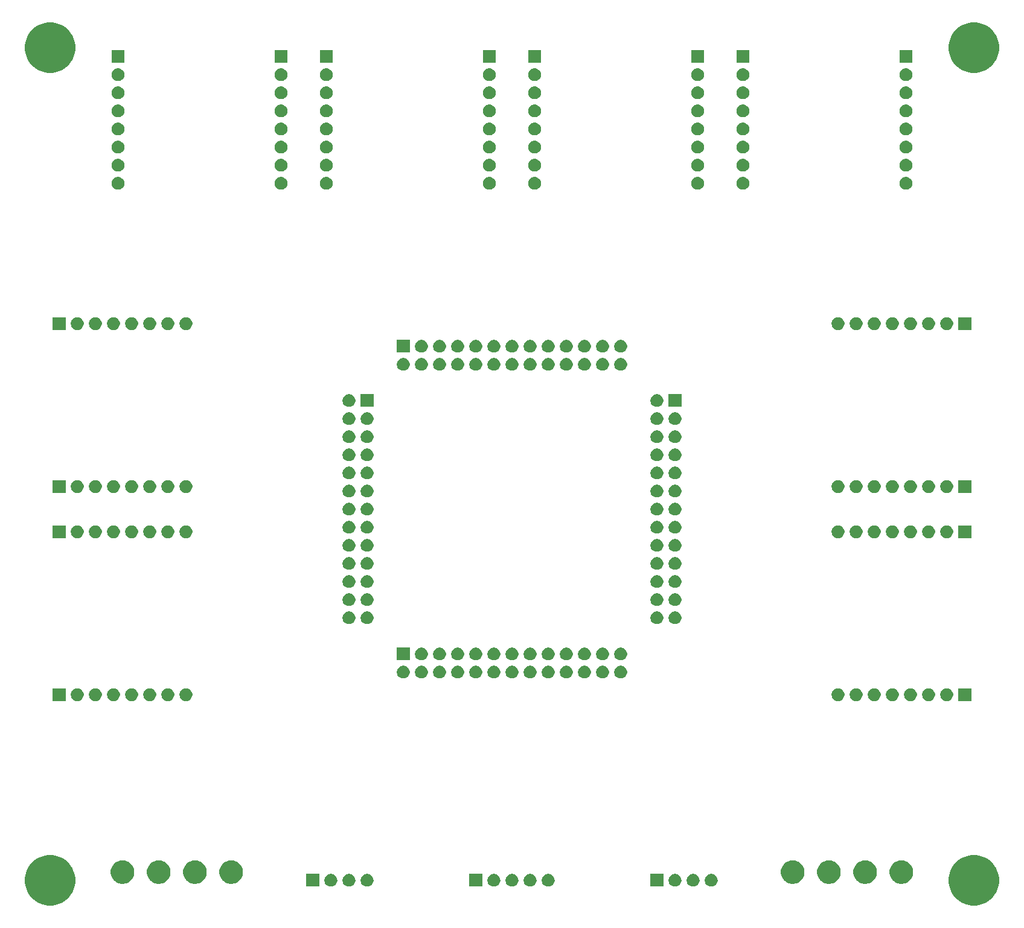
<source format=gbr>
G04 #@! TF.GenerationSoftware,KiCad,Pcbnew,(5.1.5)-3*
G04 #@! TF.CreationDate,2020-04-18T11:44:22+02:00*
G04 #@! TF.ProjectId,8SocketBoard,38536f63-6b65-4744-926f-6172642e6b69,rev?*
G04 #@! TF.SameCoordinates,Original*
G04 #@! TF.FileFunction,Soldermask,Bot*
G04 #@! TF.FilePolarity,Negative*
%FSLAX46Y46*%
G04 Gerber Fmt 4.6, Leading zero omitted, Abs format (unit mm)*
G04 Created by KiCad (PCBNEW (5.1.5)-3) date 2020-04-18 11:44:22*
%MOMM*%
%LPD*%
G04 APERTURE LIST*
%ADD10C,0.100000*%
G04 APERTURE END LIST*
D10*
G36*
X161055787Y-156605462D02*
G01*
X161055790Y-156605463D01*
X161055789Y-156605463D01*
X161702029Y-156873144D01*
X162283631Y-157261758D01*
X162778242Y-157756369D01*
X163166856Y-158337971D01*
X163190653Y-158395422D01*
X163434538Y-158984213D01*
X163571000Y-159670256D01*
X163571000Y-160369744D01*
X163434538Y-161055787D01*
X163434537Y-161055789D01*
X163166856Y-161702029D01*
X162778242Y-162283631D01*
X162283631Y-162778242D01*
X161702029Y-163166856D01*
X161245068Y-163356135D01*
X161055787Y-163434538D01*
X160369744Y-163571000D01*
X159670256Y-163571000D01*
X158984213Y-163434538D01*
X158794932Y-163356135D01*
X158337971Y-163166856D01*
X157756369Y-162778242D01*
X157261758Y-162283631D01*
X156873144Y-161702029D01*
X156605463Y-161055789D01*
X156605462Y-161055787D01*
X156469000Y-160369744D01*
X156469000Y-159670256D01*
X156605462Y-158984213D01*
X156849347Y-158395422D01*
X156873144Y-158337971D01*
X157261758Y-157756369D01*
X157756369Y-157261758D01*
X158337971Y-156873144D01*
X158984211Y-156605463D01*
X158984210Y-156605463D01*
X158984213Y-156605462D01*
X159670256Y-156469000D01*
X160369744Y-156469000D01*
X161055787Y-156605462D01*
G37*
G36*
X31515787Y-156605462D02*
G01*
X31515790Y-156605463D01*
X31515789Y-156605463D01*
X32162029Y-156873144D01*
X32743631Y-157261758D01*
X33238242Y-157756369D01*
X33626856Y-158337971D01*
X33650653Y-158395422D01*
X33894538Y-158984213D01*
X34031000Y-159670256D01*
X34031000Y-160369744D01*
X33894538Y-161055787D01*
X33894537Y-161055789D01*
X33626856Y-161702029D01*
X33238242Y-162283631D01*
X32743631Y-162778242D01*
X32162029Y-163166856D01*
X31705068Y-163356135D01*
X31515787Y-163434538D01*
X30829744Y-163571000D01*
X30130256Y-163571000D01*
X29444213Y-163434538D01*
X29254932Y-163356135D01*
X28797971Y-163166856D01*
X28216369Y-162778242D01*
X27721758Y-162283631D01*
X27333144Y-161702029D01*
X27065463Y-161055789D01*
X27065462Y-161055787D01*
X26929000Y-160369744D01*
X26929000Y-159670256D01*
X27065462Y-158984213D01*
X27309347Y-158395422D01*
X27333144Y-158337971D01*
X27721758Y-157756369D01*
X28216369Y-157261758D01*
X28797971Y-156873144D01*
X29444211Y-156605463D01*
X29444210Y-156605463D01*
X29444213Y-156605462D01*
X30130256Y-156469000D01*
X30829744Y-156469000D01*
X31515787Y-156605462D01*
G37*
G36*
X116471000Y-160921000D02*
G01*
X114669000Y-160921000D01*
X114669000Y-159119000D01*
X116471000Y-159119000D01*
X116471000Y-160921000D01*
G37*
G36*
X91071000Y-160921000D02*
G01*
X89269000Y-160921000D01*
X89269000Y-159119000D01*
X91071000Y-159119000D01*
X91071000Y-160921000D01*
G37*
G36*
X92823512Y-159123927D02*
G01*
X92972812Y-159153624D01*
X93136784Y-159221544D01*
X93284354Y-159320147D01*
X93409853Y-159445646D01*
X93508456Y-159593216D01*
X93576376Y-159757188D01*
X93606073Y-159906488D01*
X93610641Y-159929451D01*
X93611000Y-159931259D01*
X93611000Y-160108741D01*
X93576376Y-160282812D01*
X93508456Y-160446784D01*
X93409853Y-160594354D01*
X93284354Y-160719853D01*
X93136784Y-160818456D01*
X92972812Y-160886376D01*
X92823512Y-160916073D01*
X92798742Y-160921000D01*
X92621258Y-160921000D01*
X92596488Y-160916073D01*
X92447188Y-160886376D01*
X92283216Y-160818456D01*
X92135646Y-160719853D01*
X92010147Y-160594354D01*
X91911544Y-160446784D01*
X91843624Y-160282812D01*
X91809000Y-160108741D01*
X91809000Y-159931259D01*
X91809360Y-159929451D01*
X91813927Y-159906488D01*
X91843624Y-159757188D01*
X91911544Y-159593216D01*
X92010147Y-159445646D01*
X92135646Y-159320147D01*
X92283216Y-159221544D01*
X92447188Y-159153624D01*
X92596488Y-159123927D01*
X92621258Y-159119000D01*
X92798742Y-159119000D01*
X92823512Y-159123927D01*
G37*
G36*
X95363512Y-159123927D02*
G01*
X95512812Y-159153624D01*
X95676784Y-159221544D01*
X95824354Y-159320147D01*
X95949853Y-159445646D01*
X96048456Y-159593216D01*
X96116376Y-159757188D01*
X96146073Y-159906488D01*
X96150641Y-159929451D01*
X96151000Y-159931259D01*
X96151000Y-160108741D01*
X96116376Y-160282812D01*
X96048456Y-160446784D01*
X95949853Y-160594354D01*
X95824354Y-160719853D01*
X95676784Y-160818456D01*
X95512812Y-160886376D01*
X95363512Y-160916073D01*
X95338742Y-160921000D01*
X95161258Y-160921000D01*
X95136488Y-160916073D01*
X94987188Y-160886376D01*
X94823216Y-160818456D01*
X94675646Y-160719853D01*
X94550147Y-160594354D01*
X94451544Y-160446784D01*
X94383624Y-160282812D01*
X94349000Y-160108741D01*
X94349000Y-159931259D01*
X94349360Y-159929451D01*
X94353927Y-159906488D01*
X94383624Y-159757188D01*
X94451544Y-159593216D01*
X94550147Y-159445646D01*
X94675646Y-159320147D01*
X94823216Y-159221544D01*
X94987188Y-159153624D01*
X95136488Y-159123927D01*
X95161258Y-159119000D01*
X95338742Y-159119000D01*
X95363512Y-159123927D01*
G37*
G36*
X97903512Y-159123927D02*
G01*
X98052812Y-159153624D01*
X98216784Y-159221544D01*
X98364354Y-159320147D01*
X98489853Y-159445646D01*
X98588456Y-159593216D01*
X98656376Y-159757188D01*
X98686073Y-159906488D01*
X98690641Y-159929451D01*
X98691000Y-159931259D01*
X98691000Y-160108741D01*
X98656376Y-160282812D01*
X98588456Y-160446784D01*
X98489853Y-160594354D01*
X98364354Y-160719853D01*
X98216784Y-160818456D01*
X98052812Y-160886376D01*
X97903512Y-160916073D01*
X97878742Y-160921000D01*
X97701258Y-160921000D01*
X97676488Y-160916073D01*
X97527188Y-160886376D01*
X97363216Y-160818456D01*
X97215646Y-160719853D01*
X97090147Y-160594354D01*
X96991544Y-160446784D01*
X96923624Y-160282812D01*
X96889000Y-160108741D01*
X96889000Y-159931259D01*
X96889360Y-159929451D01*
X96893927Y-159906488D01*
X96923624Y-159757188D01*
X96991544Y-159593216D01*
X97090147Y-159445646D01*
X97215646Y-159320147D01*
X97363216Y-159221544D01*
X97527188Y-159153624D01*
X97676488Y-159123927D01*
X97701258Y-159119000D01*
X97878742Y-159119000D01*
X97903512Y-159123927D01*
G37*
G36*
X100443512Y-159123927D02*
G01*
X100592812Y-159153624D01*
X100756784Y-159221544D01*
X100904354Y-159320147D01*
X101029853Y-159445646D01*
X101128456Y-159593216D01*
X101196376Y-159757188D01*
X101226073Y-159906488D01*
X101230641Y-159929451D01*
X101231000Y-159931259D01*
X101231000Y-160108741D01*
X101196376Y-160282812D01*
X101128456Y-160446784D01*
X101029853Y-160594354D01*
X100904354Y-160719853D01*
X100756784Y-160818456D01*
X100592812Y-160886376D01*
X100443512Y-160916073D01*
X100418742Y-160921000D01*
X100241258Y-160921000D01*
X100216488Y-160916073D01*
X100067188Y-160886376D01*
X99903216Y-160818456D01*
X99755646Y-160719853D01*
X99630147Y-160594354D01*
X99531544Y-160446784D01*
X99463624Y-160282812D01*
X99429000Y-160108741D01*
X99429000Y-159931259D01*
X99429360Y-159929451D01*
X99433927Y-159906488D01*
X99463624Y-159757188D01*
X99531544Y-159593216D01*
X99630147Y-159445646D01*
X99755646Y-159320147D01*
X99903216Y-159221544D01*
X100067188Y-159153624D01*
X100216488Y-159123927D01*
X100241258Y-159119000D01*
X100418742Y-159119000D01*
X100443512Y-159123927D01*
G37*
G36*
X120763512Y-159123927D02*
G01*
X120912812Y-159153624D01*
X121076784Y-159221544D01*
X121224354Y-159320147D01*
X121349853Y-159445646D01*
X121448456Y-159593216D01*
X121516376Y-159757188D01*
X121546073Y-159906488D01*
X121550641Y-159929451D01*
X121551000Y-159931259D01*
X121551000Y-160108741D01*
X121516376Y-160282812D01*
X121448456Y-160446784D01*
X121349853Y-160594354D01*
X121224354Y-160719853D01*
X121076784Y-160818456D01*
X120912812Y-160886376D01*
X120763512Y-160916073D01*
X120738742Y-160921000D01*
X120561258Y-160921000D01*
X120536488Y-160916073D01*
X120387188Y-160886376D01*
X120223216Y-160818456D01*
X120075646Y-160719853D01*
X119950147Y-160594354D01*
X119851544Y-160446784D01*
X119783624Y-160282812D01*
X119749000Y-160108741D01*
X119749000Y-159931259D01*
X119749360Y-159929451D01*
X119753927Y-159906488D01*
X119783624Y-159757188D01*
X119851544Y-159593216D01*
X119950147Y-159445646D01*
X120075646Y-159320147D01*
X120223216Y-159221544D01*
X120387188Y-159153624D01*
X120536488Y-159123927D01*
X120561258Y-159119000D01*
X120738742Y-159119000D01*
X120763512Y-159123927D01*
G37*
G36*
X68211000Y-160921000D02*
G01*
X66409000Y-160921000D01*
X66409000Y-159119000D01*
X68211000Y-159119000D01*
X68211000Y-160921000D01*
G37*
G36*
X69963512Y-159123927D02*
G01*
X70112812Y-159153624D01*
X70276784Y-159221544D01*
X70424354Y-159320147D01*
X70549853Y-159445646D01*
X70648456Y-159593216D01*
X70716376Y-159757188D01*
X70746073Y-159906488D01*
X70750641Y-159929451D01*
X70751000Y-159931259D01*
X70751000Y-160108741D01*
X70716376Y-160282812D01*
X70648456Y-160446784D01*
X70549853Y-160594354D01*
X70424354Y-160719853D01*
X70276784Y-160818456D01*
X70112812Y-160886376D01*
X69963512Y-160916073D01*
X69938742Y-160921000D01*
X69761258Y-160921000D01*
X69736488Y-160916073D01*
X69587188Y-160886376D01*
X69423216Y-160818456D01*
X69275646Y-160719853D01*
X69150147Y-160594354D01*
X69051544Y-160446784D01*
X68983624Y-160282812D01*
X68949000Y-160108741D01*
X68949000Y-159931259D01*
X68949360Y-159929451D01*
X68953927Y-159906488D01*
X68983624Y-159757188D01*
X69051544Y-159593216D01*
X69150147Y-159445646D01*
X69275646Y-159320147D01*
X69423216Y-159221544D01*
X69587188Y-159153624D01*
X69736488Y-159123927D01*
X69761258Y-159119000D01*
X69938742Y-159119000D01*
X69963512Y-159123927D01*
G37*
G36*
X72503512Y-159123927D02*
G01*
X72652812Y-159153624D01*
X72816784Y-159221544D01*
X72964354Y-159320147D01*
X73089853Y-159445646D01*
X73188456Y-159593216D01*
X73256376Y-159757188D01*
X73286073Y-159906488D01*
X73290641Y-159929451D01*
X73291000Y-159931259D01*
X73291000Y-160108741D01*
X73256376Y-160282812D01*
X73188456Y-160446784D01*
X73089853Y-160594354D01*
X72964354Y-160719853D01*
X72816784Y-160818456D01*
X72652812Y-160886376D01*
X72503512Y-160916073D01*
X72478742Y-160921000D01*
X72301258Y-160921000D01*
X72276488Y-160916073D01*
X72127188Y-160886376D01*
X71963216Y-160818456D01*
X71815646Y-160719853D01*
X71690147Y-160594354D01*
X71591544Y-160446784D01*
X71523624Y-160282812D01*
X71489000Y-160108741D01*
X71489000Y-159931259D01*
X71489360Y-159929451D01*
X71493927Y-159906488D01*
X71523624Y-159757188D01*
X71591544Y-159593216D01*
X71690147Y-159445646D01*
X71815646Y-159320147D01*
X71963216Y-159221544D01*
X72127188Y-159153624D01*
X72276488Y-159123927D01*
X72301258Y-159119000D01*
X72478742Y-159119000D01*
X72503512Y-159123927D01*
G37*
G36*
X75043512Y-159123927D02*
G01*
X75192812Y-159153624D01*
X75356784Y-159221544D01*
X75504354Y-159320147D01*
X75629853Y-159445646D01*
X75728456Y-159593216D01*
X75796376Y-159757188D01*
X75826073Y-159906488D01*
X75830641Y-159929451D01*
X75831000Y-159931259D01*
X75831000Y-160108741D01*
X75796376Y-160282812D01*
X75728456Y-160446784D01*
X75629853Y-160594354D01*
X75504354Y-160719853D01*
X75356784Y-160818456D01*
X75192812Y-160886376D01*
X75043512Y-160916073D01*
X75018742Y-160921000D01*
X74841258Y-160921000D01*
X74816488Y-160916073D01*
X74667188Y-160886376D01*
X74503216Y-160818456D01*
X74355646Y-160719853D01*
X74230147Y-160594354D01*
X74131544Y-160446784D01*
X74063624Y-160282812D01*
X74029000Y-160108741D01*
X74029000Y-159931259D01*
X74029360Y-159929451D01*
X74033927Y-159906488D01*
X74063624Y-159757188D01*
X74131544Y-159593216D01*
X74230147Y-159445646D01*
X74355646Y-159320147D01*
X74503216Y-159221544D01*
X74667188Y-159153624D01*
X74816488Y-159123927D01*
X74841258Y-159119000D01*
X75018742Y-159119000D01*
X75043512Y-159123927D01*
G37*
G36*
X123303512Y-159123927D02*
G01*
X123452812Y-159153624D01*
X123616784Y-159221544D01*
X123764354Y-159320147D01*
X123889853Y-159445646D01*
X123988456Y-159593216D01*
X124056376Y-159757188D01*
X124086073Y-159906488D01*
X124090641Y-159929451D01*
X124091000Y-159931259D01*
X124091000Y-160108741D01*
X124056376Y-160282812D01*
X123988456Y-160446784D01*
X123889853Y-160594354D01*
X123764354Y-160719853D01*
X123616784Y-160818456D01*
X123452812Y-160886376D01*
X123303512Y-160916073D01*
X123278742Y-160921000D01*
X123101258Y-160921000D01*
X123076488Y-160916073D01*
X122927188Y-160886376D01*
X122763216Y-160818456D01*
X122615646Y-160719853D01*
X122490147Y-160594354D01*
X122391544Y-160446784D01*
X122323624Y-160282812D01*
X122289000Y-160108741D01*
X122289000Y-159931259D01*
X122289360Y-159929451D01*
X122293927Y-159906488D01*
X122323624Y-159757188D01*
X122391544Y-159593216D01*
X122490147Y-159445646D01*
X122615646Y-159320147D01*
X122763216Y-159221544D01*
X122927188Y-159153624D01*
X123076488Y-159123927D01*
X123101258Y-159119000D01*
X123278742Y-159119000D01*
X123303512Y-159123927D01*
G37*
G36*
X118223512Y-159123927D02*
G01*
X118372812Y-159153624D01*
X118536784Y-159221544D01*
X118684354Y-159320147D01*
X118809853Y-159445646D01*
X118908456Y-159593216D01*
X118976376Y-159757188D01*
X119006073Y-159906488D01*
X119010641Y-159929451D01*
X119011000Y-159931259D01*
X119011000Y-160108741D01*
X118976376Y-160282812D01*
X118908456Y-160446784D01*
X118809853Y-160594354D01*
X118684354Y-160719853D01*
X118536784Y-160818456D01*
X118372812Y-160886376D01*
X118223512Y-160916073D01*
X118198742Y-160921000D01*
X118021258Y-160921000D01*
X117996488Y-160916073D01*
X117847188Y-160886376D01*
X117683216Y-160818456D01*
X117535646Y-160719853D01*
X117410147Y-160594354D01*
X117311544Y-160446784D01*
X117243624Y-160282812D01*
X117209000Y-160108741D01*
X117209000Y-159931259D01*
X117209360Y-159929451D01*
X117213927Y-159906488D01*
X117243624Y-159757188D01*
X117311544Y-159593216D01*
X117410147Y-159445646D01*
X117535646Y-159320147D01*
X117683216Y-159221544D01*
X117847188Y-159153624D01*
X117996488Y-159123927D01*
X118021258Y-159119000D01*
X118198742Y-159119000D01*
X118223512Y-159123927D01*
G37*
G36*
X46062377Y-157261758D02*
G01*
X46201579Y-157289447D01*
X46502042Y-157413903D01*
X46772451Y-157594585D01*
X47002415Y-157824549D01*
X47183097Y-158094958D01*
X47307553Y-158395421D01*
X47371000Y-158714391D01*
X47371000Y-159039609D01*
X47307553Y-159358579D01*
X47183097Y-159659042D01*
X47002415Y-159929451D01*
X46772451Y-160159415D01*
X46502042Y-160340097D01*
X46201579Y-160464553D01*
X46095256Y-160485702D01*
X45882611Y-160528000D01*
X45557389Y-160528000D01*
X45344744Y-160485702D01*
X45238421Y-160464553D01*
X44937958Y-160340097D01*
X44667549Y-160159415D01*
X44437585Y-159929451D01*
X44256903Y-159659042D01*
X44132447Y-159358579D01*
X44069000Y-159039609D01*
X44069000Y-158714391D01*
X44132447Y-158395421D01*
X44256903Y-158094958D01*
X44437585Y-157824549D01*
X44667549Y-157594585D01*
X44937958Y-157413903D01*
X45238421Y-157289447D01*
X45377623Y-157261758D01*
X45557389Y-157226000D01*
X45882611Y-157226000D01*
X46062377Y-157261758D01*
G37*
G36*
X134962377Y-157261758D02*
G01*
X135101579Y-157289447D01*
X135402042Y-157413903D01*
X135672451Y-157594585D01*
X135902415Y-157824549D01*
X136083097Y-158094958D01*
X136207553Y-158395421D01*
X136271000Y-158714391D01*
X136271000Y-159039609D01*
X136207553Y-159358579D01*
X136083097Y-159659042D01*
X135902415Y-159929451D01*
X135672451Y-160159415D01*
X135402042Y-160340097D01*
X135101579Y-160464553D01*
X134995256Y-160485702D01*
X134782611Y-160528000D01*
X134457389Y-160528000D01*
X134244744Y-160485702D01*
X134138421Y-160464553D01*
X133837958Y-160340097D01*
X133567549Y-160159415D01*
X133337585Y-159929451D01*
X133156903Y-159659042D01*
X133032447Y-159358579D01*
X132969000Y-159039609D01*
X132969000Y-158714391D01*
X133032447Y-158395421D01*
X133156903Y-158094958D01*
X133337585Y-157824549D01*
X133567549Y-157594585D01*
X133837958Y-157413903D01*
X134138421Y-157289447D01*
X134277623Y-157261758D01*
X134457389Y-157226000D01*
X134782611Y-157226000D01*
X134962377Y-157261758D01*
G37*
G36*
X140042377Y-157261758D02*
G01*
X140181579Y-157289447D01*
X140482042Y-157413903D01*
X140752451Y-157594585D01*
X140982415Y-157824549D01*
X141163097Y-158094958D01*
X141287553Y-158395421D01*
X141351000Y-158714391D01*
X141351000Y-159039609D01*
X141287553Y-159358579D01*
X141163097Y-159659042D01*
X140982415Y-159929451D01*
X140752451Y-160159415D01*
X140482042Y-160340097D01*
X140181579Y-160464553D01*
X140075256Y-160485702D01*
X139862611Y-160528000D01*
X139537389Y-160528000D01*
X139324744Y-160485702D01*
X139218421Y-160464553D01*
X138917958Y-160340097D01*
X138647549Y-160159415D01*
X138417585Y-159929451D01*
X138236903Y-159659042D01*
X138112447Y-159358579D01*
X138049000Y-159039609D01*
X138049000Y-158714391D01*
X138112447Y-158395421D01*
X138236903Y-158094958D01*
X138417585Y-157824549D01*
X138647549Y-157594585D01*
X138917958Y-157413903D01*
X139218421Y-157289447D01*
X139357623Y-157261758D01*
X139537389Y-157226000D01*
X139862611Y-157226000D01*
X140042377Y-157261758D01*
G37*
G36*
X145122377Y-157261758D02*
G01*
X145261579Y-157289447D01*
X145562042Y-157413903D01*
X145832451Y-157594585D01*
X146062415Y-157824549D01*
X146243097Y-158094958D01*
X146367553Y-158395421D01*
X146431000Y-158714391D01*
X146431000Y-159039609D01*
X146367553Y-159358579D01*
X146243097Y-159659042D01*
X146062415Y-159929451D01*
X145832451Y-160159415D01*
X145562042Y-160340097D01*
X145261579Y-160464553D01*
X145155256Y-160485702D01*
X144942611Y-160528000D01*
X144617389Y-160528000D01*
X144404744Y-160485702D01*
X144298421Y-160464553D01*
X143997958Y-160340097D01*
X143727549Y-160159415D01*
X143497585Y-159929451D01*
X143316903Y-159659042D01*
X143192447Y-159358579D01*
X143129000Y-159039609D01*
X143129000Y-158714391D01*
X143192447Y-158395421D01*
X143316903Y-158094958D01*
X143497585Y-157824549D01*
X143727549Y-157594585D01*
X143997958Y-157413903D01*
X144298421Y-157289447D01*
X144437623Y-157261758D01*
X144617389Y-157226000D01*
X144942611Y-157226000D01*
X145122377Y-157261758D01*
G37*
G36*
X150202377Y-157261758D02*
G01*
X150341579Y-157289447D01*
X150642042Y-157413903D01*
X150912451Y-157594585D01*
X151142415Y-157824549D01*
X151323097Y-158094958D01*
X151447553Y-158395421D01*
X151511000Y-158714391D01*
X151511000Y-159039609D01*
X151447553Y-159358579D01*
X151323097Y-159659042D01*
X151142415Y-159929451D01*
X150912451Y-160159415D01*
X150642042Y-160340097D01*
X150341579Y-160464553D01*
X150235256Y-160485702D01*
X150022611Y-160528000D01*
X149697389Y-160528000D01*
X149484744Y-160485702D01*
X149378421Y-160464553D01*
X149077958Y-160340097D01*
X148807549Y-160159415D01*
X148577585Y-159929451D01*
X148396903Y-159659042D01*
X148272447Y-159358579D01*
X148209000Y-159039609D01*
X148209000Y-158714391D01*
X148272447Y-158395421D01*
X148396903Y-158094958D01*
X148577585Y-157824549D01*
X148807549Y-157594585D01*
X149077958Y-157413903D01*
X149378421Y-157289447D01*
X149517623Y-157261758D01*
X149697389Y-157226000D01*
X150022611Y-157226000D01*
X150202377Y-157261758D01*
G37*
G36*
X56222377Y-157261758D02*
G01*
X56361579Y-157289447D01*
X56662042Y-157413903D01*
X56932451Y-157594585D01*
X57162415Y-157824549D01*
X57343097Y-158094958D01*
X57467553Y-158395421D01*
X57531000Y-158714391D01*
X57531000Y-159039609D01*
X57467553Y-159358579D01*
X57343097Y-159659042D01*
X57162415Y-159929451D01*
X56932451Y-160159415D01*
X56662042Y-160340097D01*
X56361579Y-160464553D01*
X56255256Y-160485702D01*
X56042611Y-160528000D01*
X55717389Y-160528000D01*
X55504744Y-160485702D01*
X55398421Y-160464553D01*
X55097958Y-160340097D01*
X54827549Y-160159415D01*
X54597585Y-159929451D01*
X54416903Y-159659042D01*
X54292447Y-159358579D01*
X54229000Y-159039609D01*
X54229000Y-158714391D01*
X54292447Y-158395421D01*
X54416903Y-158094958D01*
X54597585Y-157824549D01*
X54827549Y-157594585D01*
X55097958Y-157413903D01*
X55398421Y-157289447D01*
X55537623Y-157261758D01*
X55717389Y-157226000D01*
X56042611Y-157226000D01*
X56222377Y-157261758D01*
G37*
G36*
X51142377Y-157261758D02*
G01*
X51281579Y-157289447D01*
X51582042Y-157413903D01*
X51852451Y-157594585D01*
X52082415Y-157824549D01*
X52263097Y-158094958D01*
X52387553Y-158395421D01*
X52451000Y-158714391D01*
X52451000Y-159039609D01*
X52387553Y-159358579D01*
X52263097Y-159659042D01*
X52082415Y-159929451D01*
X51852451Y-160159415D01*
X51582042Y-160340097D01*
X51281579Y-160464553D01*
X51175256Y-160485702D01*
X50962611Y-160528000D01*
X50637389Y-160528000D01*
X50424744Y-160485702D01*
X50318421Y-160464553D01*
X50017958Y-160340097D01*
X49747549Y-160159415D01*
X49517585Y-159929451D01*
X49336903Y-159659042D01*
X49212447Y-159358579D01*
X49149000Y-159039609D01*
X49149000Y-158714391D01*
X49212447Y-158395421D01*
X49336903Y-158094958D01*
X49517585Y-157824549D01*
X49747549Y-157594585D01*
X50017958Y-157413903D01*
X50318421Y-157289447D01*
X50457623Y-157261758D01*
X50637389Y-157226000D01*
X50962611Y-157226000D01*
X51142377Y-157261758D01*
G37*
G36*
X40982377Y-157261758D02*
G01*
X41121579Y-157289447D01*
X41422042Y-157413903D01*
X41692451Y-157594585D01*
X41922415Y-157824549D01*
X42103097Y-158094958D01*
X42227553Y-158395421D01*
X42291000Y-158714391D01*
X42291000Y-159039609D01*
X42227553Y-159358579D01*
X42103097Y-159659042D01*
X41922415Y-159929451D01*
X41692451Y-160159415D01*
X41422042Y-160340097D01*
X41121579Y-160464553D01*
X41015256Y-160485702D01*
X40802611Y-160528000D01*
X40477389Y-160528000D01*
X40264744Y-160485702D01*
X40158421Y-160464553D01*
X39857958Y-160340097D01*
X39587549Y-160159415D01*
X39357585Y-159929451D01*
X39176903Y-159659042D01*
X39052447Y-159358579D01*
X38989000Y-159039609D01*
X38989000Y-158714391D01*
X39052447Y-158395421D01*
X39176903Y-158094958D01*
X39357585Y-157824549D01*
X39587549Y-157594585D01*
X39857958Y-157413903D01*
X40158421Y-157289447D01*
X40297623Y-157261758D01*
X40477389Y-157226000D01*
X40802611Y-157226000D01*
X40982377Y-157261758D01*
G37*
G36*
X42023512Y-133088927D02*
G01*
X42172812Y-133118624D01*
X42336784Y-133186544D01*
X42484354Y-133285147D01*
X42609853Y-133410646D01*
X42708456Y-133558216D01*
X42776376Y-133722188D01*
X42811000Y-133896259D01*
X42811000Y-134073741D01*
X42776376Y-134247812D01*
X42708456Y-134411784D01*
X42609853Y-134559354D01*
X42484354Y-134684853D01*
X42336784Y-134783456D01*
X42172812Y-134851376D01*
X42023512Y-134881073D01*
X41998742Y-134886000D01*
X41821258Y-134886000D01*
X41796488Y-134881073D01*
X41647188Y-134851376D01*
X41483216Y-134783456D01*
X41335646Y-134684853D01*
X41210147Y-134559354D01*
X41111544Y-134411784D01*
X41043624Y-134247812D01*
X41009000Y-134073741D01*
X41009000Y-133896259D01*
X41043624Y-133722188D01*
X41111544Y-133558216D01*
X41210147Y-133410646D01*
X41335646Y-133285147D01*
X41483216Y-133186544D01*
X41647188Y-133118624D01*
X41796488Y-133088927D01*
X41821258Y-133084000D01*
X41998742Y-133084000D01*
X42023512Y-133088927D01*
G37*
G36*
X141083512Y-133088927D02*
G01*
X141232812Y-133118624D01*
X141396784Y-133186544D01*
X141544354Y-133285147D01*
X141669853Y-133410646D01*
X141768456Y-133558216D01*
X141836376Y-133722188D01*
X141871000Y-133896259D01*
X141871000Y-134073741D01*
X141836376Y-134247812D01*
X141768456Y-134411784D01*
X141669853Y-134559354D01*
X141544354Y-134684853D01*
X141396784Y-134783456D01*
X141232812Y-134851376D01*
X141083512Y-134881073D01*
X141058742Y-134886000D01*
X140881258Y-134886000D01*
X140856488Y-134881073D01*
X140707188Y-134851376D01*
X140543216Y-134783456D01*
X140395646Y-134684853D01*
X140270147Y-134559354D01*
X140171544Y-134411784D01*
X140103624Y-134247812D01*
X140069000Y-134073741D01*
X140069000Y-133896259D01*
X140103624Y-133722188D01*
X140171544Y-133558216D01*
X140270147Y-133410646D01*
X140395646Y-133285147D01*
X140543216Y-133186544D01*
X140707188Y-133118624D01*
X140856488Y-133088927D01*
X140881258Y-133084000D01*
X141058742Y-133084000D01*
X141083512Y-133088927D01*
G37*
G36*
X159651000Y-134886000D02*
G01*
X157849000Y-134886000D01*
X157849000Y-133084000D01*
X159651000Y-133084000D01*
X159651000Y-134886000D01*
G37*
G36*
X143623512Y-133088927D02*
G01*
X143772812Y-133118624D01*
X143936784Y-133186544D01*
X144084354Y-133285147D01*
X144209853Y-133410646D01*
X144308456Y-133558216D01*
X144376376Y-133722188D01*
X144411000Y-133896259D01*
X144411000Y-134073741D01*
X144376376Y-134247812D01*
X144308456Y-134411784D01*
X144209853Y-134559354D01*
X144084354Y-134684853D01*
X143936784Y-134783456D01*
X143772812Y-134851376D01*
X143623512Y-134881073D01*
X143598742Y-134886000D01*
X143421258Y-134886000D01*
X143396488Y-134881073D01*
X143247188Y-134851376D01*
X143083216Y-134783456D01*
X142935646Y-134684853D01*
X142810147Y-134559354D01*
X142711544Y-134411784D01*
X142643624Y-134247812D01*
X142609000Y-134073741D01*
X142609000Y-133896259D01*
X142643624Y-133722188D01*
X142711544Y-133558216D01*
X142810147Y-133410646D01*
X142935646Y-133285147D01*
X143083216Y-133186544D01*
X143247188Y-133118624D01*
X143396488Y-133088927D01*
X143421258Y-133084000D01*
X143598742Y-133084000D01*
X143623512Y-133088927D01*
G37*
G36*
X146163512Y-133088927D02*
G01*
X146312812Y-133118624D01*
X146476784Y-133186544D01*
X146624354Y-133285147D01*
X146749853Y-133410646D01*
X146848456Y-133558216D01*
X146916376Y-133722188D01*
X146951000Y-133896259D01*
X146951000Y-134073741D01*
X146916376Y-134247812D01*
X146848456Y-134411784D01*
X146749853Y-134559354D01*
X146624354Y-134684853D01*
X146476784Y-134783456D01*
X146312812Y-134851376D01*
X146163512Y-134881073D01*
X146138742Y-134886000D01*
X145961258Y-134886000D01*
X145936488Y-134881073D01*
X145787188Y-134851376D01*
X145623216Y-134783456D01*
X145475646Y-134684853D01*
X145350147Y-134559354D01*
X145251544Y-134411784D01*
X145183624Y-134247812D01*
X145149000Y-134073741D01*
X145149000Y-133896259D01*
X145183624Y-133722188D01*
X145251544Y-133558216D01*
X145350147Y-133410646D01*
X145475646Y-133285147D01*
X145623216Y-133186544D01*
X145787188Y-133118624D01*
X145936488Y-133088927D01*
X145961258Y-133084000D01*
X146138742Y-133084000D01*
X146163512Y-133088927D01*
G37*
G36*
X148703512Y-133088927D02*
G01*
X148852812Y-133118624D01*
X149016784Y-133186544D01*
X149164354Y-133285147D01*
X149289853Y-133410646D01*
X149388456Y-133558216D01*
X149456376Y-133722188D01*
X149491000Y-133896259D01*
X149491000Y-134073741D01*
X149456376Y-134247812D01*
X149388456Y-134411784D01*
X149289853Y-134559354D01*
X149164354Y-134684853D01*
X149016784Y-134783456D01*
X148852812Y-134851376D01*
X148703512Y-134881073D01*
X148678742Y-134886000D01*
X148501258Y-134886000D01*
X148476488Y-134881073D01*
X148327188Y-134851376D01*
X148163216Y-134783456D01*
X148015646Y-134684853D01*
X147890147Y-134559354D01*
X147791544Y-134411784D01*
X147723624Y-134247812D01*
X147689000Y-134073741D01*
X147689000Y-133896259D01*
X147723624Y-133722188D01*
X147791544Y-133558216D01*
X147890147Y-133410646D01*
X148015646Y-133285147D01*
X148163216Y-133186544D01*
X148327188Y-133118624D01*
X148476488Y-133088927D01*
X148501258Y-133084000D01*
X148678742Y-133084000D01*
X148703512Y-133088927D01*
G37*
G36*
X156323512Y-133088927D02*
G01*
X156472812Y-133118624D01*
X156636784Y-133186544D01*
X156784354Y-133285147D01*
X156909853Y-133410646D01*
X157008456Y-133558216D01*
X157076376Y-133722188D01*
X157111000Y-133896259D01*
X157111000Y-134073741D01*
X157076376Y-134247812D01*
X157008456Y-134411784D01*
X156909853Y-134559354D01*
X156784354Y-134684853D01*
X156636784Y-134783456D01*
X156472812Y-134851376D01*
X156323512Y-134881073D01*
X156298742Y-134886000D01*
X156121258Y-134886000D01*
X156096488Y-134881073D01*
X155947188Y-134851376D01*
X155783216Y-134783456D01*
X155635646Y-134684853D01*
X155510147Y-134559354D01*
X155411544Y-134411784D01*
X155343624Y-134247812D01*
X155309000Y-134073741D01*
X155309000Y-133896259D01*
X155343624Y-133722188D01*
X155411544Y-133558216D01*
X155510147Y-133410646D01*
X155635646Y-133285147D01*
X155783216Y-133186544D01*
X155947188Y-133118624D01*
X156096488Y-133088927D01*
X156121258Y-133084000D01*
X156298742Y-133084000D01*
X156323512Y-133088927D01*
G37*
G36*
X151243512Y-133088927D02*
G01*
X151392812Y-133118624D01*
X151556784Y-133186544D01*
X151704354Y-133285147D01*
X151829853Y-133410646D01*
X151928456Y-133558216D01*
X151996376Y-133722188D01*
X152031000Y-133896259D01*
X152031000Y-134073741D01*
X151996376Y-134247812D01*
X151928456Y-134411784D01*
X151829853Y-134559354D01*
X151704354Y-134684853D01*
X151556784Y-134783456D01*
X151392812Y-134851376D01*
X151243512Y-134881073D01*
X151218742Y-134886000D01*
X151041258Y-134886000D01*
X151016488Y-134881073D01*
X150867188Y-134851376D01*
X150703216Y-134783456D01*
X150555646Y-134684853D01*
X150430147Y-134559354D01*
X150331544Y-134411784D01*
X150263624Y-134247812D01*
X150229000Y-134073741D01*
X150229000Y-133896259D01*
X150263624Y-133722188D01*
X150331544Y-133558216D01*
X150430147Y-133410646D01*
X150555646Y-133285147D01*
X150703216Y-133186544D01*
X150867188Y-133118624D01*
X151016488Y-133088927D01*
X151041258Y-133084000D01*
X151218742Y-133084000D01*
X151243512Y-133088927D01*
G37*
G36*
X34403512Y-133088927D02*
G01*
X34552812Y-133118624D01*
X34716784Y-133186544D01*
X34864354Y-133285147D01*
X34989853Y-133410646D01*
X35088456Y-133558216D01*
X35156376Y-133722188D01*
X35191000Y-133896259D01*
X35191000Y-134073741D01*
X35156376Y-134247812D01*
X35088456Y-134411784D01*
X34989853Y-134559354D01*
X34864354Y-134684853D01*
X34716784Y-134783456D01*
X34552812Y-134851376D01*
X34403512Y-134881073D01*
X34378742Y-134886000D01*
X34201258Y-134886000D01*
X34176488Y-134881073D01*
X34027188Y-134851376D01*
X33863216Y-134783456D01*
X33715646Y-134684853D01*
X33590147Y-134559354D01*
X33491544Y-134411784D01*
X33423624Y-134247812D01*
X33389000Y-134073741D01*
X33389000Y-133896259D01*
X33423624Y-133722188D01*
X33491544Y-133558216D01*
X33590147Y-133410646D01*
X33715646Y-133285147D01*
X33863216Y-133186544D01*
X34027188Y-133118624D01*
X34176488Y-133088927D01*
X34201258Y-133084000D01*
X34378742Y-133084000D01*
X34403512Y-133088927D01*
G37*
G36*
X36943512Y-133088927D02*
G01*
X37092812Y-133118624D01*
X37256784Y-133186544D01*
X37404354Y-133285147D01*
X37529853Y-133410646D01*
X37628456Y-133558216D01*
X37696376Y-133722188D01*
X37731000Y-133896259D01*
X37731000Y-134073741D01*
X37696376Y-134247812D01*
X37628456Y-134411784D01*
X37529853Y-134559354D01*
X37404354Y-134684853D01*
X37256784Y-134783456D01*
X37092812Y-134851376D01*
X36943512Y-134881073D01*
X36918742Y-134886000D01*
X36741258Y-134886000D01*
X36716488Y-134881073D01*
X36567188Y-134851376D01*
X36403216Y-134783456D01*
X36255646Y-134684853D01*
X36130147Y-134559354D01*
X36031544Y-134411784D01*
X35963624Y-134247812D01*
X35929000Y-134073741D01*
X35929000Y-133896259D01*
X35963624Y-133722188D01*
X36031544Y-133558216D01*
X36130147Y-133410646D01*
X36255646Y-133285147D01*
X36403216Y-133186544D01*
X36567188Y-133118624D01*
X36716488Y-133088927D01*
X36741258Y-133084000D01*
X36918742Y-133084000D01*
X36943512Y-133088927D01*
G37*
G36*
X44563512Y-133088927D02*
G01*
X44712812Y-133118624D01*
X44876784Y-133186544D01*
X45024354Y-133285147D01*
X45149853Y-133410646D01*
X45248456Y-133558216D01*
X45316376Y-133722188D01*
X45351000Y-133896259D01*
X45351000Y-134073741D01*
X45316376Y-134247812D01*
X45248456Y-134411784D01*
X45149853Y-134559354D01*
X45024354Y-134684853D01*
X44876784Y-134783456D01*
X44712812Y-134851376D01*
X44563512Y-134881073D01*
X44538742Y-134886000D01*
X44361258Y-134886000D01*
X44336488Y-134881073D01*
X44187188Y-134851376D01*
X44023216Y-134783456D01*
X43875646Y-134684853D01*
X43750147Y-134559354D01*
X43651544Y-134411784D01*
X43583624Y-134247812D01*
X43549000Y-134073741D01*
X43549000Y-133896259D01*
X43583624Y-133722188D01*
X43651544Y-133558216D01*
X43750147Y-133410646D01*
X43875646Y-133285147D01*
X44023216Y-133186544D01*
X44187188Y-133118624D01*
X44336488Y-133088927D01*
X44361258Y-133084000D01*
X44538742Y-133084000D01*
X44563512Y-133088927D01*
G37*
G36*
X47103512Y-133088927D02*
G01*
X47252812Y-133118624D01*
X47416784Y-133186544D01*
X47564354Y-133285147D01*
X47689853Y-133410646D01*
X47788456Y-133558216D01*
X47856376Y-133722188D01*
X47891000Y-133896259D01*
X47891000Y-134073741D01*
X47856376Y-134247812D01*
X47788456Y-134411784D01*
X47689853Y-134559354D01*
X47564354Y-134684853D01*
X47416784Y-134783456D01*
X47252812Y-134851376D01*
X47103512Y-134881073D01*
X47078742Y-134886000D01*
X46901258Y-134886000D01*
X46876488Y-134881073D01*
X46727188Y-134851376D01*
X46563216Y-134783456D01*
X46415646Y-134684853D01*
X46290147Y-134559354D01*
X46191544Y-134411784D01*
X46123624Y-134247812D01*
X46089000Y-134073741D01*
X46089000Y-133896259D01*
X46123624Y-133722188D01*
X46191544Y-133558216D01*
X46290147Y-133410646D01*
X46415646Y-133285147D01*
X46563216Y-133186544D01*
X46727188Y-133118624D01*
X46876488Y-133088927D01*
X46901258Y-133084000D01*
X47078742Y-133084000D01*
X47103512Y-133088927D01*
G37*
G36*
X32651000Y-134886000D02*
G01*
X30849000Y-134886000D01*
X30849000Y-133084000D01*
X32651000Y-133084000D01*
X32651000Y-134886000D01*
G37*
G36*
X49643512Y-133088927D02*
G01*
X49792812Y-133118624D01*
X49956784Y-133186544D01*
X50104354Y-133285147D01*
X50229853Y-133410646D01*
X50328456Y-133558216D01*
X50396376Y-133722188D01*
X50431000Y-133896259D01*
X50431000Y-134073741D01*
X50396376Y-134247812D01*
X50328456Y-134411784D01*
X50229853Y-134559354D01*
X50104354Y-134684853D01*
X49956784Y-134783456D01*
X49792812Y-134851376D01*
X49643512Y-134881073D01*
X49618742Y-134886000D01*
X49441258Y-134886000D01*
X49416488Y-134881073D01*
X49267188Y-134851376D01*
X49103216Y-134783456D01*
X48955646Y-134684853D01*
X48830147Y-134559354D01*
X48731544Y-134411784D01*
X48663624Y-134247812D01*
X48629000Y-134073741D01*
X48629000Y-133896259D01*
X48663624Y-133722188D01*
X48731544Y-133558216D01*
X48830147Y-133410646D01*
X48955646Y-133285147D01*
X49103216Y-133186544D01*
X49267188Y-133118624D01*
X49416488Y-133088927D01*
X49441258Y-133084000D01*
X49618742Y-133084000D01*
X49643512Y-133088927D01*
G37*
G36*
X153783512Y-133088927D02*
G01*
X153932812Y-133118624D01*
X154096784Y-133186544D01*
X154244354Y-133285147D01*
X154369853Y-133410646D01*
X154468456Y-133558216D01*
X154536376Y-133722188D01*
X154571000Y-133896259D01*
X154571000Y-134073741D01*
X154536376Y-134247812D01*
X154468456Y-134411784D01*
X154369853Y-134559354D01*
X154244354Y-134684853D01*
X154096784Y-134783456D01*
X153932812Y-134851376D01*
X153783512Y-134881073D01*
X153758742Y-134886000D01*
X153581258Y-134886000D01*
X153556488Y-134881073D01*
X153407188Y-134851376D01*
X153243216Y-134783456D01*
X153095646Y-134684853D01*
X152970147Y-134559354D01*
X152871544Y-134411784D01*
X152803624Y-134247812D01*
X152769000Y-134073741D01*
X152769000Y-133896259D01*
X152803624Y-133722188D01*
X152871544Y-133558216D01*
X152970147Y-133410646D01*
X153095646Y-133285147D01*
X153243216Y-133186544D01*
X153407188Y-133118624D01*
X153556488Y-133088927D01*
X153581258Y-133084000D01*
X153758742Y-133084000D01*
X153783512Y-133088927D01*
G37*
G36*
X39483512Y-133088927D02*
G01*
X39632812Y-133118624D01*
X39796784Y-133186544D01*
X39944354Y-133285147D01*
X40069853Y-133410646D01*
X40168456Y-133558216D01*
X40236376Y-133722188D01*
X40271000Y-133896259D01*
X40271000Y-134073741D01*
X40236376Y-134247812D01*
X40168456Y-134411784D01*
X40069853Y-134559354D01*
X39944354Y-134684853D01*
X39796784Y-134783456D01*
X39632812Y-134851376D01*
X39483512Y-134881073D01*
X39458742Y-134886000D01*
X39281258Y-134886000D01*
X39256488Y-134881073D01*
X39107188Y-134851376D01*
X38943216Y-134783456D01*
X38795646Y-134684853D01*
X38670147Y-134559354D01*
X38571544Y-134411784D01*
X38503624Y-134247812D01*
X38469000Y-134073741D01*
X38469000Y-133896259D01*
X38503624Y-133722188D01*
X38571544Y-133558216D01*
X38670147Y-133410646D01*
X38795646Y-133285147D01*
X38943216Y-133186544D01*
X39107188Y-133118624D01*
X39256488Y-133088927D01*
X39281258Y-133084000D01*
X39458742Y-133084000D01*
X39483512Y-133088927D01*
G37*
G36*
X108063512Y-129913927D02*
G01*
X108212812Y-129943624D01*
X108376784Y-130011544D01*
X108524354Y-130110147D01*
X108649853Y-130235646D01*
X108748456Y-130383216D01*
X108816376Y-130547188D01*
X108851000Y-130721259D01*
X108851000Y-130898741D01*
X108816376Y-131072812D01*
X108748456Y-131236784D01*
X108649853Y-131384354D01*
X108524354Y-131509853D01*
X108376784Y-131608456D01*
X108212812Y-131676376D01*
X108063512Y-131706073D01*
X108038742Y-131711000D01*
X107861258Y-131711000D01*
X107836488Y-131706073D01*
X107687188Y-131676376D01*
X107523216Y-131608456D01*
X107375646Y-131509853D01*
X107250147Y-131384354D01*
X107151544Y-131236784D01*
X107083624Y-131072812D01*
X107049000Y-130898741D01*
X107049000Y-130721259D01*
X107083624Y-130547188D01*
X107151544Y-130383216D01*
X107250147Y-130235646D01*
X107375646Y-130110147D01*
X107523216Y-130011544D01*
X107687188Y-129943624D01*
X107836488Y-129913927D01*
X107861258Y-129909000D01*
X108038742Y-129909000D01*
X108063512Y-129913927D01*
G37*
G36*
X82663512Y-129913927D02*
G01*
X82812812Y-129943624D01*
X82976784Y-130011544D01*
X83124354Y-130110147D01*
X83249853Y-130235646D01*
X83348456Y-130383216D01*
X83416376Y-130547188D01*
X83451000Y-130721259D01*
X83451000Y-130898741D01*
X83416376Y-131072812D01*
X83348456Y-131236784D01*
X83249853Y-131384354D01*
X83124354Y-131509853D01*
X82976784Y-131608456D01*
X82812812Y-131676376D01*
X82663512Y-131706073D01*
X82638742Y-131711000D01*
X82461258Y-131711000D01*
X82436488Y-131706073D01*
X82287188Y-131676376D01*
X82123216Y-131608456D01*
X81975646Y-131509853D01*
X81850147Y-131384354D01*
X81751544Y-131236784D01*
X81683624Y-131072812D01*
X81649000Y-130898741D01*
X81649000Y-130721259D01*
X81683624Y-130547188D01*
X81751544Y-130383216D01*
X81850147Y-130235646D01*
X81975646Y-130110147D01*
X82123216Y-130011544D01*
X82287188Y-129943624D01*
X82436488Y-129913927D01*
X82461258Y-129909000D01*
X82638742Y-129909000D01*
X82663512Y-129913927D01*
G37*
G36*
X102983512Y-129913927D02*
G01*
X103132812Y-129943624D01*
X103296784Y-130011544D01*
X103444354Y-130110147D01*
X103569853Y-130235646D01*
X103668456Y-130383216D01*
X103736376Y-130547188D01*
X103771000Y-130721259D01*
X103771000Y-130898741D01*
X103736376Y-131072812D01*
X103668456Y-131236784D01*
X103569853Y-131384354D01*
X103444354Y-131509853D01*
X103296784Y-131608456D01*
X103132812Y-131676376D01*
X102983512Y-131706073D01*
X102958742Y-131711000D01*
X102781258Y-131711000D01*
X102756488Y-131706073D01*
X102607188Y-131676376D01*
X102443216Y-131608456D01*
X102295646Y-131509853D01*
X102170147Y-131384354D01*
X102071544Y-131236784D01*
X102003624Y-131072812D01*
X101969000Y-130898741D01*
X101969000Y-130721259D01*
X102003624Y-130547188D01*
X102071544Y-130383216D01*
X102170147Y-130235646D01*
X102295646Y-130110147D01*
X102443216Y-130011544D01*
X102607188Y-129943624D01*
X102756488Y-129913927D01*
X102781258Y-129909000D01*
X102958742Y-129909000D01*
X102983512Y-129913927D01*
G37*
G36*
X90283512Y-129913927D02*
G01*
X90432812Y-129943624D01*
X90596784Y-130011544D01*
X90744354Y-130110147D01*
X90869853Y-130235646D01*
X90968456Y-130383216D01*
X91036376Y-130547188D01*
X91071000Y-130721259D01*
X91071000Y-130898741D01*
X91036376Y-131072812D01*
X90968456Y-131236784D01*
X90869853Y-131384354D01*
X90744354Y-131509853D01*
X90596784Y-131608456D01*
X90432812Y-131676376D01*
X90283512Y-131706073D01*
X90258742Y-131711000D01*
X90081258Y-131711000D01*
X90056488Y-131706073D01*
X89907188Y-131676376D01*
X89743216Y-131608456D01*
X89595646Y-131509853D01*
X89470147Y-131384354D01*
X89371544Y-131236784D01*
X89303624Y-131072812D01*
X89269000Y-130898741D01*
X89269000Y-130721259D01*
X89303624Y-130547188D01*
X89371544Y-130383216D01*
X89470147Y-130235646D01*
X89595646Y-130110147D01*
X89743216Y-130011544D01*
X89907188Y-129943624D01*
X90056488Y-129913927D01*
X90081258Y-129909000D01*
X90258742Y-129909000D01*
X90283512Y-129913927D01*
G37*
G36*
X110603512Y-129913927D02*
G01*
X110752812Y-129943624D01*
X110916784Y-130011544D01*
X111064354Y-130110147D01*
X111189853Y-130235646D01*
X111288456Y-130383216D01*
X111356376Y-130547188D01*
X111391000Y-130721259D01*
X111391000Y-130898741D01*
X111356376Y-131072812D01*
X111288456Y-131236784D01*
X111189853Y-131384354D01*
X111064354Y-131509853D01*
X110916784Y-131608456D01*
X110752812Y-131676376D01*
X110603512Y-131706073D01*
X110578742Y-131711000D01*
X110401258Y-131711000D01*
X110376488Y-131706073D01*
X110227188Y-131676376D01*
X110063216Y-131608456D01*
X109915646Y-131509853D01*
X109790147Y-131384354D01*
X109691544Y-131236784D01*
X109623624Y-131072812D01*
X109589000Y-130898741D01*
X109589000Y-130721259D01*
X109623624Y-130547188D01*
X109691544Y-130383216D01*
X109790147Y-130235646D01*
X109915646Y-130110147D01*
X110063216Y-130011544D01*
X110227188Y-129943624D01*
X110376488Y-129913927D01*
X110401258Y-129909000D01*
X110578742Y-129909000D01*
X110603512Y-129913927D01*
G37*
G36*
X85203512Y-129913927D02*
G01*
X85352812Y-129943624D01*
X85516784Y-130011544D01*
X85664354Y-130110147D01*
X85789853Y-130235646D01*
X85888456Y-130383216D01*
X85956376Y-130547188D01*
X85991000Y-130721259D01*
X85991000Y-130898741D01*
X85956376Y-131072812D01*
X85888456Y-131236784D01*
X85789853Y-131384354D01*
X85664354Y-131509853D01*
X85516784Y-131608456D01*
X85352812Y-131676376D01*
X85203512Y-131706073D01*
X85178742Y-131711000D01*
X85001258Y-131711000D01*
X84976488Y-131706073D01*
X84827188Y-131676376D01*
X84663216Y-131608456D01*
X84515646Y-131509853D01*
X84390147Y-131384354D01*
X84291544Y-131236784D01*
X84223624Y-131072812D01*
X84189000Y-130898741D01*
X84189000Y-130721259D01*
X84223624Y-130547188D01*
X84291544Y-130383216D01*
X84390147Y-130235646D01*
X84515646Y-130110147D01*
X84663216Y-130011544D01*
X84827188Y-129943624D01*
X84976488Y-129913927D01*
X85001258Y-129909000D01*
X85178742Y-129909000D01*
X85203512Y-129913927D01*
G37*
G36*
X92823512Y-129913927D02*
G01*
X92972812Y-129943624D01*
X93136784Y-130011544D01*
X93284354Y-130110147D01*
X93409853Y-130235646D01*
X93508456Y-130383216D01*
X93576376Y-130547188D01*
X93611000Y-130721259D01*
X93611000Y-130898741D01*
X93576376Y-131072812D01*
X93508456Y-131236784D01*
X93409853Y-131384354D01*
X93284354Y-131509853D01*
X93136784Y-131608456D01*
X92972812Y-131676376D01*
X92823512Y-131706073D01*
X92798742Y-131711000D01*
X92621258Y-131711000D01*
X92596488Y-131706073D01*
X92447188Y-131676376D01*
X92283216Y-131608456D01*
X92135646Y-131509853D01*
X92010147Y-131384354D01*
X91911544Y-131236784D01*
X91843624Y-131072812D01*
X91809000Y-130898741D01*
X91809000Y-130721259D01*
X91843624Y-130547188D01*
X91911544Y-130383216D01*
X92010147Y-130235646D01*
X92135646Y-130110147D01*
X92283216Y-130011544D01*
X92447188Y-129943624D01*
X92596488Y-129913927D01*
X92621258Y-129909000D01*
X92798742Y-129909000D01*
X92823512Y-129913927D01*
G37*
G36*
X95363512Y-129913927D02*
G01*
X95512812Y-129943624D01*
X95676784Y-130011544D01*
X95824354Y-130110147D01*
X95949853Y-130235646D01*
X96048456Y-130383216D01*
X96116376Y-130547188D01*
X96151000Y-130721259D01*
X96151000Y-130898741D01*
X96116376Y-131072812D01*
X96048456Y-131236784D01*
X95949853Y-131384354D01*
X95824354Y-131509853D01*
X95676784Y-131608456D01*
X95512812Y-131676376D01*
X95363512Y-131706073D01*
X95338742Y-131711000D01*
X95161258Y-131711000D01*
X95136488Y-131706073D01*
X94987188Y-131676376D01*
X94823216Y-131608456D01*
X94675646Y-131509853D01*
X94550147Y-131384354D01*
X94451544Y-131236784D01*
X94383624Y-131072812D01*
X94349000Y-130898741D01*
X94349000Y-130721259D01*
X94383624Y-130547188D01*
X94451544Y-130383216D01*
X94550147Y-130235646D01*
X94675646Y-130110147D01*
X94823216Y-130011544D01*
X94987188Y-129943624D01*
X95136488Y-129913927D01*
X95161258Y-129909000D01*
X95338742Y-129909000D01*
X95363512Y-129913927D01*
G37*
G36*
X100443512Y-129913927D02*
G01*
X100592812Y-129943624D01*
X100756784Y-130011544D01*
X100904354Y-130110147D01*
X101029853Y-130235646D01*
X101128456Y-130383216D01*
X101196376Y-130547188D01*
X101231000Y-130721259D01*
X101231000Y-130898741D01*
X101196376Y-131072812D01*
X101128456Y-131236784D01*
X101029853Y-131384354D01*
X100904354Y-131509853D01*
X100756784Y-131608456D01*
X100592812Y-131676376D01*
X100443512Y-131706073D01*
X100418742Y-131711000D01*
X100241258Y-131711000D01*
X100216488Y-131706073D01*
X100067188Y-131676376D01*
X99903216Y-131608456D01*
X99755646Y-131509853D01*
X99630147Y-131384354D01*
X99531544Y-131236784D01*
X99463624Y-131072812D01*
X99429000Y-130898741D01*
X99429000Y-130721259D01*
X99463624Y-130547188D01*
X99531544Y-130383216D01*
X99630147Y-130235646D01*
X99755646Y-130110147D01*
X99903216Y-130011544D01*
X100067188Y-129943624D01*
X100216488Y-129913927D01*
X100241258Y-129909000D01*
X100418742Y-129909000D01*
X100443512Y-129913927D01*
G37*
G36*
X80123512Y-129913927D02*
G01*
X80272812Y-129943624D01*
X80436784Y-130011544D01*
X80584354Y-130110147D01*
X80709853Y-130235646D01*
X80808456Y-130383216D01*
X80876376Y-130547188D01*
X80911000Y-130721259D01*
X80911000Y-130898741D01*
X80876376Y-131072812D01*
X80808456Y-131236784D01*
X80709853Y-131384354D01*
X80584354Y-131509853D01*
X80436784Y-131608456D01*
X80272812Y-131676376D01*
X80123512Y-131706073D01*
X80098742Y-131711000D01*
X79921258Y-131711000D01*
X79896488Y-131706073D01*
X79747188Y-131676376D01*
X79583216Y-131608456D01*
X79435646Y-131509853D01*
X79310147Y-131384354D01*
X79211544Y-131236784D01*
X79143624Y-131072812D01*
X79109000Y-130898741D01*
X79109000Y-130721259D01*
X79143624Y-130547188D01*
X79211544Y-130383216D01*
X79310147Y-130235646D01*
X79435646Y-130110147D01*
X79583216Y-130011544D01*
X79747188Y-129943624D01*
X79896488Y-129913927D01*
X79921258Y-129909000D01*
X80098742Y-129909000D01*
X80123512Y-129913927D01*
G37*
G36*
X105523512Y-129913927D02*
G01*
X105672812Y-129943624D01*
X105836784Y-130011544D01*
X105984354Y-130110147D01*
X106109853Y-130235646D01*
X106208456Y-130383216D01*
X106276376Y-130547188D01*
X106311000Y-130721259D01*
X106311000Y-130898741D01*
X106276376Y-131072812D01*
X106208456Y-131236784D01*
X106109853Y-131384354D01*
X105984354Y-131509853D01*
X105836784Y-131608456D01*
X105672812Y-131676376D01*
X105523512Y-131706073D01*
X105498742Y-131711000D01*
X105321258Y-131711000D01*
X105296488Y-131706073D01*
X105147188Y-131676376D01*
X104983216Y-131608456D01*
X104835646Y-131509853D01*
X104710147Y-131384354D01*
X104611544Y-131236784D01*
X104543624Y-131072812D01*
X104509000Y-130898741D01*
X104509000Y-130721259D01*
X104543624Y-130547188D01*
X104611544Y-130383216D01*
X104710147Y-130235646D01*
X104835646Y-130110147D01*
X104983216Y-130011544D01*
X105147188Y-129943624D01*
X105296488Y-129913927D01*
X105321258Y-129909000D01*
X105498742Y-129909000D01*
X105523512Y-129913927D01*
G37*
G36*
X87743512Y-129913927D02*
G01*
X87892812Y-129943624D01*
X88056784Y-130011544D01*
X88204354Y-130110147D01*
X88329853Y-130235646D01*
X88428456Y-130383216D01*
X88496376Y-130547188D01*
X88531000Y-130721259D01*
X88531000Y-130898741D01*
X88496376Y-131072812D01*
X88428456Y-131236784D01*
X88329853Y-131384354D01*
X88204354Y-131509853D01*
X88056784Y-131608456D01*
X87892812Y-131676376D01*
X87743512Y-131706073D01*
X87718742Y-131711000D01*
X87541258Y-131711000D01*
X87516488Y-131706073D01*
X87367188Y-131676376D01*
X87203216Y-131608456D01*
X87055646Y-131509853D01*
X86930147Y-131384354D01*
X86831544Y-131236784D01*
X86763624Y-131072812D01*
X86729000Y-130898741D01*
X86729000Y-130721259D01*
X86763624Y-130547188D01*
X86831544Y-130383216D01*
X86930147Y-130235646D01*
X87055646Y-130110147D01*
X87203216Y-130011544D01*
X87367188Y-129943624D01*
X87516488Y-129913927D01*
X87541258Y-129909000D01*
X87718742Y-129909000D01*
X87743512Y-129913927D01*
G37*
G36*
X97903512Y-129913927D02*
G01*
X98052812Y-129943624D01*
X98216784Y-130011544D01*
X98364354Y-130110147D01*
X98489853Y-130235646D01*
X98588456Y-130383216D01*
X98656376Y-130547188D01*
X98691000Y-130721259D01*
X98691000Y-130898741D01*
X98656376Y-131072812D01*
X98588456Y-131236784D01*
X98489853Y-131384354D01*
X98364354Y-131509853D01*
X98216784Y-131608456D01*
X98052812Y-131676376D01*
X97903512Y-131706073D01*
X97878742Y-131711000D01*
X97701258Y-131711000D01*
X97676488Y-131706073D01*
X97527188Y-131676376D01*
X97363216Y-131608456D01*
X97215646Y-131509853D01*
X97090147Y-131384354D01*
X96991544Y-131236784D01*
X96923624Y-131072812D01*
X96889000Y-130898741D01*
X96889000Y-130721259D01*
X96923624Y-130547188D01*
X96991544Y-130383216D01*
X97090147Y-130235646D01*
X97215646Y-130110147D01*
X97363216Y-130011544D01*
X97527188Y-129943624D01*
X97676488Y-129913927D01*
X97701258Y-129909000D01*
X97878742Y-129909000D01*
X97903512Y-129913927D01*
G37*
G36*
X100443512Y-127373927D02*
G01*
X100592812Y-127403624D01*
X100756784Y-127471544D01*
X100904354Y-127570147D01*
X101029853Y-127695646D01*
X101128456Y-127843216D01*
X101196376Y-128007188D01*
X101231000Y-128181259D01*
X101231000Y-128358741D01*
X101196376Y-128532812D01*
X101128456Y-128696784D01*
X101029853Y-128844354D01*
X100904354Y-128969853D01*
X100756784Y-129068456D01*
X100592812Y-129136376D01*
X100443512Y-129166073D01*
X100418742Y-129171000D01*
X100241258Y-129171000D01*
X100216488Y-129166073D01*
X100067188Y-129136376D01*
X99903216Y-129068456D01*
X99755646Y-128969853D01*
X99630147Y-128844354D01*
X99531544Y-128696784D01*
X99463624Y-128532812D01*
X99429000Y-128358741D01*
X99429000Y-128181259D01*
X99463624Y-128007188D01*
X99531544Y-127843216D01*
X99630147Y-127695646D01*
X99755646Y-127570147D01*
X99903216Y-127471544D01*
X100067188Y-127403624D01*
X100216488Y-127373927D01*
X100241258Y-127369000D01*
X100418742Y-127369000D01*
X100443512Y-127373927D01*
G37*
G36*
X95363512Y-127373927D02*
G01*
X95512812Y-127403624D01*
X95676784Y-127471544D01*
X95824354Y-127570147D01*
X95949853Y-127695646D01*
X96048456Y-127843216D01*
X96116376Y-128007188D01*
X96151000Y-128181259D01*
X96151000Y-128358741D01*
X96116376Y-128532812D01*
X96048456Y-128696784D01*
X95949853Y-128844354D01*
X95824354Y-128969853D01*
X95676784Y-129068456D01*
X95512812Y-129136376D01*
X95363512Y-129166073D01*
X95338742Y-129171000D01*
X95161258Y-129171000D01*
X95136488Y-129166073D01*
X94987188Y-129136376D01*
X94823216Y-129068456D01*
X94675646Y-128969853D01*
X94550147Y-128844354D01*
X94451544Y-128696784D01*
X94383624Y-128532812D01*
X94349000Y-128358741D01*
X94349000Y-128181259D01*
X94383624Y-128007188D01*
X94451544Y-127843216D01*
X94550147Y-127695646D01*
X94675646Y-127570147D01*
X94823216Y-127471544D01*
X94987188Y-127403624D01*
X95136488Y-127373927D01*
X95161258Y-127369000D01*
X95338742Y-127369000D01*
X95363512Y-127373927D01*
G37*
G36*
X80911000Y-129171000D02*
G01*
X79109000Y-129171000D01*
X79109000Y-127369000D01*
X80911000Y-127369000D01*
X80911000Y-129171000D01*
G37*
G36*
X90283512Y-127373927D02*
G01*
X90432812Y-127403624D01*
X90596784Y-127471544D01*
X90744354Y-127570147D01*
X90869853Y-127695646D01*
X90968456Y-127843216D01*
X91036376Y-128007188D01*
X91071000Y-128181259D01*
X91071000Y-128358741D01*
X91036376Y-128532812D01*
X90968456Y-128696784D01*
X90869853Y-128844354D01*
X90744354Y-128969853D01*
X90596784Y-129068456D01*
X90432812Y-129136376D01*
X90283512Y-129166073D01*
X90258742Y-129171000D01*
X90081258Y-129171000D01*
X90056488Y-129166073D01*
X89907188Y-129136376D01*
X89743216Y-129068456D01*
X89595646Y-128969853D01*
X89470147Y-128844354D01*
X89371544Y-128696784D01*
X89303624Y-128532812D01*
X89269000Y-128358741D01*
X89269000Y-128181259D01*
X89303624Y-128007188D01*
X89371544Y-127843216D01*
X89470147Y-127695646D01*
X89595646Y-127570147D01*
X89743216Y-127471544D01*
X89907188Y-127403624D01*
X90056488Y-127373927D01*
X90081258Y-127369000D01*
X90258742Y-127369000D01*
X90283512Y-127373927D01*
G37*
G36*
X82663512Y-127373927D02*
G01*
X82812812Y-127403624D01*
X82976784Y-127471544D01*
X83124354Y-127570147D01*
X83249853Y-127695646D01*
X83348456Y-127843216D01*
X83416376Y-128007188D01*
X83451000Y-128181259D01*
X83451000Y-128358741D01*
X83416376Y-128532812D01*
X83348456Y-128696784D01*
X83249853Y-128844354D01*
X83124354Y-128969853D01*
X82976784Y-129068456D01*
X82812812Y-129136376D01*
X82663512Y-129166073D01*
X82638742Y-129171000D01*
X82461258Y-129171000D01*
X82436488Y-129166073D01*
X82287188Y-129136376D01*
X82123216Y-129068456D01*
X81975646Y-128969853D01*
X81850147Y-128844354D01*
X81751544Y-128696784D01*
X81683624Y-128532812D01*
X81649000Y-128358741D01*
X81649000Y-128181259D01*
X81683624Y-128007188D01*
X81751544Y-127843216D01*
X81850147Y-127695646D01*
X81975646Y-127570147D01*
X82123216Y-127471544D01*
X82287188Y-127403624D01*
X82436488Y-127373927D01*
X82461258Y-127369000D01*
X82638742Y-127369000D01*
X82663512Y-127373927D01*
G37*
G36*
X97903512Y-127373927D02*
G01*
X98052812Y-127403624D01*
X98216784Y-127471544D01*
X98364354Y-127570147D01*
X98489853Y-127695646D01*
X98588456Y-127843216D01*
X98656376Y-128007188D01*
X98691000Y-128181259D01*
X98691000Y-128358741D01*
X98656376Y-128532812D01*
X98588456Y-128696784D01*
X98489853Y-128844354D01*
X98364354Y-128969853D01*
X98216784Y-129068456D01*
X98052812Y-129136376D01*
X97903512Y-129166073D01*
X97878742Y-129171000D01*
X97701258Y-129171000D01*
X97676488Y-129166073D01*
X97527188Y-129136376D01*
X97363216Y-129068456D01*
X97215646Y-128969853D01*
X97090147Y-128844354D01*
X96991544Y-128696784D01*
X96923624Y-128532812D01*
X96889000Y-128358741D01*
X96889000Y-128181259D01*
X96923624Y-128007188D01*
X96991544Y-127843216D01*
X97090147Y-127695646D01*
X97215646Y-127570147D01*
X97363216Y-127471544D01*
X97527188Y-127403624D01*
X97676488Y-127373927D01*
X97701258Y-127369000D01*
X97878742Y-127369000D01*
X97903512Y-127373927D01*
G37*
G36*
X105523512Y-127373927D02*
G01*
X105672812Y-127403624D01*
X105836784Y-127471544D01*
X105984354Y-127570147D01*
X106109853Y-127695646D01*
X106208456Y-127843216D01*
X106276376Y-128007188D01*
X106311000Y-128181259D01*
X106311000Y-128358741D01*
X106276376Y-128532812D01*
X106208456Y-128696784D01*
X106109853Y-128844354D01*
X105984354Y-128969853D01*
X105836784Y-129068456D01*
X105672812Y-129136376D01*
X105523512Y-129166073D01*
X105498742Y-129171000D01*
X105321258Y-129171000D01*
X105296488Y-129166073D01*
X105147188Y-129136376D01*
X104983216Y-129068456D01*
X104835646Y-128969853D01*
X104710147Y-128844354D01*
X104611544Y-128696784D01*
X104543624Y-128532812D01*
X104509000Y-128358741D01*
X104509000Y-128181259D01*
X104543624Y-128007188D01*
X104611544Y-127843216D01*
X104710147Y-127695646D01*
X104835646Y-127570147D01*
X104983216Y-127471544D01*
X105147188Y-127403624D01*
X105296488Y-127373927D01*
X105321258Y-127369000D01*
X105498742Y-127369000D01*
X105523512Y-127373927D01*
G37*
G36*
X108063512Y-127373927D02*
G01*
X108212812Y-127403624D01*
X108376784Y-127471544D01*
X108524354Y-127570147D01*
X108649853Y-127695646D01*
X108748456Y-127843216D01*
X108816376Y-128007188D01*
X108851000Y-128181259D01*
X108851000Y-128358741D01*
X108816376Y-128532812D01*
X108748456Y-128696784D01*
X108649853Y-128844354D01*
X108524354Y-128969853D01*
X108376784Y-129068456D01*
X108212812Y-129136376D01*
X108063512Y-129166073D01*
X108038742Y-129171000D01*
X107861258Y-129171000D01*
X107836488Y-129166073D01*
X107687188Y-129136376D01*
X107523216Y-129068456D01*
X107375646Y-128969853D01*
X107250147Y-128844354D01*
X107151544Y-128696784D01*
X107083624Y-128532812D01*
X107049000Y-128358741D01*
X107049000Y-128181259D01*
X107083624Y-128007188D01*
X107151544Y-127843216D01*
X107250147Y-127695646D01*
X107375646Y-127570147D01*
X107523216Y-127471544D01*
X107687188Y-127403624D01*
X107836488Y-127373927D01*
X107861258Y-127369000D01*
X108038742Y-127369000D01*
X108063512Y-127373927D01*
G37*
G36*
X87743512Y-127373927D02*
G01*
X87892812Y-127403624D01*
X88056784Y-127471544D01*
X88204354Y-127570147D01*
X88329853Y-127695646D01*
X88428456Y-127843216D01*
X88496376Y-128007188D01*
X88531000Y-128181259D01*
X88531000Y-128358741D01*
X88496376Y-128532812D01*
X88428456Y-128696784D01*
X88329853Y-128844354D01*
X88204354Y-128969853D01*
X88056784Y-129068456D01*
X87892812Y-129136376D01*
X87743512Y-129166073D01*
X87718742Y-129171000D01*
X87541258Y-129171000D01*
X87516488Y-129166073D01*
X87367188Y-129136376D01*
X87203216Y-129068456D01*
X87055646Y-128969853D01*
X86930147Y-128844354D01*
X86831544Y-128696784D01*
X86763624Y-128532812D01*
X86729000Y-128358741D01*
X86729000Y-128181259D01*
X86763624Y-128007188D01*
X86831544Y-127843216D01*
X86930147Y-127695646D01*
X87055646Y-127570147D01*
X87203216Y-127471544D01*
X87367188Y-127403624D01*
X87516488Y-127373927D01*
X87541258Y-127369000D01*
X87718742Y-127369000D01*
X87743512Y-127373927D01*
G37*
G36*
X110603512Y-127373927D02*
G01*
X110752812Y-127403624D01*
X110916784Y-127471544D01*
X111064354Y-127570147D01*
X111189853Y-127695646D01*
X111288456Y-127843216D01*
X111356376Y-128007188D01*
X111391000Y-128181259D01*
X111391000Y-128358741D01*
X111356376Y-128532812D01*
X111288456Y-128696784D01*
X111189853Y-128844354D01*
X111064354Y-128969853D01*
X110916784Y-129068456D01*
X110752812Y-129136376D01*
X110603512Y-129166073D01*
X110578742Y-129171000D01*
X110401258Y-129171000D01*
X110376488Y-129166073D01*
X110227188Y-129136376D01*
X110063216Y-129068456D01*
X109915646Y-128969853D01*
X109790147Y-128844354D01*
X109691544Y-128696784D01*
X109623624Y-128532812D01*
X109589000Y-128358741D01*
X109589000Y-128181259D01*
X109623624Y-128007188D01*
X109691544Y-127843216D01*
X109790147Y-127695646D01*
X109915646Y-127570147D01*
X110063216Y-127471544D01*
X110227188Y-127403624D01*
X110376488Y-127373927D01*
X110401258Y-127369000D01*
X110578742Y-127369000D01*
X110603512Y-127373927D01*
G37*
G36*
X102983512Y-127373927D02*
G01*
X103132812Y-127403624D01*
X103296784Y-127471544D01*
X103444354Y-127570147D01*
X103569853Y-127695646D01*
X103668456Y-127843216D01*
X103736376Y-128007188D01*
X103771000Y-128181259D01*
X103771000Y-128358741D01*
X103736376Y-128532812D01*
X103668456Y-128696784D01*
X103569853Y-128844354D01*
X103444354Y-128969853D01*
X103296784Y-129068456D01*
X103132812Y-129136376D01*
X102983512Y-129166073D01*
X102958742Y-129171000D01*
X102781258Y-129171000D01*
X102756488Y-129166073D01*
X102607188Y-129136376D01*
X102443216Y-129068456D01*
X102295646Y-128969853D01*
X102170147Y-128844354D01*
X102071544Y-128696784D01*
X102003624Y-128532812D01*
X101969000Y-128358741D01*
X101969000Y-128181259D01*
X102003624Y-128007188D01*
X102071544Y-127843216D01*
X102170147Y-127695646D01*
X102295646Y-127570147D01*
X102443216Y-127471544D01*
X102607188Y-127403624D01*
X102756488Y-127373927D01*
X102781258Y-127369000D01*
X102958742Y-127369000D01*
X102983512Y-127373927D01*
G37*
G36*
X92823512Y-127373927D02*
G01*
X92972812Y-127403624D01*
X93136784Y-127471544D01*
X93284354Y-127570147D01*
X93409853Y-127695646D01*
X93508456Y-127843216D01*
X93576376Y-128007188D01*
X93611000Y-128181259D01*
X93611000Y-128358741D01*
X93576376Y-128532812D01*
X93508456Y-128696784D01*
X93409853Y-128844354D01*
X93284354Y-128969853D01*
X93136784Y-129068456D01*
X92972812Y-129136376D01*
X92823512Y-129166073D01*
X92798742Y-129171000D01*
X92621258Y-129171000D01*
X92596488Y-129166073D01*
X92447188Y-129136376D01*
X92283216Y-129068456D01*
X92135646Y-128969853D01*
X92010147Y-128844354D01*
X91911544Y-128696784D01*
X91843624Y-128532812D01*
X91809000Y-128358741D01*
X91809000Y-128181259D01*
X91843624Y-128007188D01*
X91911544Y-127843216D01*
X92010147Y-127695646D01*
X92135646Y-127570147D01*
X92283216Y-127471544D01*
X92447188Y-127403624D01*
X92596488Y-127373927D01*
X92621258Y-127369000D01*
X92798742Y-127369000D01*
X92823512Y-127373927D01*
G37*
G36*
X85203512Y-127373927D02*
G01*
X85352812Y-127403624D01*
X85516784Y-127471544D01*
X85664354Y-127570147D01*
X85789853Y-127695646D01*
X85888456Y-127843216D01*
X85956376Y-128007188D01*
X85991000Y-128181259D01*
X85991000Y-128358741D01*
X85956376Y-128532812D01*
X85888456Y-128696784D01*
X85789853Y-128844354D01*
X85664354Y-128969853D01*
X85516784Y-129068456D01*
X85352812Y-129136376D01*
X85203512Y-129166073D01*
X85178742Y-129171000D01*
X85001258Y-129171000D01*
X84976488Y-129166073D01*
X84827188Y-129136376D01*
X84663216Y-129068456D01*
X84515646Y-128969853D01*
X84390147Y-128844354D01*
X84291544Y-128696784D01*
X84223624Y-128532812D01*
X84189000Y-128358741D01*
X84189000Y-128181259D01*
X84223624Y-128007188D01*
X84291544Y-127843216D01*
X84390147Y-127695646D01*
X84515646Y-127570147D01*
X84663216Y-127471544D01*
X84827188Y-127403624D01*
X84976488Y-127373927D01*
X85001258Y-127369000D01*
X85178742Y-127369000D01*
X85203512Y-127373927D01*
G37*
G36*
X72503512Y-122293927D02*
G01*
X72652812Y-122323624D01*
X72816784Y-122391544D01*
X72964354Y-122490147D01*
X73089853Y-122615646D01*
X73188456Y-122763216D01*
X73256376Y-122927188D01*
X73291000Y-123101259D01*
X73291000Y-123278741D01*
X73256376Y-123452812D01*
X73188456Y-123616784D01*
X73089853Y-123764354D01*
X72964354Y-123889853D01*
X72816784Y-123988456D01*
X72652812Y-124056376D01*
X72503512Y-124086073D01*
X72478742Y-124091000D01*
X72301258Y-124091000D01*
X72276488Y-124086073D01*
X72127188Y-124056376D01*
X71963216Y-123988456D01*
X71815646Y-123889853D01*
X71690147Y-123764354D01*
X71591544Y-123616784D01*
X71523624Y-123452812D01*
X71489000Y-123278741D01*
X71489000Y-123101259D01*
X71523624Y-122927188D01*
X71591544Y-122763216D01*
X71690147Y-122615646D01*
X71815646Y-122490147D01*
X71963216Y-122391544D01*
X72127188Y-122323624D01*
X72276488Y-122293927D01*
X72301258Y-122289000D01*
X72478742Y-122289000D01*
X72503512Y-122293927D01*
G37*
G36*
X115683512Y-122293927D02*
G01*
X115832812Y-122323624D01*
X115996784Y-122391544D01*
X116144354Y-122490147D01*
X116269853Y-122615646D01*
X116368456Y-122763216D01*
X116436376Y-122927188D01*
X116471000Y-123101259D01*
X116471000Y-123278741D01*
X116436376Y-123452812D01*
X116368456Y-123616784D01*
X116269853Y-123764354D01*
X116144354Y-123889853D01*
X115996784Y-123988456D01*
X115832812Y-124056376D01*
X115683512Y-124086073D01*
X115658742Y-124091000D01*
X115481258Y-124091000D01*
X115456488Y-124086073D01*
X115307188Y-124056376D01*
X115143216Y-123988456D01*
X114995646Y-123889853D01*
X114870147Y-123764354D01*
X114771544Y-123616784D01*
X114703624Y-123452812D01*
X114669000Y-123278741D01*
X114669000Y-123101259D01*
X114703624Y-122927188D01*
X114771544Y-122763216D01*
X114870147Y-122615646D01*
X114995646Y-122490147D01*
X115143216Y-122391544D01*
X115307188Y-122323624D01*
X115456488Y-122293927D01*
X115481258Y-122289000D01*
X115658742Y-122289000D01*
X115683512Y-122293927D01*
G37*
G36*
X75043512Y-122293927D02*
G01*
X75192812Y-122323624D01*
X75356784Y-122391544D01*
X75504354Y-122490147D01*
X75629853Y-122615646D01*
X75728456Y-122763216D01*
X75796376Y-122927188D01*
X75831000Y-123101259D01*
X75831000Y-123278741D01*
X75796376Y-123452812D01*
X75728456Y-123616784D01*
X75629853Y-123764354D01*
X75504354Y-123889853D01*
X75356784Y-123988456D01*
X75192812Y-124056376D01*
X75043512Y-124086073D01*
X75018742Y-124091000D01*
X74841258Y-124091000D01*
X74816488Y-124086073D01*
X74667188Y-124056376D01*
X74503216Y-123988456D01*
X74355646Y-123889853D01*
X74230147Y-123764354D01*
X74131544Y-123616784D01*
X74063624Y-123452812D01*
X74029000Y-123278741D01*
X74029000Y-123101259D01*
X74063624Y-122927188D01*
X74131544Y-122763216D01*
X74230147Y-122615646D01*
X74355646Y-122490147D01*
X74503216Y-122391544D01*
X74667188Y-122323624D01*
X74816488Y-122293927D01*
X74841258Y-122289000D01*
X75018742Y-122289000D01*
X75043512Y-122293927D01*
G37*
G36*
X118223512Y-122293927D02*
G01*
X118372812Y-122323624D01*
X118536784Y-122391544D01*
X118684354Y-122490147D01*
X118809853Y-122615646D01*
X118908456Y-122763216D01*
X118976376Y-122927188D01*
X119011000Y-123101259D01*
X119011000Y-123278741D01*
X118976376Y-123452812D01*
X118908456Y-123616784D01*
X118809853Y-123764354D01*
X118684354Y-123889853D01*
X118536784Y-123988456D01*
X118372812Y-124056376D01*
X118223512Y-124086073D01*
X118198742Y-124091000D01*
X118021258Y-124091000D01*
X117996488Y-124086073D01*
X117847188Y-124056376D01*
X117683216Y-123988456D01*
X117535646Y-123889853D01*
X117410147Y-123764354D01*
X117311544Y-123616784D01*
X117243624Y-123452812D01*
X117209000Y-123278741D01*
X117209000Y-123101259D01*
X117243624Y-122927188D01*
X117311544Y-122763216D01*
X117410147Y-122615646D01*
X117535646Y-122490147D01*
X117683216Y-122391544D01*
X117847188Y-122323624D01*
X117996488Y-122293927D01*
X118021258Y-122289000D01*
X118198742Y-122289000D01*
X118223512Y-122293927D01*
G37*
G36*
X115683512Y-119753927D02*
G01*
X115832812Y-119783624D01*
X115996784Y-119851544D01*
X116144354Y-119950147D01*
X116269853Y-120075646D01*
X116368456Y-120223216D01*
X116436376Y-120387188D01*
X116471000Y-120561259D01*
X116471000Y-120738741D01*
X116436376Y-120912812D01*
X116368456Y-121076784D01*
X116269853Y-121224354D01*
X116144354Y-121349853D01*
X115996784Y-121448456D01*
X115832812Y-121516376D01*
X115683512Y-121546073D01*
X115658742Y-121551000D01*
X115481258Y-121551000D01*
X115456488Y-121546073D01*
X115307188Y-121516376D01*
X115143216Y-121448456D01*
X114995646Y-121349853D01*
X114870147Y-121224354D01*
X114771544Y-121076784D01*
X114703624Y-120912812D01*
X114669000Y-120738741D01*
X114669000Y-120561259D01*
X114703624Y-120387188D01*
X114771544Y-120223216D01*
X114870147Y-120075646D01*
X114995646Y-119950147D01*
X115143216Y-119851544D01*
X115307188Y-119783624D01*
X115456488Y-119753927D01*
X115481258Y-119749000D01*
X115658742Y-119749000D01*
X115683512Y-119753927D01*
G37*
G36*
X72503512Y-119753927D02*
G01*
X72652812Y-119783624D01*
X72816784Y-119851544D01*
X72964354Y-119950147D01*
X73089853Y-120075646D01*
X73188456Y-120223216D01*
X73256376Y-120387188D01*
X73291000Y-120561259D01*
X73291000Y-120738741D01*
X73256376Y-120912812D01*
X73188456Y-121076784D01*
X73089853Y-121224354D01*
X72964354Y-121349853D01*
X72816784Y-121448456D01*
X72652812Y-121516376D01*
X72503512Y-121546073D01*
X72478742Y-121551000D01*
X72301258Y-121551000D01*
X72276488Y-121546073D01*
X72127188Y-121516376D01*
X71963216Y-121448456D01*
X71815646Y-121349853D01*
X71690147Y-121224354D01*
X71591544Y-121076784D01*
X71523624Y-120912812D01*
X71489000Y-120738741D01*
X71489000Y-120561259D01*
X71523624Y-120387188D01*
X71591544Y-120223216D01*
X71690147Y-120075646D01*
X71815646Y-119950147D01*
X71963216Y-119851544D01*
X72127188Y-119783624D01*
X72276488Y-119753927D01*
X72301258Y-119749000D01*
X72478742Y-119749000D01*
X72503512Y-119753927D01*
G37*
G36*
X75043512Y-119753927D02*
G01*
X75192812Y-119783624D01*
X75356784Y-119851544D01*
X75504354Y-119950147D01*
X75629853Y-120075646D01*
X75728456Y-120223216D01*
X75796376Y-120387188D01*
X75831000Y-120561259D01*
X75831000Y-120738741D01*
X75796376Y-120912812D01*
X75728456Y-121076784D01*
X75629853Y-121224354D01*
X75504354Y-121349853D01*
X75356784Y-121448456D01*
X75192812Y-121516376D01*
X75043512Y-121546073D01*
X75018742Y-121551000D01*
X74841258Y-121551000D01*
X74816488Y-121546073D01*
X74667188Y-121516376D01*
X74503216Y-121448456D01*
X74355646Y-121349853D01*
X74230147Y-121224354D01*
X74131544Y-121076784D01*
X74063624Y-120912812D01*
X74029000Y-120738741D01*
X74029000Y-120561259D01*
X74063624Y-120387188D01*
X74131544Y-120223216D01*
X74230147Y-120075646D01*
X74355646Y-119950147D01*
X74503216Y-119851544D01*
X74667188Y-119783624D01*
X74816488Y-119753927D01*
X74841258Y-119749000D01*
X75018742Y-119749000D01*
X75043512Y-119753927D01*
G37*
G36*
X118223512Y-119753927D02*
G01*
X118372812Y-119783624D01*
X118536784Y-119851544D01*
X118684354Y-119950147D01*
X118809853Y-120075646D01*
X118908456Y-120223216D01*
X118976376Y-120387188D01*
X119011000Y-120561259D01*
X119011000Y-120738741D01*
X118976376Y-120912812D01*
X118908456Y-121076784D01*
X118809853Y-121224354D01*
X118684354Y-121349853D01*
X118536784Y-121448456D01*
X118372812Y-121516376D01*
X118223512Y-121546073D01*
X118198742Y-121551000D01*
X118021258Y-121551000D01*
X117996488Y-121546073D01*
X117847188Y-121516376D01*
X117683216Y-121448456D01*
X117535646Y-121349853D01*
X117410147Y-121224354D01*
X117311544Y-121076784D01*
X117243624Y-120912812D01*
X117209000Y-120738741D01*
X117209000Y-120561259D01*
X117243624Y-120387188D01*
X117311544Y-120223216D01*
X117410147Y-120075646D01*
X117535646Y-119950147D01*
X117683216Y-119851544D01*
X117847188Y-119783624D01*
X117996488Y-119753927D01*
X118021258Y-119749000D01*
X118198742Y-119749000D01*
X118223512Y-119753927D01*
G37*
G36*
X72503512Y-117213927D02*
G01*
X72652812Y-117243624D01*
X72816784Y-117311544D01*
X72964354Y-117410147D01*
X73089853Y-117535646D01*
X73188456Y-117683216D01*
X73256376Y-117847188D01*
X73291000Y-118021259D01*
X73291000Y-118198741D01*
X73256376Y-118372812D01*
X73188456Y-118536784D01*
X73089853Y-118684354D01*
X72964354Y-118809853D01*
X72816784Y-118908456D01*
X72652812Y-118976376D01*
X72503512Y-119006073D01*
X72478742Y-119011000D01*
X72301258Y-119011000D01*
X72276488Y-119006073D01*
X72127188Y-118976376D01*
X71963216Y-118908456D01*
X71815646Y-118809853D01*
X71690147Y-118684354D01*
X71591544Y-118536784D01*
X71523624Y-118372812D01*
X71489000Y-118198741D01*
X71489000Y-118021259D01*
X71523624Y-117847188D01*
X71591544Y-117683216D01*
X71690147Y-117535646D01*
X71815646Y-117410147D01*
X71963216Y-117311544D01*
X72127188Y-117243624D01*
X72276488Y-117213927D01*
X72301258Y-117209000D01*
X72478742Y-117209000D01*
X72503512Y-117213927D01*
G37*
G36*
X118223512Y-117213927D02*
G01*
X118372812Y-117243624D01*
X118536784Y-117311544D01*
X118684354Y-117410147D01*
X118809853Y-117535646D01*
X118908456Y-117683216D01*
X118976376Y-117847188D01*
X119011000Y-118021259D01*
X119011000Y-118198741D01*
X118976376Y-118372812D01*
X118908456Y-118536784D01*
X118809853Y-118684354D01*
X118684354Y-118809853D01*
X118536784Y-118908456D01*
X118372812Y-118976376D01*
X118223512Y-119006073D01*
X118198742Y-119011000D01*
X118021258Y-119011000D01*
X117996488Y-119006073D01*
X117847188Y-118976376D01*
X117683216Y-118908456D01*
X117535646Y-118809853D01*
X117410147Y-118684354D01*
X117311544Y-118536784D01*
X117243624Y-118372812D01*
X117209000Y-118198741D01*
X117209000Y-118021259D01*
X117243624Y-117847188D01*
X117311544Y-117683216D01*
X117410147Y-117535646D01*
X117535646Y-117410147D01*
X117683216Y-117311544D01*
X117847188Y-117243624D01*
X117996488Y-117213927D01*
X118021258Y-117209000D01*
X118198742Y-117209000D01*
X118223512Y-117213927D01*
G37*
G36*
X115683512Y-117213927D02*
G01*
X115832812Y-117243624D01*
X115996784Y-117311544D01*
X116144354Y-117410147D01*
X116269853Y-117535646D01*
X116368456Y-117683216D01*
X116436376Y-117847188D01*
X116471000Y-118021259D01*
X116471000Y-118198741D01*
X116436376Y-118372812D01*
X116368456Y-118536784D01*
X116269853Y-118684354D01*
X116144354Y-118809853D01*
X115996784Y-118908456D01*
X115832812Y-118976376D01*
X115683512Y-119006073D01*
X115658742Y-119011000D01*
X115481258Y-119011000D01*
X115456488Y-119006073D01*
X115307188Y-118976376D01*
X115143216Y-118908456D01*
X114995646Y-118809853D01*
X114870147Y-118684354D01*
X114771544Y-118536784D01*
X114703624Y-118372812D01*
X114669000Y-118198741D01*
X114669000Y-118021259D01*
X114703624Y-117847188D01*
X114771544Y-117683216D01*
X114870147Y-117535646D01*
X114995646Y-117410147D01*
X115143216Y-117311544D01*
X115307188Y-117243624D01*
X115456488Y-117213927D01*
X115481258Y-117209000D01*
X115658742Y-117209000D01*
X115683512Y-117213927D01*
G37*
G36*
X75043512Y-117213927D02*
G01*
X75192812Y-117243624D01*
X75356784Y-117311544D01*
X75504354Y-117410147D01*
X75629853Y-117535646D01*
X75728456Y-117683216D01*
X75796376Y-117847188D01*
X75831000Y-118021259D01*
X75831000Y-118198741D01*
X75796376Y-118372812D01*
X75728456Y-118536784D01*
X75629853Y-118684354D01*
X75504354Y-118809853D01*
X75356784Y-118908456D01*
X75192812Y-118976376D01*
X75043512Y-119006073D01*
X75018742Y-119011000D01*
X74841258Y-119011000D01*
X74816488Y-119006073D01*
X74667188Y-118976376D01*
X74503216Y-118908456D01*
X74355646Y-118809853D01*
X74230147Y-118684354D01*
X74131544Y-118536784D01*
X74063624Y-118372812D01*
X74029000Y-118198741D01*
X74029000Y-118021259D01*
X74063624Y-117847188D01*
X74131544Y-117683216D01*
X74230147Y-117535646D01*
X74355646Y-117410147D01*
X74503216Y-117311544D01*
X74667188Y-117243624D01*
X74816488Y-117213927D01*
X74841258Y-117209000D01*
X75018742Y-117209000D01*
X75043512Y-117213927D01*
G37*
G36*
X115683512Y-114673927D02*
G01*
X115832812Y-114703624D01*
X115996784Y-114771544D01*
X116144354Y-114870147D01*
X116269853Y-114995646D01*
X116368456Y-115143216D01*
X116436376Y-115307188D01*
X116471000Y-115481259D01*
X116471000Y-115658741D01*
X116436376Y-115832812D01*
X116368456Y-115996784D01*
X116269853Y-116144354D01*
X116144354Y-116269853D01*
X115996784Y-116368456D01*
X115832812Y-116436376D01*
X115683512Y-116466073D01*
X115658742Y-116471000D01*
X115481258Y-116471000D01*
X115456488Y-116466073D01*
X115307188Y-116436376D01*
X115143216Y-116368456D01*
X114995646Y-116269853D01*
X114870147Y-116144354D01*
X114771544Y-115996784D01*
X114703624Y-115832812D01*
X114669000Y-115658741D01*
X114669000Y-115481259D01*
X114703624Y-115307188D01*
X114771544Y-115143216D01*
X114870147Y-114995646D01*
X114995646Y-114870147D01*
X115143216Y-114771544D01*
X115307188Y-114703624D01*
X115456488Y-114673927D01*
X115481258Y-114669000D01*
X115658742Y-114669000D01*
X115683512Y-114673927D01*
G37*
G36*
X72503512Y-114673927D02*
G01*
X72652812Y-114703624D01*
X72816784Y-114771544D01*
X72964354Y-114870147D01*
X73089853Y-114995646D01*
X73188456Y-115143216D01*
X73256376Y-115307188D01*
X73291000Y-115481259D01*
X73291000Y-115658741D01*
X73256376Y-115832812D01*
X73188456Y-115996784D01*
X73089853Y-116144354D01*
X72964354Y-116269853D01*
X72816784Y-116368456D01*
X72652812Y-116436376D01*
X72503512Y-116466073D01*
X72478742Y-116471000D01*
X72301258Y-116471000D01*
X72276488Y-116466073D01*
X72127188Y-116436376D01*
X71963216Y-116368456D01*
X71815646Y-116269853D01*
X71690147Y-116144354D01*
X71591544Y-115996784D01*
X71523624Y-115832812D01*
X71489000Y-115658741D01*
X71489000Y-115481259D01*
X71523624Y-115307188D01*
X71591544Y-115143216D01*
X71690147Y-114995646D01*
X71815646Y-114870147D01*
X71963216Y-114771544D01*
X72127188Y-114703624D01*
X72276488Y-114673927D01*
X72301258Y-114669000D01*
X72478742Y-114669000D01*
X72503512Y-114673927D01*
G37*
G36*
X75043512Y-114673927D02*
G01*
X75192812Y-114703624D01*
X75356784Y-114771544D01*
X75504354Y-114870147D01*
X75629853Y-114995646D01*
X75728456Y-115143216D01*
X75796376Y-115307188D01*
X75831000Y-115481259D01*
X75831000Y-115658741D01*
X75796376Y-115832812D01*
X75728456Y-115996784D01*
X75629853Y-116144354D01*
X75504354Y-116269853D01*
X75356784Y-116368456D01*
X75192812Y-116436376D01*
X75043512Y-116466073D01*
X75018742Y-116471000D01*
X74841258Y-116471000D01*
X74816488Y-116466073D01*
X74667188Y-116436376D01*
X74503216Y-116368456D01*
X74355646Y-116269853D01*
X74230147Y-116144354D01*
X74131544Y-115996784D01*
X74063624Y-115832812D01*
X74029000Y-115658741D01*
X74029000Y-115481259D01*
X74063624Y-115307188D01*
X74131544Y-115143216D01*
X74230147Y-114995646D01*
X74355646Y-114870147D01*
X74503216Y-114771544D01*
X74667188Y-114703624D01*
X74816488Y-114673927D01*
X74841258Y-114669000D01*
X75018742Y-114669000D01*
X75043512Y-114673927D01*
G37*
G36*
X118223512Y-114673927D02*
G01*
X118372812Y-114703624D01*
X118536784Y-114771544D01*
X118684354Y-114870147D01*
X118809853Y-114995646D01*
X118908456Y-115143216D01*
X118976376Y-115307188D01*
X119011000Y-115481259D01*
X119011000Y-115658741D01*
X118976376Y-115832812D01*
X118908456Y-115996784D01*
X118809853Y-116144354D01*
X118684354Y-116269853D01*
X118536784Y-116368456D01*
X118372812Y-116436376D01*
X118223512Y-116466073D01*
X118198742Y-116471000D01*
X118021258Y-116471000D01*
X117996488Y-116466073D01*
X117847188Y-116436376D01*
X117683216Y-116368456D01*
X117535646Y-116269853D01*
X117410147Y-116144354D01*
X117311544Y-115996784D01*
X117243624Y-115832812D01*
X117209000Y-115658741D01*
X117209000Y-115481259D01*
X117243624Y-115307188D01*
X117311544Y-115143216D01*
X117410147Y-114995646D01*
X117535646Y-114870147D01*
X117683216Y-114771544D01*
X117847188Y-114703624D01*
X117996488Y-114673927D01*
X118021258Y-114669000D01*
X118198742Y-114669000D01*
X118223512Y-114673927D01*
G37*
G36*
X118223512Y-112133927D02*
G01*
X118372812Y-112163624D01*
X118536784Y-112231544D01*
X118684354Y-112330147D01*
X118809853Y-112455646D01*
X118908456Y-112603216D01*
X118976376Y-112767188D01*
X119011000Y-112941259D01*
X119011000Y-113118741D01*
X118976376Y-113292812D01*
X118908456Y-113456784D01*
X118809853Y-113604354D01*
X118684354Y-113729853D01*
X118536784Y-113828456D01*
X118372812Y-113896376D01*
X118223512Y-113926073D01*
X118198742Y-113931000D01*
X118021258Y-113931000D01*
X117996488Y-113926073D01*
X117847188Y-113896376D01*
X117683216Y-113828456D01*
X117535646Y-113729853D01*
X117410147Y-113604354D01*
X117311544Y-113456784D01*
X117243624Y-113292812D01*
X117209000Y-113118741D01*
X117209000Y-112941259D01*
X117243624Y-112767188D01*
X117311544Y-112603216D01*
X117410147Y-112455646D01*
X117535646Y-112330147D01*
X117683216Y-112231544D01*
X117847188Y-112163624D01*
X117996488Y-112133927D01*
X118021258Y-112129000D01*
X118198742Y-112129000D01*
X118223512Y-112133927D01*
G37*
G36*
X115683512Y-112133927D02*
G01*
X115832812Y-112163624D01*
X115996784Y-112231544D01*
X116144354Y-112330147D01*
X116269853Y-112455646D01*
X116368456Y-112603216D01*
X116436376Y-112767188D01*
X116471000Y-112941259D01*
X116471000Y-113118741D01*
X116436376Y-113292812D01*
X116368456Y-113456784D01*
X116269853Y-113604354D01*
X116144354Y-113729853D01*
X115996784Y-113828456D01*
X115832812Y-113896376D01*
X115683512Y-113926073D01*
X115658742Y-113931000D01*
X115481258Y-113931000D01*
X115456488Y-113926073D01*
X115307188Y-113896376D01*
X115143216Y-113828456D01*
X114995646Y-113729853D01*
X114870147Y-113604354D01*
X114771544Y-113456784D01*
X114703624Y-113292812D01*
X114669000Y-113118741D01*
X114669000Y-112941259D01*
X114703624Y-112767188D01*
X114771544Y-112603216D01*
X114870147Y-112455646D01*
X114995646Y-112330147D01*
X115143216Y-112231544D01*
X115307188Y-112163624D01*
X115456488Y-112133927D01*
X115481258Y-112129000D01*
X115658742Y-112129000D01*
X115683512Y-112133927D01*
G37*
G36*
X72503512Y-112133927D02*
G01*
X72652812Y-112163624D01*
X72816784Y-112231544D01*
X72964354Y-112330147D01*
X73089853Y-112455646D01*
X73188456Y-112603216D01*
X73256376Y-112767188D01*
X73291000Y-112941259D01*
X73291000Y-113118741D01*
X73256376Y-113292812D01*
X73188456Y-113456784D01*
X73089853Y-113604354D01*
X72964354Y-113729853D01*
X72816784Y-113828456D01*
X72652812Y-113896376D01*
X72503512Y-113926073D01*
X72478742Y-113931000D01*
X72301258Y-113931000D01*
X72276488Y-113926073D01*
X72127188Y-113896376D01*
X71963216Y-113828456D01*
X71815646Y-113729853D01*
X71690147Y-113604354D01*
X71591544Y-113456784D01*
X71523624Y-113292812D01*
X71489000Y-113118741D01*
X71489000Y-112941259D01*
X71523624Y-112767188D01*
X71591544Y-112603216D01*
X71690147Y-112455646D01*
X71815646Y-112330147D01*
X71963216Y-112231544D01*
X72127188Y-112163624D01*
X72276488Y-112133927D01*
X72301258Y-112129000D01*
X72478742Y-112129000D01*
X72503512Y-112133927D01*
G37*
G36*
X75043512Y-112133927D02*
G01*
X75192812Y-112163624D01*
X75356784Y-112231544D01*
X75504354Y-112330147D01*
X75629853Y-112455646D01*
X75728456Y-112603216D01*
X75796376Y-112767188D01*
X75831000Y-112941259D01*
X75831000Y-113118741D01*
X75796376Y-113292812D01*
X75728456Y-113456784D01*
X75629853Y-113604354D01*
X75504354Y-113729853D01*
X75356784Y-113828456D01*
X75192812Y-113896376D01*
X75043512Y-113926073D01*
X75018742Y-113931000D01*
X74841258Y-113931000D01*
X74816488Y-113926073D01*
X74667188Y-113896376D01*
X74503216Y-113828456D01*
X74355646Y-113729853D01*
X74230147Y-113604354D01*
X74131544Y-113456784D01*
X74063624Y-113292812D01*
X74029000Y-113118741D01*
X74029000Y-112941259D01*
X74063624Y-112767188D01*
X74131544Y-112603216D01*
X74230147Y-112455646D01*
X74355646Y-112330147D01*
X74503216Y-112231544D01*
X74667188Y-112163624D01*
X74816488Y-112133927D01*
X74841258Y-112129000D01*
X75018742Y-112129000D01*
X75043512Y-112133927D01*
G37*
G36*
X141074769Y-110227188D02*
G01*
X141232812Y-110258624D01*
X141396784Y-110326544D01*
X141544354Y-110425147D01*
X141669853Y-110550646D01*
X141768456Y-110698216D01*
X141836376Y-110862188D01*
X141871000Y-111036259D01*
X141871000Y-111213741D01*
X141836376Y-111387812D01*
X141768456Y-111551784D01*
X141669853Y-111699354D01*
X141544354Y-111824853D01*
X141396784Y-111923456D01*
X141232812Y-111991376D01*
X141083512Y-112021073D01*
X141058742Y-112026000D01*
X140881258Y-112026000D01*
X140856488Y-112021073D01*
X140707188Y-111991376D01*
X140543216Y-111923456D01*
X140395646Y-111824853D01*
X140270147Y-111699354D01*
X140171544Y-111551784D01*
X140103624Y-111387812D01*
X140069000Y-111213741D01*
X140069000Y-111036259D01*
X140103624Y-110862188D01*
X140171544Y-110698216D01*
X140270147Y-110550646D01*
X140395646Y-110425147D01*
X140543216Y-110326544D01*
X140707188Y-110258624D01*
X140865231Y-110227188D01*
X140881258Y-110224000D01*
X141058742Y-110224000D01*
X141074769Y-110227188D01*
G37*
G36*
X32651000Y-112026000D02*
G01*
X30849000Y-112026000D01*
X30849000Y-110224000D01*
X32651000Y-110224000D01*
X32651000Y-112026000D01*
G37*
G36*
X34394769Y-110227188D02*
G01*
X34552812Y-110258624D01*
X34716784Y-110326544D01*
X34864354Y-110425147D01*
X34989853Y-110550646D01*
X35088456Y-110698216D01*
X35156376Y-110862188D01*
X35191000Y-111036259D01*
X35191000Y-111213741D01*
X35156376Y-111387812D01*
X35088456Y-111551784D01*
X34989853Y-111699354D01*
X34864354Y-111824853D01*
X34716784Y-111923456D01*
X34552812Y-111991376D01*
X34403512Y-112021073D01*
X34378742Y-112026000D01*
X34201258Y-112026000D01*
X34176488Y-112021073D01*
X34027188Y-111991376D01*
X33863216Y-111923456D01*
X33715646Y-111824853D01*
X33590147Y-111699354D01*
X33491544Y-111551784D01*
X33423624Y-111387812D01*
X33389000Y-111213741D01*
X33389000Y-111036259D01*
X33423624Y-110862188D01*
X33491544Y-110698216D01*
X33590147Y-110550646D01*
X33715646Y-110425147D01*
X33863216Y-110326544D01*
X34027188Y-110258624D01*
X34185231Y-110227188D01*
X34201258Y-110224000D01*
X34378742Y-110224000D01*
X34394769Y-110227188D01*
G37*
G36*
X39474769Y-110227188D02*
G01*
X39632812Y-110258624D01*
X39796784Y-110326544D01*
X39944354Y-110425147D01*
X40069853Y-110550646D01*
X40168456Y-110698216D01*
X40236376Y-110862188D01*
X40271000Y-111036259D01*
X40271000Y-111213741D01*
X40236376Y-111387812D01*
X40168456Y-111551784D01*
X40069853Y-111699354D01*
X39944354Y-111824853D01*
X39796784Y-111923456D01*
X39632812Y-111991376D01*
X39483512Y-112021073D01*
X39458742Y-112026000D01*
X39281258Y-112026000D01*
X39256488Y-112021073D01*
X39107188Y-111991376D01*
X38943216Y-111923456D01*
X38795646Y-111824853D01*
X38670147Y-111699354D01*
X38571544Y-111551784D01*
X38503624Y-111387812D01*
X38469000Y-111213741D01*
X38469000Y-111036259D01*
X38503624Y-110862188D01*
X38571544Y-110698216D01*
X38670147Y-110550646D01*
X38795646Y-110425147D01*
X38943216Y-110326544D01*
X39107188Y-110258624D01*
X39265231Y-110227188D01*
X39281258Y-110224000D01*
X39458742Y-110224000D01*
X39474769Y-110227188D01*
G37*
G36*
X36934769Y-110227188D02*
G01*
X37092812Y-110258624D01*
X37256784Y-110326544D01*
X37404354Y-110425147D01*
X37529853Y-110550646D01*
X37628456Y-110698216D01*
X37696376Y-110862188D01*
X37731000Y-111036259D01*
X37731000Y-111213741D01*
X37696376Y-111387812D01*
X37628456Y-111551784D01*
X37529853Y-111699354D01*
X37404354Y-111824853D01*
X37256784Y-111923456D01*
X37092812Y-111991376D01*
X36943512Y-112021073D01*
X36918742Y-112026000D01*
X36741258Y-112026000D01*
X36716488Y-112021073D01*
X36567188Y-111991376D01*
X36403216Y-111923456D01*
X36255646Y-111824853D01*
X36130147Y-111699354D01*
X36031544Y-111551784D01*
X35963624Y-111387812D01*
X35929000Y-111213741D01*
X35929000Y-111036259D01*
X35963624Y-110862188D01*
X36031544Y-110698216D01*
X36130147Y-110550646D01*
X36255646Y-110425147D01*
X36403216Y-110326544D01*
X36567188Y-110258624D01*
X36725231Y-110227188D01*
X36741258Y-110224000D01*
X36918742Y-110224000D01*
X36934769Y-110227188D01*
G37*
G36*
X44554769Y-110227188D02*
G01*
X44712812Y-110258624D01*
X44876784Y-110326544D01*
X45024354Y-110425147D01*
X45149853Y-110550646D01*
X45248456Y-110698216D01*
X45316376Y-110862188D01*
X45351000Y-111036259D01*
X45351000Y-111213741D01*
X45316376Y-111387812D01*
X45248456Y-111551784D01*
X45149853Y-111699354D01*
X45024354Y-111824853D01*
X44876784Y-111923456D01*
X44712812Y-111991376D01*
X44563512Y-112021073D01*
X44538742Y-112026000D01*
X44361258Y-112026000D01*
X44336488Y-112021073D01*
X44187188Y-111991376D01*
X44023216Y-111923456D01*
X43875646Y-111824853D01*
X43750147Y-111699354D01*
X43651544Y-111551784D01*
X43583624Y-111387812D01*
X43549000Y-111213741D01*
X43549000Y-111036259D01*
X43583624Y-110862188D01*
X43651544Y-110698216D01*
X43750147Y-110550646D01*
X43875646Y-110425147D01*
X44023216Y-110326544D01*
X44187188Y-110258624D01*
X44345231Y-110227188D01*
X44361258Y-110224000D01*
X44538742Y-110224000D01*
X44554769Y-110227188D01*
G37*
G36*
X156314769Y-110227188D02*
G01*
X156472812Y-110258624D01*
X156636784Y-110326544D01*
X156784354Y-110425147D01*
X156909853Y-110550646D01*
X157008456Y-110698216D01*
X157076376Y-110862188D01*
X157111000Y-111036259D01*
X157111000Y-111213741D01*
X157076376Y-111387812D01*
X157008456Y-111551784D01*
X156909853Y-111699354D01*
X156784354Y-111824853D01*
X156636784Y-111923456D01*
X156472812Y-111991376D01*
X156323512Y-112021073D01*
X156298742Y-112026000D01*
X156121258Y-112026000D01*
X156096488Y-112021073D01*
X155947188Y-111991376D01*
X155783216Y-111923456D01*
X155635646Y-111824853D01*
X155510147Y-111699354D01*
X155411544Y-111551784D01*
X155343624Y-111387812D01*
X155309000Y-111213741D01*
X155309000Y-111036259D01*
X155343624Y-110862188D01*
X155411544Y-110698216D01*
X155510147Y-110550646D01*
X155635646Y-110425147D01*
X155783216Y-110326544D01*
X155947188Y-110258624D01*
X156105231Y-110227188D01*
X156121258Y-110224000D01*
X156298742Y-110224000D01*
X156314769Y-110227188D01*
G37*
G36*
X42014769Y-110227188D02*
G01*
X42172812Y-110258624D01*
X42336784Y-110326544D01*
X42484354Y-110425147D01*
X42609853Y-110550646D01*
X42708456Y-110698216D01*
X42776376Y-110862188D01*
X42811000Y-111036259D01*
X42811000Y-111213741D01*
X42776376Y-111387812D01*
X42708456Y-111551784D01*
X42609853Y-111699354D01*
X42484354Y-111824853D01*
X42336784Y-111923456D01*
X42172812Y-111991376D01*
X42023512Y-112021073D01*
X41998742Y-112026000D01*
X41821258Y-112026000D01*
X41796488Y-112021073D01*
X41647188Y-111991376D01*
X41483216Y-111923456D01*
X41335646Y-111824853D01*
X41210147Y-111699354D01*
X41111544Y-111551784D01*
X41043624Y-111387812D01*
X41009000Y-111213741D01*
X41009000Y-111036259D01*
X41043624Y-110862188D01*
X41111544Y-110698216D01*
X41210147Y-110550646D01*
X41335646Y-110425147D01*
X41483216Y-110326544D01*
X41647188Y-110258624D01*
X41805231Y-110227188D01*
X41821258Y-110224000D01*
X41998742Y-110224000D01*
X42014769Y-110227188D01*
G37*
G36*
X49634769Y-110227188D02*
G01*
X49792812Y-110258624D01*
X49956784Y-110326544D01*
X50104354Y-110425147D01*
X50229853Y-110550646D01*
X50328456Y-110698216D01*
X50396376Y-110862188D01*
X50431000Y-111036259D01*
X50431000Y-111213741D01*
X50396376Y-111387812D01*
X50328456Y-111551784D01*
X50229853Y-111699354D01*
X50104354Y-111824853D01*
X49956784Y-111923456D01*
X49792812Y-111991376D01*
X49643512Y-112021073D01*
X49618742Y-112026000D01*
X49441258Y-112026000D01*
X49416488Y-112021073D01*
X49267188Y-111991376D01*
X49103216Y-111923456D01*
X48955646Y-111824853D01*
X48830147Y-111699354D01*
X48731544Y-111551784D01*
X48663624Y-111387812D01*
X48629000Y-111213741D01*
X48629000Y-111036259D01*
X48663624Y-110862188D01*
X48731544Y-110698216D01*
X48830147Y-110550646D01*
X48955646Y-110425147D01*
X49103216Y-110326544D01*
X49267188Y-110258624D01*
X49425231Y-110227188D01*
X49441258Y-110224000D01*
X49618742Y-110224000D01*
X49634769Y-110227188D01*
G37*
G36*
X148694769Y-110227188D02*
G01*
X148852812Y-110258624D01*
X149016784Y-110326544D01*
X149164354Y-110425147D01*
X149289853Y-110550646D01*
X149388456Y-110698216D01*
X149456376Y-110862188D01*
X149491000Y-111036259D01*
X149491000Y-111213741D01*
X149456376Y-111387812D01*
X149388456Y-111551784D01*
X149289853Y-111699354D01*
X149164354Y-111824853D01*
X149016784Y-111923456D01*
X148852812Y-111991376D01*
X148703512Y-112021073D01*
X148678742Y-112026000D01*
X148501258Y-112026000D01*
X148476488Y-112021073D01*
X148327188Y-111991376D01*
X148163216Y-111923456D01*
X148015646Y-111824853D01*
X147890147Y-111699354D01*
X147791544Y-111551784D01*
X147723624Y-111387812D01*
X147689000Y-111213741D01*
X147689000Y-111036259D01*
X147723624Y-110862188D01*
X147791544Y-110698216D01*
X147890147Y-110550646D01*
X148015646Y-110425147D01*
X148163216Y-110326544D01*
X148327188Y-110258624D01*
X148485231Y-110227188D01*
X148501258Y-110224000D01*
X148678742Y-110224000D01*
X148694769Y-110227188D01*
G37*
G36*
X153774769Y-110227188D02*
G01*
X153932812Y-110258624D01*
X154096784Y-110326544D01*
X154244354Y-110425147D01*
X154369853Y-110550646D01*
X154468456Y-110698216D01*
X154536376Y-110862188D01*
X154571000Y-111036259D01*
X154571000Y-111213741D01*
X154536376Y-111387812D01*
X154468456Y-111551784D01*
X154369853Y-111699354D01*
X154244354Y-111824853D01*
X154096784Y-111923456D01*
X153932812Y-111991376D01*
X153783512Y-112021073D01*
X153758742Y-112026000D01*
X153581258Y-112026000D01*
X153556488Y-112021073D01*
X153407188Y-111991376D01*
X153243216Y-111923456D01*
X153095646Y-111824853D01*
X152970147Y-111699354D01*
X152871544Y-111551784D01*
X152803624Y-111387812D01*
X152769000Y-111213741D01*
X152769000Y-111036259D01*
X152803624Y-110862188D01*
X152871544Y-110698216D01*
X152970147Y-110550646D01*
X153095646Y-110425147D01*
X153243216Y-110326544D01*
X153407188Y-110258624D01*
X153565231Y-110227188D01*
X153581258Y-110224000D01*
X153758742Y-110224000D01*
X153774769Y-110227188D01*
G37*
G36*
X159651000Y-112026000D02*
G01*
X157849000Y-112026000D01*
X157849000Y-110224000D01*
X159651000Y-110224000D01*
X159651000Y-112026000D01*
G37*
G36*
X143614769Y-110227188D02*
G01*
X143772812Y-110258624D01*
X143936784Y-110326544D01*
X144084354Y-110425147D01*
X144209853Y-110550646D01*
X144308456Y-110698216D01*
X144376376Y-110862188D01*
X144411000Y-111036259D01*
X144411000Y-111213741D01*
X144376376Y-111387812D01*
X144308456Y-111551784D01*
X144209853Y-111699354D01*
X144084354Y-111824853D01*
X143936784Y-111923456D01*
X143772812Y-111991376D01*
X143623512Y-112021073D01*
X143598742Y-112026000D01*
X143421258Y-112026000D01*
X143396488Y-112021073D01*
X143247188Y-111991376D01*
X143083216Y-111923456D01*
X142935646Y-111824853D01*
X142810147Y-111699354D01*
X142711544Y-111551784D01*
X142643624Y-111387812D01*
X142609000Y-111213741D01*
X142609000Y-111036259D01*
X142643624Y-110862188D01*
X142711544Y-110698216D01*
X142810147Y-110550646D01*
X142935646Y-110425147D01*
X143083216Y-110326544D01*
X143247188Y-110258624D01*
X143405231Y-110227188D01*
X143421258Y-110224000D01*
X143598742Y-110224000D01*
X143614769Y-110227188D01*
G37*
G36*
X146154769Y-110227188D02*
G01*
X146312812Y-110258624D01*
X146476784Y-110326544D01*
X146624354Y-110425147D01*
X146749853Y-110550646D01*
X146848456Y-110698216D01*
X146916376Y-110862188D01*
X146951000Y-111036259D01*
X146951000Y-111213741D01*
X146916376Y-111387812D01*
X146848456Y-111551784D01*
X146749853Y-111699354D01*
X146624354Y-111824853D01*
X146476784Y-111923456D01*
X146312812Y-111991376D01*
X146163512Y-112021073D01*
X146138742Y-112026000D01*
X145961258Y-112026000D01*
X145936488Y-112021073D01*
X145787188Y-111991376D01*
X145623216Y-111923456D01*
X145475646Y-111824853D01*
X145350147Y-111699354D01*
X145251544Y-111551784D01*
X145183624Y-111387812D01*
X145149000Y-111213741D01*
X145149000Y-111036259D01*
X145183624Y-110862188D01*
X145251544Y-110698216D01*
X145350147Y-110550646D01*
X145475646Y-110425147D01*
X145623216Y-110326544D01*
X145787188Y-110258624D01*
X145945231Y-110227188D01*
X145961258Y-110224000D01*
X146138742Y-110224000D01*
X146154769Y-110227188D01*
G37*
G36*
X151234769Y-110227188D02*
G01*
X151392812Y-110258624D01*
X151556784Y-110326544D01*
X151704354Y-110425147D01*
X151829853Y-110550646D01*
X151928456Y-110698216D01*
X151996376Y-110862188D01*
X152031000Y-111036259D01*
X152031000Y-111213741D01*
X151996376Y-111387812D01*
X151928456Y-111551784D01*
X151829853Y-111699354D01*
X151704354Y-111824853D01*
X151556784Y-111923456D01*
X151392812Y-111991376D01*
X151243512Y-112021073D01*
X151218742Y-112026000D01*
X151041258Y-112026000D01*
X151016488Y-112021073D01*
X150867188Y-111991376D01*
X150703216Y-111923456D01*
X150555646Y-111824853D01*
X150430147Y-111699354D01*
X150331544Y-111551784D01*
X150263624Y-111387812D01*
X150229000Y-111213741D01*
X150229000Y-111036259D01*
X150263624Y-110862188D01*
X150331544Y-110698216D01*
X150430147Y-110550646D01*
X150555646Y-110425147D01*
X150703216Y-110326544D01*
X150867188Y-110258624D01*
X151025231Y-110227188D01*
X151041258Y-110224000D01*
X151218742Y-110224000D01*
X151234769Y-110227188D01*
G37*
G36*
X47094769Y-110227188D02*
G01*
X47252812Y-110258624D01*
X47416784Y-110326544D01*
X47564354Y-110425147D01*
X47689853Y-110550646D01*
X47788456Y-110698216D01*
X47856376Y-110862188D01*
X47891000Y-111036259D01*
X47891000Y-111213741D01*
X47856376Y-111387812D01*
X47788456Y-111551784D01*
X47689853Y-111699354D01*
X47564354Y-111824853D01*
X47416784Y-111923456D01*
X47252812Y-111991376D01*
X47103512Y-112021073D01*
X47078742Y-112026000D01*
X46901258Y-112026000D01*
X46876488Y-112021073D01*
X46727188Y-111991376D01*
X46563216Y-111923456D01*
X46415646Y-111824853D01*
X46290147Y-111699354D01*
X46191544Y-111551784D01*
X46123624Y-111387812D01*
X46089000Y-111213741D01*
X46089000Y-111036259D01*
X46123624Y-110862188D01*
X46191544Y-110698216D01*
X46290147Y-110550646D01*
X46415646Y-110425147D01*
X46563216Y-110326544D01*
X46727188Y-110258624D01*
X46885231Y-110227188D01*
X46901258Y-110224000D01*
X47078742Y-110224000D01*
X47094769Y-110227188D01*
G37*
G36*
X118223512Y-109593927D02*
G01*
X118372812Y-109623624D01*
X118536784Y-109691544D01*
X118684354Y-109790147D01*
X118809853Y-109915646D01*
X118908456Y-110063216D01*
X118976376Y-110227188D01*
X119011000Y-110401259D01*
X119011000Y-110578741D01*
X118976376Y-110752812D01*
X118908456Y-110916784D01*
X118809853Y-111064354D01*
X118684354Y-111189853D01*
X118536784Y-111288456D01*
X118372812Y-111356376D01*
X118223512Y-111386073D01*
X118198742Y-111391000D01*
X118021258Y-111391000D01*
X117996488Y-111386073D01*
X117847188Y-111356376D01*
X117683216Y-111288456D01*
X117535646Y-111189853D01*
X117410147Y-111064354D01*
X117311544Y-110916784D01*
X117243624Y-110752812D01*
X117209000Y-110578741D01*
X117209000Y-110401259D01*
X117243624Y-110227188D01*
X117311544Y-110063216D01*
X117410147Y-109915646D01*
X117535646Y-109790147D01*
X117683216Y-109691544D01*
X117847188Y-109623624D01*
X117996488Y-109593927D01*
X118021258Y-109589000D01*
X118198742Y-109589000D01*
X118223512Y-109593927D01*
G37*
G36*
X115683512Y-109593927D02*
G01*
X115832812Y-109623624D01*
X115996784Y-109691544D01*
X116144354Y-109790147D01*
X116269853Y-109915646D01*
X116368456Y-110063216D01*
X116436376Y-110227188D01*
X116471000Y-110401259D01*
X116471000Y-110578741D01*
X116436376Y-110752812D01*
X116368456Y-110916784D01*
X116269853Y-111064354D01*
X116144354Y-111189853D01*
X115996784Y-111288456D01*
X115832812Y-111356376D01*
X115683512Y-111386073D01*
X115658742Y-111391000D01*
X115481258Y-111391000D01*
X115456488Y-111386073D01*
X115307188Y-111356376D01*
X115143216Y-111288456D01*
X114995646Y-111189853D01*
X114870147Y-111064354D01*
X114771544Y-110916784D01*
X114703624Y-110752812D01*
X114669000Y-110578741D01*
X114669000Y-110401259D01*
X114703624Y-110227188D01*
X114771544Y-110063216D01*
X114870147Y-109915646D01*
X114995646Y-109790147D01*
X115143216Y-109691544D01*
X115307188Y-109623624D01*
X115456488Y-109593927D01*
X115481258Y-109589000D01*
X115658742Y-109589000D01*
X115683512Y-109593927D01*
G37*
G36*
X72503512Y-109593927D02*
G01*
X72652812Y-109623624D01*
X72816784Y-109691544D01*
X72964354Y-109790147D01*
X73089853Y-109915646D01*
X73188456Y-110063216D01*
X73256376Y-110227188D01*
X73291000Y-110401259D01*
X73291000Y-110578741D01*
X73256376Y-110752812D01*
X73188456Y-110916784D01*
X73089853Y-111064354D01*
X72964354Y-111189853D01*
X72816784Y-111288456D01*
X72652812Y-111356376D01*
X72503512Y-111386073D01*
X72478742Y-111391000D01*
X72301258Y-111391000D01*
X72276488Y-111386073D01*
X72127188Y-111356376D01*
X71963216Y-111288456D01*
X71815646Y-111189853D01*
X71690147Y-111064354D01*
X71591544Y-110916784D01*
X71523624Y-110752812D01*
X71489000Y-110578741D01*
X71489000Y-110401259D01*
X71523624Y-110227188D01*
X71591544Y-110063216D01*
X71690147Y-109915646D01*
X71815646Y-109790147D01*
X71963216Y-109691544D01*
X72127188Y-109623624D01*
X72276488Y-109593927D01*
X72301258Y-109589000D01*
X72478742Y-109589000D01*
X72503512Y-109593927D01*
G37*
G36*
X75043512Y-109593927D02*
G01*
X75192812Y-109623624D01*
X75356784Y-109691544D01*
X75504354Y-109790147D01*
X75629853Y-109915646D01*
X75728456Y-110063216D01*
X75796376Y-110227188D01*
X75831000Y-110401259D01*
X75831000Y-110578741D01*
X75796376Y-110752812D01*
X75728456Y-110916784D01*
X75629853Y-111064354D01*
X75504354Y-111189853D01*
X75356784Y-111288456D01*
X75192812Y-111356376D01*
X75043512Y-111386073D01*
X75018742Y-111391000D01*
X74841258Y-111391000D01*
X74816488Y-111386073D01*
X74667188Y-111356376D01*
X74503216Y-111288456D01*
X74355646Y-111189853D01*
X74230147Y-111064354D01*
X74131544Y-110916784D01*
X74063624Y-110752812D01*
X74029000Y-110578741D01*
X74029000Y-110401259D01*
X74063624Y-110227188D01*
X74131544Y-110063216D01*
X74230147Y-109915646D01*
X74355646Y-109790147D01*
X74503216Y-109691544D01*
X74667188Y-109623624D01*
X74816488Y-109593927D01*
X74841258Y-109589000D01*
X75018742Y-109589000D01*
X75043512Y-109593927D01*
G37*
G36*
X115683512Y-107053927D02*
G01*
X115832812Y-107083624D01*
X115996784Y-107151544D01*
X116144354Y-107250147D01*
X116269853Y-107375646D01*
X116368456Y-107523216D01*
X116436376Y-107687188D01*
X116471000Y-107861259D01*
X116471000Y-108038741D01*
X116436376Y-108212812D01*
X116368456Y-108376784D01*
X116269853Y-108524354D01*
X116144354Y-108649853D01*
X115996784Y-108748456D01*
X115832812Y-108816376D01*
X115683512Y-108846073D01*
X115658742Y-108851000D01*
X115481258Y-108851000D01*
X115456488Y-108846073D01*
X115307188Y-108816376D01*
X115143216Y-108748456D01*
X114995646Y-108649853D01*
X114870147Y-108524354D01*
X114771544Y-108376784D01*
X114703624Y-108212812D01*
X114669000Y-108038741D01*
X114669000Y-107861259D01*
X114703624Y-107687188D01*
X114771544Y-107523216D01*
X114870147Y-107375646D01*
X114995646Y-107250147D01*
X115143216Y-107151544D01*
X115307188Y-107083624D01*
X115456488Y-107053927D01*
X115481258Y-107049000D01*
X115658742Y-107049000D01*
X115683512Y-107053927D01*
G37*
G36*
X75043512Y-107053927D02*
G01*
X75192812Y-107083624D01*
X75356784Y-107151544D01*
X75504354Y-107250147D01*
X75629853Y-107375646D01*
X75728456Y-107523216D01*
X75796376Y-107687188D01*
X75831000Y-107861259D01*
X75831000Y-108038741D01*
X75796376Y-108212812D01*
X75728456Y-108376784D01*
X75629853Y-108524354D01*
X75504354Y-108649853D01*
X75356784Y-108748456D01*
X75192812Y-108816376D01*
X75043512Y-108846073D01*
X75018742Y-108851000D01*
X74841258Y-108851000D01*
X74816488Y-108846073D01*
X74667188Y-108816376D01*
X74503216Y-108748456D01*
X74355646Y-108649853D01*
X74230147Y-108524354D01*
X74131544Y-108376784D01*
X74063624Y-108212812D01*
X74029000Y-108038741D01*
X74029000Y-107861259D01*
X74063624Y-107687188D01*
X74131544Y-107523216D01*
X74230147Y-107375646D01*
X74355646Y-107250147D01*
X74503216Y-107151544D01*
X74667188Y-107083624D01*
X74816488Y-107053927D01*
X74841258Y-107049000D01*
X75018742Y-107049000D01*
X75043512Y-107053927D01*
G37*
G36*
X72503512Y-107053927D02*
G01*
X72652812Y-107083624D01*
X72816784Y-107151544D01*
X72964354Y-107250147D01*
X73089853Y-107375646D01*
X73188456Y-107523216D01*
X73256376Y-107687188D01*
X73291000Y-107861259D01*
X73291000Y-108038741D01*
X73256376Y-108212812D01*
X73188456Y-108376784D01*
X73089853Y-108524354D01*
X72964354Y-108649853D01*
X72816784Y-108748456D01*
X72652812Y-108816376D01*
X72503512Y-108846073D01*
X72478742Y-108851000D01*
X72301258Y-108851000D01*
X72276488Y-108846073D01*
X72127188Y-108816376D01*
X71963216Y-108748456D01*
X71815646Y-108649853D01*
X71690147Y-108524354D01*
X71591544Y-108376784D01*
X71523624Y-108212812D01*
X71489000Y-108038741D01*
X71489000Y-107861259D01*
X71523624Y-107687188D01*
X71591544Y-107523216D01*
X71690147Y-107375646D01*
X71815646Y-107250147D01*
X71963216Y-107151544D01*
X72127188Y-107083624D01*
X72276488Y-107053927D01*
X72301258Y-107049000D01*
X72478742Y-107049000D01*
X72503512Y-107053927D01*
G37*
G36*
X118223512Y-107053927D02*
G01*
X118372812Y-107083624D01*
X118536784Y-107151544D01*
X118684354Y-107250147D01*
X118809853Y-107375646D01*
X118908456Y-107523216D01*
X118976376Y-107687188D01*
X119011000Y-107861259D01*
X119011000Y-108038741D01*
X118976376Y-108212812D01*
X118908456Y-108376784D01*
X118809853Y-108524354D01*
X118684354Y-108649853D01*
X118536784Y-108748456D01*
X118372812Y-108816376D01*
X118223512Y-108846073D01*
X118198742Y-108851000D01*
X118021258Y-108851000D01*
X117996488Y-108846073D01*
X117847188Y-108816376D01*
X117683216Y-108748456D01*
X117535646Y-108649853D01*
X117410147Y-108524354D01*
X117311544Y-108376784D01*
X117243624Y-108212812D01*
X117209000Y-108038741D01*
X117209000Y-107861259D01*
X117243624Y-107687188D01*
X117311544Y-107523216D01*
X117410147Y-107375646D01*
X117535646Y-107250147D01*
X117683216Y-107151544D01*
X117847188Y-107083624D01*
X117996488Y-107053927D01*
X118021258Y-107049000D01*
X118198742Y-107049000D01*
X118223512Y-107053927D01*
G37*
G36*
X115674769Y-104512188D02*
G01*
X115832812Y-104543624D01*
X115996784Y-104611544D01*
X116144354Y-104710147D01*
X116269853Y-104835646D01*
X116368456Y-104983216D01*
X116436376Y-105147188D01*
X116471000Y-105321259D01*
X116471000Y-105498741D01*
X116436376Y-105672812D01*
X116368456Y-105836784D01*
X116269853Y-105984354D01*
X116144354Y-106109853D01*
X115996784Y-106208456D01*
X115832812Y-106276376D01*
X115683512Y-106306073D01*
X115658742Y-106311000D01*
X115481258Y-106311000D01*
X115456488Y-106306073D01*
X115307188Y-106276376D01*
X115143216Y-106208456D01*
X114995646Y-106109853D01*
X114870147Y-105984354D01*
X114771544Y-105836784D01*
X114703624Y-105672812D01*
X114669000Y-105498741D01*
X114669000Y-105321259D01*
X114703624Y-105147188D01*
X114771544Y-104983216D01*
X114870147Y-104835646D01*
X114995646Y-104710147D01*
X115143216Y-104611544D01*
X115307188Y-104543624D01*
X115465231Y-104512188D01*
X115481258Y-104509000D01*
X115658742Y-104509000D01*
X115674769Y-104512188D01*
G37*
G36*
X118214769Y-104512188D02*
G01*
X118372812Y-104543624D01*
X118536784Y-104611544D01*
X118684354Y-104710147D01*
X118809853Y-104835646D01*
X118908456Y-104983216D01*
X118976376Y-105147188D01*
X119011000Y-105321259D01*
X119011000Y-105498741D01*
X118976376Y-105672812D01*
X118908456Y-105836784D01*
X118809853Y-105984354D01*
X118684354Y-106109853D01*
X118536784Y-106208456D01*
X118372812Y-106276376D01*
X118223512Y-106306073D01*
X118198742Y-106311000D01*
X118021258Y-106311000D01*
X117996488Y-106306073D01*
X117847188Y-106276376D01*
X117683216Y-106208456D01*
X117535646Y-106109853D01*
X117410147Y-105984354D01*
X117311544Y-105836784D01*
X117243624Y-105672812D01*
X117209000Y-105498741D01*
X117209000Y-105321259D01*
X117243624Y-105147188D01*
X117311544Y-104983216D01*
X117410147Y-104835646D01*
X117535646Y-104710147D01*
X117683216Y-104611544D01*
X117847188Y-104543624D01*
X118005231Y-104512188D01*
X118021258Y-104509000D01*
X118198742Y-104509000D01*
X118214769Y-104512188D01*
G37*
G36*
X75034769Y-104512188D02*
G01*
X75192812Y-104543624D01*
X75356784Y-104611544D01*
X75504354Y-104710147D01*
X75629853Y-104835646D01*
X75728456Y-104983216D01*
X75796376Y-105147188D01*
X75831000Y-105321259D01*
X75831000Y-105498741D01*
X75796376Y-105672812D01*
X75728456Y-105836784D01*
X75629853Y-105984354D01*
X75504354Y-106109853D01*
X75356784Y-106208456D01*
X75192812Y-106276376D01*
X75043512Y-106306073D01*
X75018742Y-106311000D01*
X74841258Y-106311000D01*
X74816488Y-106306073D01*
X74667188Y-106276376D01*
X74503216Y-106208456D01*
X74355646Y-106109853D01*
X74230147Y-105984354D01*
X74131544Y-105836784D01*
X74063624Y-105672812D01*
X74029000Y-105498741D01*
X74029000Y-105321259D01*
X74063624Y-105147188D01*
X74131544Y-104983216D01*
X74230147Y-104835646D01*
X74355646Y-104710147D01*
X74503216Y-104611544D01*
X74667188Y-104543624D01*
X74825231Y-104512188D01*
X74841258Y-104509000D01*
X75018742Y-104509000D01*
X75034769Y-104512188D01*
G37*
G36*
X72494769Y-104512188D02*
G01*
X72652812Y-104543624D01*
X72816784Y-104611544D01*
X72964354Y-104710147D01*
X73089853Y-104835646D01*
X73188456Y-104983216D01*
X73256376Y-105147188D01*
X73291000Y-105321259D01*
X73291000Y-105498741D01*
X73256376Y-105672812D01*
X73188456Y-105836784D01*
X73089853Y-105984354D01*
X72964354Y-106109853D01*
X72816784Y-106208456D01*
X72652812Y-106276376D01*
X72503512Y-106306073D01*
X72478742Y-106311000D01*
X72301258Y-106311000D01*
X72276488Y-106306073D01*
X72127188Y-106276376D01*
X71963216Y-106208456D01*
X71815646Y-106109853D01*
X71690147Y-105984354D01*
X71591544Y-105836784D01*
X71523624Y-105672812D01*
X71489000Y-105498741D01*
X71489000Y-105321259D01*
X71523624Y-105147188D01*
X71591544Y-104983216D01*
X71690147Y-104835646D01*
X71815646Y-104710147D01*
X71963216Y-104611544D01*
X72127188Y-104543624D01*
X72285231Y-104512188D01*
X72301258Y-104509000D01*
X72478742Y-104509000D01*
X72494769Y-104512188D01*
G37*
G36*
X141083512Y-103878927D02*
G01*
X141232812Y-103908624D01*
X141396784Y-103976544D01*
X141544354Y-104075147D01*
X141669853Y-104200646D01*
X141768456Y-104348216D01*
X141836376Y-104512188D01*
X141871000Y-104686259D01*
X141871000Y-104863741D01*
X141836376Y-105037812D01*
X141768456Y-105201784D01*
X141669853Y-105349354D01*
X141544354Y-105474853D01*
X141396784Y-105573456D01*
X141232812Y-105641376D01*
X141083512Y-105671073D01*
X141058742Y-105676000D01*
X140881258Y-105676000D01*
X140856488Y-105671073D01*
X140707188Y-105641376D01*
X140543216Y-105573456D01*
X140395646Y-105474853D01*
X140270147Y-105349354D01*
X140171544Y-105201784D01*
X140103624Y-105037812D01*
X140069000Y-104863741D01*
X140069000Y-104686259D01*
X140103624Y-104512188D01*
X140171544Y-104348216D01*
X140270147Y-104200646D01*
X140395646Y-104075147D01*
X140543216Y-103976544D01*
X140707188Y-103908624D01*
X140856488Y-103878927D01*
X140881258Y-103874000D01*
X141058742Y-103874000D01*
X141083512Y-103878927D01*
G37*
G36*
X159651000Y-105676000D02*
G01*
X157849000Y-105676000D01*
X157849000Y-103874000D01*
X159651000Y-103874000D01*
X159651000Y-105676000D01*
G37*
G36*
X143623512Y-103878927D02*
G01*
X143772812Y-103908624D01*
X143936784Y-103976544D01*
X144084354Y-104075147D01*
X144209853Y-104200646D01*
X144308456Y-104348216D01*
X144376376Y-104512188D01*
X144411000Y-104686259D01*
X144411000Y-104863741D01*
X144376376Y-105037812D01*
X144308456Y-105201784D01*
X144209853Y-105349354D01*
X144084354Y-105474853D01*
X143936784Y-105573456D01*
X143772812Y-105641376D01*
X143623512Y-105671073D01*
X143598742Y-105676000D01*
X143421258Y-105676000D01*
X143396488Y-105671073D01*
X143247188Y-105641376D01*
X143083216Y-105573456D01*
X142935646Y-105474853D01*
X142810147Y-105349354D01*
X142711544Y-105201784D01*
X142643624Y-105037812D01*
X142609000Y-104863741D01*
X142609000Y-104686259D01*
X142643624Y-104512188D01*
X142711544Y-104348216D01*
X142810147Y-104200646D01*
X142935646Y-104075147D01*
X143083216Y-103976544D01*
X143247188Y-103908624D01*
X143396488Y-103878927D01*
X143421258Y-103874000D01*
X143598742Y-103874000D01*
X143623512Y-103878927D01*
G37*
G36*
X146163512Y-103878927D02*
G01*
X146312812Y-103908624D01*
X146476784Y-103976544D01*
X146624354Y-104075147D01*
X146749853Y-104200646D01*
X146848456Y-104348216D01*
X146916376Y-104512188D01*
X146951000Y-104686259D01*
X146951000Y-104863741D01*
X146916376Y-105037812D01*
X146848456Y-105201784D01*
X146749853Y-105349354D01*
X146624354Y-105474853D01*
X146476784Y-105573456D01*
X146312812Y-105641376D01*
X146163512Y-105671073D01*
X146138742Y-105676000D01*
X145961258Y-105676000D01*
X145936488Y-105671073D01*
X145787188Y-105641376D01*
X145623216Y-105573456D01*
X145475646Y-105474853D01*
X145350147Y-105349354D01*
X145251544Y-105201784D01*
X145183624Y-105037812D01*
X145149000Y-104863741D01*
X145149000Y-104686259D01*
X145183624Y-104512188D01*
X145251544Y-104348216D01*
X145350147Y-104200646D01*
X145475646Y-104075147D01*
X145623216Y-103976544D01*
X145787188Y-103908624D01*
X145936488Y-103878927D01*
X145961258Y-103874000D01*
X146138742Y-103874000D01*
X146163512Y-103878927D01*
G37*
G36*
X148703512Y-103878927D02*
G01*
X148852812Y-103908624D01*
X149016784Y-103976544D01*
X149164354Y-104075147D01*
X149289853Y-104200646D01*
X149388456Y-104348216D01*
X149456376Y-104512188D01*
X149491000Y-104686259D01*
X149491000Y-104863741D01*
X149456376Y-105037812D01*
X149388456Y-105201784D01*
X149289853Y-105349354D01*
X149164354Y-105474853D01*
X149016784Y-105573456D01*
X148852812Y-105641376D01*
X148703512Y-105671073D01*
X148678742Y-105676000D01*
X148501258Y-105676000D01*
X148476488Y-105671073D01*
X148327188Y-105641376D01*
X148163216Y-105573456D01*
X148015646Y-105474853D01*
X147890147Y-105349354D01*
X147791544Y-105201784D01*
X147723624Y-105037812D01*
X147689000Y-104863741D01*
X147689000Y-104686259D01*
X147723624Y-104512188D01*
X147791544Y-104348216D01*
X147890147Y-104200646D01*
X148015646Y-104075147D01*
X148163216Y-103976544D01*
X148327188Y-103908624D01*
X148476488Y-103878927D01*
X148501258Y-103874000D01*
X148678742Y-103874000D01*
X148703512Y-103878927D01*
G37*
G36*
X156323512Y-103878927D02*
G01*
X156472812Y-103908624D01*
X156636784Y-103976544D01*
X156784354Y-104075147D01*
X156909853Y-104200646D01*
X157008456Y-104348216D01*
X157076376Y-104512188D01*
X157111000Y-104686259D01*
X157111000Y-104863741D01*
X157076376Y-105037812D01*
X157008456Y-105201784D01*
X156909853Y-105349354D01*
X156784354Y-105474853D01*
X156636784Y-105573456D01*
X156472812Y-105641376D01*
X156323512Y-105671073D01*
X156298742Y-105676000D01*
X156121258Y-105676000D01*
X156096488Y-105671073D01*
X155947188Y-105641376D01*
X155783216Y-105573456D01*
X155635646Y-105474853D01*
X155510147Y-105349354D01*
X155411544Y-105201784D01*
X155343624Y-105037812D01*
X155309000Y-104863741D01*
X155309000Y-104686259D01*
X155343624Y-104512188D01*
X155411544Y-104348216D01*
X155510147Y-104200646D01*
X155635646Y-104075147D01*
X155783216Y-103976544D01*
X155947188Y-103908624D01*
X156096488Y-103878927D01*
X156121258Y-103874000D01*
X156298742Y-103874000D01*
X156323512Y-103878927D01*
G37*
G36*
X151243512Y-103878927D02*
G01*
X151392812Y-103908624D01*
X151556784Y-103976544D01*
X151704354Y-104075147D01*
X151829853Y-104200646D01*
X151928456Y-104348216D01*
X151996376Y-104512188D01*
X152031000Y-104686259D01*
X152031000Y-104863741D01*
X151996376Y-105037812D01*
X151928456Y-105201784D01*
X151829853Y-105349354D01*
X151704354Y-105474853D01*
X151556784Y-105573456D01*
X151392812Y-105641376D01*
X151243512Y-105671073D01*
X151218742Y-105676000D01*
X151041258Y-105676000D01*
X151016488Y-105671073D01*
X150867188Y-105641376D01*
X150703216Y-105573456D01*
X150555646Y-105474853D01*
X150430147Y-105349354D01*
X150331544Y-105201784D01*
X150263624Y-105037812D01*
X150229000Y-104863741D01*
X150229000Y-104686259D01*
X150263624Y-104512188D01*
X150331544Y-104348216D01*
X150430147Y-104200646D01*
X150555646Y-104075147D01*
X150703216Y-103976544D01*
X150867188Y-103908624D01*
X151016488Y-103878927D01*
X151041258Y-103874000D01*
X151218742Y-103874000D01*
X151243512Y-103878927D01*
G37*
G36*
X39483512Y-103878927D02*
G01*
X39632812Y-103908624D01*
X39796784Y-103976544D01*
X39944354Y-104075147D01*
X40069853Y-104200646D01*
X40168456Y-104348216D01*
X40236376Y-104512188D01*
X40271000Y-104686259D01*
X40271000Y-104863741D01*
X40236376Y-105037812D01*
X40168456Y-105201784D01*
X40069853Y-105349354D01*
X39944354Y-105474853D01*
X39796784Y-105573456D01*
X39632812Y-105641376D01*
X39483512Y-105671073D01*
X39458742Y-105676000D01*
X39281258Y-105676000D01*
X39256488Y-105671073D01*
X39107188Y-105641376D01*
X38943216Y-105573456D01*
X38795646Y-105474853D01*
X38670147Y-105349354D01*
X38571544Y-105201784D01*
X38503624Y-105037812D01*
X38469000Y-104863741D01*
X38469000Y-104686259D01*
X38503624Y-104512188D01*
X38571544Y-104348216D01*
X38670147Y-104200646D01*
X38795646Y-104075147D01*
X38943216Y-103976544D01*
X39107188Y-103908624D01*
X39256488Y-103878927D01*
X39281258Y-103874000D01*
X39458742Y-103874000D01*
X39483512Y-103878927D01*
G37*
G36*
X42023512Y-103878927D02*
G01*
X42172812Y-103908624D01*
X42336784Y-103976544D01*
X42484354Y-104075147D01*
X42609853Y-104200646D01*
X42708456Y-104348216D01*
X42776376Y-104512188D01*
X42811000Y-104686259D01*
X42811000Y-104863741D01*
X42776376Y-105037812D01*
X42708456Y-105201784D01*
X42609853Y-105349354D01*
X42484354Y-105474853D01*
X42336784Y-105573456D01*
X42172812Y-105641376D01*
X42023512Y-105671073D01*
X41998742Y-105676000D01*
X41821258Y-105676000D01*
X41796488Y-105671073D01*
X41647188Y-105641376D01*
X41483216Y-105573456D01*
X41335646Y-105474853D01*
X41210147Y-105349354D01*
X41111544Y-105201784D01*
X41043624Y-105037812D01*
X41009000Y-104863741D01*
X41009000Y-104686259D01*
X41043624Y-104512188D01*
X41111544Y-104348216D01*
X41210147Y-104200646D01*
X41335646Y-104075147D01*
X41483216Y-103976544D01*
X41647188Y-103908624D01*
X41796488Y-103878927D01*
X41821258Y-103874000D01*
X41998742Y-103874000D01*
X42023512Y-103878927D01*
G37*
G36*
X153783512Y-103878927D02*
G01*
X153932812Y-103908624D01*
X154096784Y-103976544D01*
X154244354Y-104075147D01*
X154369853Y-104200646D01*
X154468456Y-104348216D01*
X154536376Y-104512188D01*
X154571000Y-104686259D01*
X154571000Y-104863741D01*
X154536376Y-105037812D01*
X154468456Y-105201784D01*
X154369853Y-105349354D01*
X154244354Y-105474853D01*
X154096784Y-105573456D01*
X153932812Y-105641376D01*
X153783512Y-105671073D01*
X153758742Y-105676000D01*
X153581258Y-105676000D01*
X153556488Y-105671073D01*
X153407188Y-105641376D01*
X153243216Y-105573456D01*
X153095646Y-105474853D01*
X152970147Y-105349354D01*
X152871544Y-105201784D01*
X152803624Y-105037812D01*
X152769000Y-104863741D01*
X152769000Y-104686259D01*
X152803624Y-104512188D01*
X152871544Y-104348216D01*
X152970147Y-104200646D01*
X153095646Y-104075147D01*
X153243216Y-103976544D01*
X153407188Y-103908624D01*
X153556488Y-103878927D01*
X153581258Y-103874000D01*
X153758742Y-103874000D01*
X153783512Y-103878927D01*
G37*
G36*
X49643512Y-103878927D02*
G01*
X49792812Y-103908624D01*
X49956784Y-103976544D01*
X50104354Y-104075147D01*
X50229853Y-104200646D01*
X50328456Y-104348216D01*
X50396376Y-104512188D01*
X50431000Y-104686259D01*
X50431000Y-104863741D01*
X50396376Y-105037812D01*
X50328456Y-105201784D01*
X50229853Y-105349354D01*
X50104354Y-105474853D01*
X49956784Y-105573456D01*
X49792812Y-105641376D01*
X49643512Y-105671073D01*
X49618742Y-105676000D01*
X49441258Y-105676000D01*
X49416488Y-105671073D01*
X49267188Y-105641376D01*
X49103216Y-105573456D01*
X48955646Y-105474853D01*
X48830147Y-105349354D01*
X48731544Y-105201784D01*
X48663624Y-105037812D01*
X48629000Y-104863741D01*
X48629000Y-104686259D01*
X48663624Y-104512188D01*
X48731544Y-104348216D01*
X48830147Y-104200646D01*
X48955646Y-104075147D01*
X49103216Y-103976544D01*
X49267188Y-103908624D01*
X49416488Y-103878927D01*
X49441258Y-103874000D01*
X49618742Y-103874000D01*
X49643512Y-103878927D01*
G37*
G36*
X32651000Y-105676000D02*
G01*
X30849000Y-105676000D01*
X30849000Y-103874000D01*
X32651000Y-103874000D01*
X32651000Y-105676000D01*
G37*
G36*
X47103512Y-103878927D02*
G01*
X47252812Y-103908624D01*
X47416784Y-103976544D01*
X47564354Y-104075147D01*
X47689853Y-104200646D01*
X47788456Y-104348216D01*
X47856376Y-104512188D01*
X47891000Y-104686259D01*
X47891000Y-104863741D01*
X47856376Y-105037812D01*
X47788456Y-105201784D01*
X47689853Y-105349354D01*
X47564354Y-105474853D01*
X47416784Y-105573456D01*
X47252812Y-105641376D01*
X47103512Y-105671073D01*
X47078742Y-105676000D01*
X46901258Y-105676000D01*
X46876488Y-105671073D01*
X46727188Y-105641376D01*
X46563216Y-105573456D01*
X46415646Y-105474853D01*
X46290147Y-105349354D01*
X46191544Y-105201784D01*
X46123624Y-105037812D01*
X46089000Y-104863741D01*
X46089000Y-104686259D01*
X46123624Y-104512188D01*
X46191544Y-104348216D01*
X46290147Y-104200646D01*
X46415646Y-104075147D01*
X46563216Y-103976544D01*
X46727188Y-103908624D01*
X46876488Y-103878927D01*
X46901258Y-103874000D01*
X47078742Y-103874000D01*
X47103512Y-103878927D01*
G37*
G36*
X44563512Y-103878927D02*
G01*
X44712812Y-103908624D01*
X44876784Y-103976544D01*
X45024354Y-104075147D01*
X45149853Y-104200646D01*
X45248456Y-104348216D01*
X45316376Y-104512188D01*
X45351000Y-104686259D01*
X45351000Y-104863741D01*
X45316376Y-105037812D01*
X45248456Y-105201784D01*
X45149853Y-105349354D01*
X45024354Y-105474853D01*
X44876784Y-105573456D01*
X44712812Y-105641376D01*
X44563512Y-105671073D01*
X44538742Y-105676000D01*
X44361258Y-105676000D01*
X44336488Y-105671073D01*
X44187188Y-105641376D01*
X44023216Y-105573456D01*
X43875646Y-105474853D01*
X43750147Y-105349354D01*
X43651544Y-105201784D01*
X43583624Y-105037812D01*
X43549000Y-104863741D01*
X43549000Y-104686259D01*
X43583624Y-104512188D01*
X43651544Y-104348216D01*
X43750147Y-104200646D01*
X43875646Y-104075147D01*
X44023216Y-103976544D01*
X44187188Y-103908624D01*
X44336488Y-103878927D01*
X44361258Y-103874000D01*
X44538742Y-103874000D01*
X44563512Y-103878927D01*
G37*
G36*
X36943512Y-103878927D02*
G01*
X37092812Y-103908624D01*
X37256784Y-103976544D01*
X37404354Y-104075147D01*
X37529853Y-104200646D01*
X37628456Y-104348216D01*
X37696376Y-104512188D01*
X37731000Y-104686259D01*
X37731000Y-104863741D01*
X37696376Y-105037812D01*
X37628456Y-105201784D01*
X37529853Y-105349354D01*
X37404354Y-105474853D01*
X37256784Y-105573456D01*
X37092812Y-105641376D01*
X36943512Y-105671073D01*
X36918742Y-105676000D01*
X36741258Y-105676000D01*
X36716488Y-105671073D01*
X36567188Y-105641376D01*
X36403216Y-105573456D01*
X36255646Y-105474853D01*
X36130147Y-105349354D01*
X36031544Y-105201784D01*
X35963624Y-105037812D01*
X35929000Y-104863741D01*
X35929000Y-104686259D01*
X35963624Y-104512188D01*
X36031544Y-104348216D01*
X36130147Y-104200646D01*
X36255646Y-104075147D01*
X36403216Y-103976544D01*
X36567188Y-103908624D01*
X36716488Y-103878927D01*
X36741258Y-103874000D01*
X36918742Y-103874000D01*
X36943512Y-103878927D01*
G37*
G36*
X34403512Y-103878927D02*
G01*
X34552812Y-103908624D01*
X34716784Y-103976544D01*
X34864354Y-104075147D01*
X34989853Y-104200646D01*
X35088456Y-104348216D01*
X35156376Y-104512188D01*
X35191000Y-104686259D01*
X35191000Y-104863741D01*
X35156376Y-105037812D01*
X35088456Y-105201784D01*
X34989853Y-105349354D01*
X34864354Y-105474853D01*
X34716784Y-105573456D01*
X34552812Y-105641376D01*
X34403512Y-105671073D01*
X34378742Y-105676000D01*
X34201258Y-105676000D01*
X34176488Y-105671073D01*
X34027188Y-105641376D01*
X33863216Y-105573456D01*
X33715646Y-105474853D01*
X33590147Y-105349354D01*
X33491544Y-105201784D01*
X33423624Y-105037812D01*
X33389000Y-104863741D01*
X33389000Y-104686259D01*
X33423624Y-104512188D01*
X33491544Y-104348216D01*
X33590147Y-104200646D01*
X33715646Y-104075147D01*
X33863216Y-103976544D01*
X34027188Y-103908624D01*
X34176488Y-103878927D01*
X34201258Y-103874000D01*
X34378742Y-103874000D01*
X34403512Y-103878927D01*
G37*
G36*
X75043512Y-101973927D02*
G01*
X75192812Y-102003624D01*
X75356784Y-102071544D01*
X75504354Y-102170147D01*
X75629853Y-102295646D01*
X75728456Y-102443216D01*
X75796376Y-102607188D01*
X75831000Y-102781259D01*
X75831000Y-102958741D01*
X75796376Y-103132812D01*
X75728456Y-103296784D01*
X75629853Y-103444354D01*
X75504354Y-103569853D01*
X75356784Y-103668456D01*
X75192812Y-103736376D01*
X75043512Y-103766073D01*
X75018742Y-103771000D01*
X74841258Y-103771000D01*
X74816488Y-103766073D01*
X74667188Y-103736376D01*
X74503216Y-103668456D01*
X74355646Y-103569853D01*
X74230147Y-103444354D01*
X74131544Y-103296784D01*
X74063624Y-103132812D01*
X74029000Y-102958741D01*
X74029000Y-102781259D01*
X74063624Y-102607188D01*
X74131544Y-102443216D01*
X74230147Y-102295646D01*
X74355646Y-102170147D01*
X74503216Y-102071544D01*
X74667188Y-102003624D01*
X74816488Y-101973927D01*
X74841258Y-101969000D01*
X75018742Y-101969000D01*
X75043512Y-101973927D01*
G37*
G36*
X72503512Y-101973927D02*
G01*
X72652812Y-102003624D01*
X72816784Y-102071544D01*
X72964354Y-102170147D01*
X73089853Y-102295646D01*
X73188456Y-102443216D01*
X73256376Y-102607188D01*
X73291000Y-102781259D01*
X73291000Y-102958741D01*
X73256376Y-103132812D01*
X73188456Y-103296784D01*
X73089853Y-103444354D01*
X72964354Y-103569853D01*
X72816784Y-103668456D01*
X72652812Y-103736376D01*
X72503512Y-103766073D01*
X72478742Y-103771000D01*
X72301258Y-103771000D01*
X72276488Y-103766073D01*
X72127188Y-103736376D01*
X71963216Y-103668456D01*
X71815646Y-103569853D01*
X71690147Y-103444354D01*
X71591544Y-103296784D01*
X71523624Y-103132812D01*
X71489000Y-102958741D01*
X71489000Y-102781259D01*
X71523624Y-102607188D01*
X71591544Y-102443216D01*
X71690147Y-102295646D01*
X71815646Y-102170147D01*
X71963216Y-102071544D01*
X72127188Y-102003624D01*
X72276488Y-101973927D01*
X72301258Y-101969000D01*
X72478742Y-101969000D01*
X72503512Y-101973927D01*
G37*
G36*
X115683512Y-101973927D02*
G01*
X115832812Y-102003624D01*
X115996784Y-102071544D01*
X116144354Y-102170147D01*
X116269853Y-102295646D01*
X116368456Y-102443216D01*
X116436376Y-102607188D01*
X116471000Y-102781259D01*
X116471000Y-102958741D01*
X116436376Y-103132812D01*
X116368456Y-103296784D01*
X116269853Y-103444354D01*
X116144354Y-103569853D01*
X115996784Y-103668456D01*
X115832812Y-103736376D01*
X115683512Y-103766073D01*
X115658742Y-103771000D01*
X115481258Y-103771000D01*
X115456488Y-103766073D01*
X115307188Y-103736376D01*
X115143216Y-103668456D01*
X114995646Y-103569853D01*
X114870147Y-103444354D01*
X114771544Y-103296784D01*
X114703624Y-103132812D01*
X114669000Y-102958741D01*
X114669000Y-102781259D01*
X114703624Y-102607188D01*
X114771544Y-102443216D01*
X114870147Y-102295646D01*
X114995646Y-102170147D01*
X115143216Y-102071544D01*
X115307188Y-102003624D01*
X115456488Y-101973927D01*
X115481258Y-101969000D01*
X115658742Y-101969000D01*
X115683512Y-101973927D01*
G37*
G36*
X118223512Y-101973927D02*
G01*
X118372812Y-102003624D01*
X118536784Y-102071544D01*
X118684354Y-102170147D01*
X118809853Y-102295646D01*
X118908456Y-102443216D01*
X118976376Y-102607188D01*
X119011000Y-102781259D01*
X119011000Y-102958741D01*
X118976376Y-103132812D01*
X118908456Y-103296784D01*
X118809853Y-103444354D01*
X118684354Y-103569853D01*
X118536784Y-103668456D01*
X118372812Y-103736376D01*
X118223512Y-103766073D01*
X118198742Y-103771000D01*
X118021258Y-103771000D01*
X117996488Y-103766073D01*
X117847188Y-103736376D01*
X117683216Y-103668456D01*
X117535646Y-103569853D01*
X117410147Y-103444354D01*
X117311544Y-103296784D01*
X117243624Y-103132812D01*
X117209000Y-102958741D01*
X117209000Y-102781259D01*
X117243624Y-102607188D01*
X117311544Y-102443216D01*
X117410147Y-102295646D01*
X117535646Y-102170147D01*
X117683216Y-102071544D01*
X117847188Y-102003624D01*
X117996488Y-101973927D01*
X118021258Y-101969000D01*
X118198742Y-101969000D01*
X118223512Y-101973927D01*
G37*
G36*
X118223512Y-99433927D02*
G01*
X118372812Y-99463624D01*
X118536784Y-99531544D01*
X118684354Y-99630147D01*
X118809853Y-99755646D01*
X118908456Y-99903216D01*
X118976376Y-100067188D01*
X119011000Y-100241259D01*
X119011000Y-100418741D01*
X118976376Y-100592812D01*
X118908456Y-100756784D01*
X118809853Y-100904354D01*
X118684354Y-101029853D01*
X118536784Y-101128456D01*
X118372812Y-101196376D01*
X118223512Y-101226073D01*
X118198742Y-101231000D01*
X118021258Y-101231000D01*
X117996488Y-101226073D01*
X117847188Y-101196376D01*
X117683216Y-101128456D01*
X117535646Y-101029853D01*
X117410147Y-100904354D01*
X117311544Y-100756784D01*
X117243624Y-100592812D01*
X117209000Y-100418741D01*
X117209000Y-100241259D01*
X117243624Y-100067188D01*
X117311544Y-99903216D01*
X117410147Y-99755646D01*
X117535646Y-99630147D01*
X117683216Y-99531544D01*
X117847188Y-99463624D01*
X117996488Y-99433927D01*
X118021258Y-99429000D01*
X118198742Y-99429000D01*
X118223512Y-99433927D01*
G37*
G36*
X72503512Y-99433927D02*
G01*
X72652812Y-99463624D01*
X72816784Y-99531544D01*
X72964354Y-99630147D01*
X73089853Y-99755646D01*
X73188456Y-99903216D01*
X73256376Y-100067188D01*
X73291000Y-100241259D01*
X73291000Y-100418741D01*
X73256376Y-100592812D01*
X73188456Y-100756784D01*
X73089853Y-100904354D01*
X72964354Y-101029853D01*
X72816784Y-101128456D01*
X72652812Y-101196376D01*
X72503512Y-101226073D01*
X72478742Y-101231000D01*
X72301258Y-101231000D01*
X72276488Y-101226073D01*
X72127188Y-101196376D01*
X71963216Y-101128456D01*
X71815646Y-101029853D01*
X71690147Y-100904354D01*
X71591544Y-100756784D01*
X71523624Y-100592812D01*
X71489000Y-100418741D01*
X71489000Y-100241259D01*
X71523624Y-100067188D01*
X71591544Y-99903216D01*
X71690147Y-99755646D01*
X71815646Y-99630147D01*
X71963216Y-99531544D01*
X72127188Y-99463624D01*
X72276488Y-99433927D01*
X72301258Y-99429000D01*
X72478742Y-99429000D01*
X72503512Y-99433927D01*
G37*
G36*
X115683512Y-99433927D02*
G01*
X115832812Y-99463624D01*
X115996784Y-99531544D01*
X116144354Y-99630147D01*
X116269853Y-99755646D01*
X116368456Y-99903216D01*
X116436376Y-100067188D01*
X116471000Y-100241259D01*
X116471000Y-100418741D01*
X116436376Y-100592812D01*
X116368456Y-100756784D01*
X116269853Y-100904354D01*
X116144354Y-101029853D01*
X115996784Y-101128456D01*
X115832812Y-101196376D01*
X115683512Y-101226073D01*
X115658742Y-101231000D01*
X115481258Y-101231000D01*
X115456488Y-101226073D01*
X115307188Y-101196376D01*
X115143216Y-101128456D01*
X114995646Y-101029853D01*
X114870147Y-100904354D01*
X114771544Y-100756784D01*
X114703624Y-100592812D01*
X114669000Y-100418741D01*
X114669000Y-100241259D01*
X114703624Y-100067188D01*
X114771544Y-99903216D01*
X114870147Y-99755646D01*
X114995646Y-99630147D01*
X115143216Y-99531544D01*
X115307188Y-99463624D01*
X115456488Y-99433927D01*
X115481258Y-99429000D01*
X115658742Y-99429000D01*
X115683512Y-99433927D01*
G37*
G36*
X75043512Y-99433927D02*
G01*
X75192812Y-99463624D01*
X75356784Y-99531544D01*
X75504354Y-99630147D01*
X75629853Y-99755646D01*
X75728456Y-99903216D01*
X75796376Y-100067188D01*
X75831000Y-100241259D01*
X75831000Y-100418741D01*
X75796376Y-100592812D01*
X75728456Y-100756784D01*
X75629853Y-100904354D01*
X75504354Y-101029853D01*
X75356784Y-101128456D01*
X75192812Y-101196376D01*
X75043512Y-101226073D01*
X75018742Y-101231000D01*
X74841258Y-101231000D01*
X74816488Y-101226073D01*
X74667188Y-101196376D01*
X74503216Y-101128456D01*
X74355646Y-101029853D01*
X74230147Y-100904354D01*
X74131544Y-100756784D01*
X74063624Y-100592812D01*
X74029000Y-100418741D01*
X74029000Y-100241259D01*
X74063624Y-100067188D01*
X74131544Y-99903216D01*
X74230147Y-99755646D01*
X74355646Y-99630147D01*
X74503216Y-99531544D01*
X74667188Y-99463624D01*
X74816488Y-99433927D01*
X74841258Y-99429000D01*
X75018742Y-99429000D01*
X75043512Y-99433927D01*
G37*
G36*
X72503512Y-96893927D02*
G01*
X72652812Y-96923624D01*
X72816784Y-96991544D01*
X72964354Y-97090147D01*
X73089853Y-97215646D01*
X73188456Y-97363216D01*
X73256376Y-97527188D01*
X73291000Y-97701259D01*
X73291000Y-97878741D01*
X73256376Y-98052812D01*
X73188456Y-98216784D01*
X73089853Y-98364354D01*
X72964354Y-98489853D01*
X72816784Y-98588456D01*
X72652812Y-98656376D01*
X72503512Y-98686073D01*
X72478742Y-98691000D01*
X72301258Y-98691000D01*
X72276488Y-98686073D01*
X72127188Y-98656376D01*
X71963216Y-98588456D01*
X71815646Y-98489853D01*
X71690147Y-98364354D01*
X71591544Y-98216784D01*
X71523624Y-98052812D01*
X71489000Y-97878741D01*
X71489000Y-97701259D01*
X71523624Y-97527188D01*
X71591544Y-97363216D01*
X71690147Y-97215646D01*
X71815646Y-97090147D01*
X71963216Y-96991544D01*
X72127188Y-96923624D01*
X72276488Y-96893927D01*
X72301258Y-96889000D01*
X72478742Y-96889000D01*
X72503512Y-96893927D01*
G37*
G36*
X115683512Y-96893927D02*
G01*
X115832812Y-96923624D01*
X115996784Y-96991544D01*
X116144354Y-97090147D01*
X116269853Y-97215646D01*
X116368456Y-97363216D01*
X116436376Y-97527188D01*
X116471000Y-97701259D01*
X116471000Y-97878741D01*
X116436376Y-98052812D01*
X116368456Y-98216784D01*
X116269853Y-98364354D01*
X116144354Y-98489853D01*
X115996784Y-98588456D01*
X115832812Y-98656376D01*
X115683512Y-98686073D01*
X115658742Y-98691000D01*
X115481258Y-98691000D01*
X115456488Y-98686073D01*
X115307188Y-98656376D01*
X115143216Y-98588456D01*
X114995646Y-98489853D01*
X114870147Y-98364354D01*
X114771544Y-98216784D01*
X114703624Y-98052812D01*
X114669000Y-97878741D01*
X114669000Y-97701259D01*
X114703624Y-97527188D01*
X114771544Y-97363216D01*
X114870147Y-97215646D01*
X114995646Y-97090147D01*
X115143216Y-96991544D01*
X115307188Y-96923624D01*
X115456488Y-96893927D01*
X115481258Y-96889000D01*
X115658742Y-96889000D01*
X115683512Y-96893927D01*
G37*
G36*
X118223512Y-96893927D02*
G01*
X118372812Y-96923624D01*
X118536784Y-96991544D01*
X118684354Y-97090147D01*
X118809853Y-97215646D01*
X118908456Y-97363216D01*
X118976376Y-97527188D01*
X119011000Y-97701259D01*
X119011000Y-97878741D01*
X118976376Y-98052812D01*
X118908456Y-98216784D01*
X118809853Y-98364354D01*
X118684354Y-98489853D01*
X118536784Y-98588456D01*
X118372812Y-98656376D01*
X118223512Y-98686073D01*
X118198742Y-98691000D01*
X118021258Y-98691000D01*
X117996488Y-98686073D01*
X117847188Y-98656376D01*
X117683216Y-98588456D01*
X117535646Y-98489853D01*
X117410147Y-98364354D01*
X117311544Y-98216784D01*
X117243624Y-98052812D01*
X117209000Y-97878741D01*
X117209000Y-97701259D01*
X117243624Y-97527188D01*
X117311544Y-97363216D01*
X117410147Y-97215646D01*
X117535646Y-97090147D01*
X117683216Y-96991544D01*
X117847188Y-96923624D01*
X117996488Y-96893927D01*
X118021258Y-96889000D01*
X118198742Y-96889000D01*
X118223512Y-96893927D01*
G37*
G36*
X75043512Y-96893927D02*
G01*
X75192812Y-96923624D01*
X75356784Y-96991544D01*
X75504354Y-97090147D01*
X75629853Y-97215646D01*
X75728456Y-97363216D01*
X75796376Y-97527188D01*
X75831000Y-97701259D01*
X75831000Y-97878741D01*
X75796376Y-98052812D01*
X75728456Y-98216784D01*
X75629853Y-98364354D01*
X75504354Y-98489853D01*
X75356784Y-98588456D01*
X75192812Y-98656376D01*
X75043512Y-98686073D01*
X75018742Y-98691000D01*
X74841258Y-98691000D01*
X74816488Y-98686073D01*
X74667188Y-98656376D01*
X74503216Y-98588456D01*
X74355646Y-98489853D01*
X74230147Y-98364354D01*
X74131544Y-98216784D01*
X74063624Y-98052812D01*
X74029000Y-97878741D01*
X74029000Y-97701259D01*
X74063624Y-97527188D01*
X74131544Y-97363216D01*
X74230147Y-97215646D01*
X74355646Y-97090147D01*
X74503216Y-96991544D01*
X74667188Y-96923624D01*
X74816488Y-96893927D01*
X74841258Y-96889000D01*
X75018742Y-96889000D01*
X75043512Y-96893927D01*
G37*
G36*
X75043512Y-94353927D02*
G01*
X75192812Y-94383624D01*
X75356784Y-94451544D01*
X75504354Y-94550147D01*
X75629853Y-94675646D01*
X75728456Y-94823216D01*
X75796376Y-94987188D01*
X75831000Y-95161259D01*
X75831000Y-95338741D01*
X75796376Y-95512812D01*
X75728456Y-95676784D01*
X75629853Y-95824354D01*
X75504354Y-95949853D01*
X75356784Y-96048456D01*
X75192812Y-96116376D01*
X75043512Y-96146073D01*
X75018742Y-96151000D01*
X74841258Y-96151000D01*
X74816488Y-96146073D01*
X74667188Y-96116376D01*
X74503216Y-96048456D01*
X74355646Y-95949853D01*
X74230147Y-95824354D01*
X74131544Y-95676784D01*
X74063624Y-95512812D01*
X74029000Y-95338741D01*
X74029000Y-95161259D01*
X74063624Y-94987188D01*
X74131544Y-94823216D01*
X74230147Y-94675646D01*
X74355646Y-94550147D01*
X74503216Y-94451544D01*
X74667188Y-94383624D01*
X74816488Y-94353927D01*
X74841258Y-94349000D01*
X75018742Y-94349000D01*
X75043512Y-94353927D01*
G37*
G36*
X72503512Y-94353927D02*
G01*
X72652812Y-94383624D01*
X72816784Y-94451544D01*
X72964354Y-94550147D01*
X73089853Y-94675646D01*
X73188456Y-94823216D01*
X73256376Y-94987188D01*
X73291000Y-95161259D01*
X73291000Y-95338741D01*
X73256376Y-95512812D01*
X73188456Y-95676784D01*
X73089853Y-95824354D01*
X72964354Y-95949853D01*
X72816784Y-96048456D01*
X72652812Y-96116376D01*
X72503512Y-96146073D01*
X72478742Y-96151000D01*
X72301258Y-96151000D01*
X72276488Y-96146073D01*
X72127188Y-96116376D01*
X71963216Y-96048456D01*
X71815646Y-95949853D01*
X71690147Y-95824354D01*
X71591544Y-95676784D01*
X71523624Y-95512812D01*
X71489000Y-95338741D01*
X71489000Y-95161259D01*
X71523624Y-94987188D01*
X71591544Y-94823216D01*
X71690147Y-94675646D01*
X71815646Y-94550147D01*
X71963216Y-94451544D01*
X72127188Y-94383624D01*
X72276488Y-94353927D01*
X72301258Y-94349000D01*
X72478742Y-94349000D01*
X72503512Y-94353927D01*
G37*
G36*
X118223512Y-94353927D02*
G01*
X118372812Y-94383624D01*
X118536784Y-94451544D01*
X118684354Y-94550147D01*
X118809853Y-94675646D01*
X118908456Y-94823216D01*
X118976376Y-94987188D01*
X119011000Y-95161259D01*
X119011000Y-95338741D01*
X118976376Y-95512812D01*
X118908456Y-95676784D01*
X118809853Y-95824354D01*
X118684354Y-95949853D01*
X118536784Y-96048456D01*
X118372812Y-96116376D01*
X118223512Y-96146073D01*
X118198742Y-96151000D01*
X118021258Y-96151000D01*
X117996488Y-96146073D01*
X117847188Y-96116376D01*
X117683216Y-96048456D01*
X117535646Y-95949853D01*
X117410147Y-95824354D01*
X117311544Y-95676784D01*
X117243624Y-95512812D01*
X117209000Y-95338741D01*
X117209000Y-95161259D01*
X117243624Y-94987188D01*
X117311544Y-94823216D01*
X117410147Y-94675646D01*
X117535646Y-94550147D01*
X117683216Y-94451544D01*
X117847188Y-94383624D01*
X117996488Y-94353927D01*
X118021258Y-94349000D01*
X118198742Y-94349000D01*
X118223512Y-94353927D01*
G37*
G36*
X115683512Y-94353927D02*
G01*
X115832812Y-94383624D01*
X115996784Y-94451544D01*
X116144354Y-94550147D01*
X116269853Y-94675646D01*
X116368456Y-94823216D01*
X116436376Y-94987188D01*
X116471000Y-95161259D01*
X116471000Y-95338741D01*
X116436376Y-95512812D01*
X116368456Y-95676784D01*
X116269853Y-95824354D01*
X116144354Y-95949853D01*
X115996784Y-96048456D01*
X115832812Y-96116376D01*
X115683512Y-96146073D01*
X115658742Y-96151000D01*
X115481258Y-96151000D01*
X115456488Y-96146073D01*
X115307188Y-96116376D01*
X115143216Y-96048456D01*
X114995646Y-95949853D01*
X114870147Y-95824354D01*
X114771544Y-95676784D01*
X114703624Y-95512812D01*
X114669000Y-95338741D01*
X114669000Y-95161259D01*
X114703624Y-94987188D01*
X114771544Y-94823216D01*
X114870147Y-94675646D01*
X114995646Y-94550147D01*
X115143216Y-94451544D01*
X115307188Y-94383624D01*
X115456488Y-94353927D01*
X115481258Y-94349000D01*
X115658742Y-94349000D01*
X115683512Y-94353927D01*
G37*
G36*
X72503512Y-91813927D02*
G01*
X72652812Y-91843624D01*
X72816784Y-91911544D01*
X72964354Y-92010147D01*
X73089853Y-92135646D01*
X73188456Y-92283216D01*
X73256376Y-92447188D01*
X73291000Y-92621259D01*
X73291000Y-92798741D01*
X73256376Y-92972812D01*
X73188456Y-93136784D01*
X73089853Y-93284354D01*
X72964354Y-93409853D01*
X72816784Y-93508456D01*
X72652812Y-93576376D01*
X72503512Y-93606073D01*
X72478742Y-93611000D01*
X72301258Y-93611000D01*
X72276488Y-93606073D01*
X72127188Y-93576376D01*
X71963216Y-93508456D01*
X71815646Y-93409853D01*
X71690147Y-93284354D01*
X71591544Y-93136784D01*
X71523624Y-92972812D01*
X71489000Y-92798741D01*
X71489000Y-92621259D01*
X71523624Y-92447188D01*
X71591544Y-92283216D01*
X71690147Y-92135646D01*
X71815646Y-92010147D01*
X71963216Y-91911544D01*
X72127188Y-91843624D01*
X72276488Y-91813927D01*
X72301258Y-91809000D01*
X72478742Y-91809000D01*
X72503512Y-91813927D01*
G37*
G36*
X75831000Y-93611000D02*
G01*
X74029000Y-93611000D01*
X74029000Y-91809000D01*
X75831000Y-91809000D01*
X75831000Y-93611000D01*
G37*
G36*
X119011000Y-93611000D02*
G01*
X117209000Y-93611000D01*
X117209000Y-91809000D01*
X119011000Y-91809000D01*
X119011000Y-93611000D01*
G37*
G36*
X115683512Y-91813927D02*
G01*
X115832812Y-91843624D01*
X115996784Y-91911544D01*
X116144354Y-92010147D01*
X116269853Y-92135646D01*
X116368456Y-92283216D01*
X116436376Y-92447188D01*
X116471000Y-92621259D01*
X116471000Y-92798741D01*
X116436376Y-92972812D01*
X116368456Y-93136784D01*
X116269853Y-93284354D01*
X116144354Y-93409853D01*
X115996784Y-93508456D01*
X115832812Y-93576376D01*
X115683512Y-93606073D01*
X115658742Y-93611000D01*
X115481258Y-93611000D01*
X115456488Y-93606073D01*
X115307188Y-93576376D01*
X115143216Y-93508456D01*
X114995646Y-93409853D01*
X114870147Y-93284354D01*
X114771544Y-93136784D01*
X114703624Y-92972812D01*
X114669000Y-92798741D01*
X114669000Y-92621259D01*
X114703624Y-92447188D01*
X114771544Y-92283216D01*
X114870147Y-92135646D01*
X114995646Y-92010147D01*
X115143216Y-91911544D01*
X115307188Y-91843624D01*
X115456488Y-91813927D01*
X115481258Y-91809000D01*
X115658742Y-91809000D01*
X115683512Y-91813927D01*
G37*
G36*
X97903512Y-86733927D02*
G01*
X98052812Y-86763624D01*
X98216784Y-86831544D01*
X98364354Y-86930147D01*
X98489853Y-87055646D01*
X98588456Y-87203216D01*
X98656376Y-87367188D01*
X98691000Y-87541259D01*
X98691000Y-87718741D01*
X98656376Y-87892812D01*
X98588456Y-88056784D01*
X98489853Y-88204354D01*
X98364354Y-88329853D01*
X98216784Y-88428456D01*
X98052812Y-88496376D01*
X97903512Y-88526073D01*
X97878742Y-88531000D01*
X97701258Y-88531000D01*
X97676488Y-88526073D01*
X97527188Y-88496376D01*
X97363216Y-88428456D01*
X97215646Y-88329853D01*
X97090147Y-88204354D01*
X96991544Y-88056784D01*
X96923624Y-87892812D01*
X96889000Y-87718741D01*
X96889000Y-87541259D01*
X96923624Y-87367188D01*
X96991544Y-87203216D01*
X97090147Y-87055646D01*
X97215646Y-86930147D01*
X97363216Y-86831544D01*
X97527188Y-86763624D01*
X97676488Y-86733927D01*
X97701258Y-86729000D01*
X97878742Y-86729000D01*
X97903512Y-86733927D01*
G37*
G36*
X95363512Y-86733927D02*
G01*
X95512812Y-86763624D01*
X95676784Y-86831544D01*
X95824354Y-86930147D01*
X95949853Y-87055646D01*
X96048456Y-87203216D01*
X96116376Y-87367188D01*
X96151000Y-87541259D01*
X96151000Y-87718741D01*
X96116376Y-87892812D01*
X96048456Y-88056784D01*
X95949853Y-88204354D01*
X95824354Y-88329853D01*
X95676784Y-88428456D01*
X95512812Y-88496376D01*
X95363512Y-88526073D01*
X95338742Y-88531000D01*
X95161258Y-88531000D01*
X95136488Y-88526073D01*
X94987188Y-88496376D01*
X94823216Y-88428456D01*
X94675646Y-88329853D01*
X94550147Y-88204354D01*
X94451544Y-88056784D01*
X94383624Y-87892812D01*
X94349000Y-87718741D01*
X94349000Y-87541259D01*
X94383624Y-87367188D01*
X94451544Y-87203216D01*
X94550147Y-87055646D01*
X94675646Y-86930147D01*
X94823216Y-86831544D01*
X94987188Y-86763624D01*
X95136488Y-86733927D01*
X95161258Y-86729000D01*
X95338742Y-86729000D01*
X95363512Y-86733927D01*
G37*
G36*
X100443512Y-86733927D02*
G01*
X100592812Y-86763624D01*
X100756784Y-86831544D01*
X100904354Y-86930147D01*
X101029853Y-87055646D01*
X101128456Y-87203216D01*
X101196376Y-87367188D01*
X101231000Y-87541259D01*
X101231000Y-87718741D01*
X101196376Y-87892812D01*
X101128456Y-88056784D01*
X101029853Y-88204354D01*
X100904354Y-88329853D01*
X100756784Y-88428456D01*
X100592812Y-88496376D01*
X100443512Y-88526073D01*
X100418742Y-88531000D01*
X100241258Y-88531000D01*
X100216488Y-88526073D01*
X100067188Y-88496376D01*
X99903216Y-88428456D01*
X99755646Y-88329853D01*
X99630147Y-88204354D01*
X99531544Y-88056784D01*
X99463624Y-87892812D01*
X99429000Y-87718741D01*
X99429000Y-87541259D01*
X99463624Y-87367188D01*
X99531544Y-87203216D01*
X99630147Y-87055646D01*
X99755646Y-86930147D01*
X99903216Y-86831544D01*
X100067188Y-86763624D01*
X100216488Y-86733927D01*
X100241258Y-86729000D01*
X100418742Y-86729000D01*
X100443512Y-86733927D01*
G37*
G36*
X105523512Y-86733927D02*
G01*
X105672812Y-86763624D01*
X105836784Y-86831544D01*
X105984354Y-86930147D01*
X106109853Y-87055646D01*
X106208456Y-87203216D01*
X106276376Y-87367188D01*
X106311000Y-87541259D01*
X106311000Y-87718741D01*
X106276376Y-87892812D01*
X106208456Y-88056784D01*
X106109853Y-88204354D01*
X105984354Y-88329853D01*
X105836784Y-88428456D01*
X105672812Y-88496376D01*
X105523512Y-88526073D01*
X105498742Y-88531000D01*
X105321258Y-88531000D01*
X105296488Y-88526073D01*
X105147188Y-88496376D01*
X104983216Y-88428456D01*
X104835646Y-88329853D01*
X104710147Y-88204354D01*
X104611544Y-88056784D01*
X104543624Y-87892812D01*
X104509000Y-87718741D01*
X104509000Y-87541259D01*
X104543624Y-87367188D01*
X104611544Y-87203216D01*
X104710147Y-87055646D01*
X104835646Y-86930147D01*
X104983216Y-86831544D01*
X105147188Y-86763624D01*
X105296488Y-86733927D01*
X105321258Y-86729000D01*
X105498742Y-86729000D01*
X105523512Y-86733927D01*
G37*
G36*
X110603512Y-86733927D02*
G01*
X110752812Y-86763624D01*
X110916784Y-86831544D01*
X111064354Y-86930147D01*
X111189853Y-87055646D01*
X111288456Y-87203216D01*
X111356376Y-87367188D01*
X111391000Y-87541259D01*
X111391000Y-87718741D01*
X111356376Y-87892812D01*
X111288456Y-88056784D01*
X111189853Y-88204354D01*
X111064354Y-88329853D01*
X110916784Y-88428456D01*
X110752812Y-88496376D01*
X110603512Y-88526073D01*
X110578742Y-88531000D01*
X110401258Y-88531000D01*
X110376488Y-88526073D01*
X110227188Y-88496376D01*
X110063216Y-88428456D01*
X109915646Y-88329853D01*
X109790147Y-88204354D01*
X109691544Y-88056784D01*
X109623624Y-87892812D01*
X109589000Y-87718741D01*
X109589000Y-87541259D01*
X109623624Y-87367188D01*
X109691544Y-87203216D01*
X109790147Y-87055646D01*
X109915646Y-86930147D01*
X110063216Y-86831544D01*
X110227188Y-86763624D01*
X110376488Y-86733927D01*
X110401258Y-86729000D01*
X110578742Y-86729000D01*
X110603512Y-86733927D01*
G37*
G36*
X102983512Y-86733927D02*
G01*
X103132812Y-86763624D01*
X103296784Y-86831544D01*
X103444354Y-86930147D01*
X103569853Y-87055646D01*
X103668456Y-87203216D01*
X103736376Y-87367188D01*
X103771000Y-87541259D01*
X103771000Y-87718741D01*
X103736376Y-87892812D01*
X103668456Y-88056784D01*
X103569853Y-88204354D01*
X103444354Y-88329853D01*
X103296784Y-88428456D01*
X103132812Y-88496376D01*
X102983512Y-88526073D01*
X102958742Y-88531000D01*
X102781258Y-88531000D01*
X102756488Y-88526073D01*
X102607188Y-88496376D01*
X102443216Y-88428456D01*
X102295646Y-88329853D01*
X102170147Y-88204354D01*
X102071544Y-88056784D01*
X102003624Y-87892812D01*
X101969000Y-87718741D01*
X101969000Y-87541259D01*
X102003624Y-87367188D01*
X102071544Y-87203216D01*
X102170147Y-87055646D01*
X102295646Y-86930147D01*
X102443216Y-86831544D01*
X102607188Y-86763624D01*
X102756488Y-86733927D01*
X102781258Y-86729000D01*
X102958742Y-86729000D01*
X102983512Y-86733927D01*
G37*
G36*
X87743512Y-86733927D02*
G01*
X87892812Y-86763624D01*
X88056784Y-86831544D01*
X88204354Y-86930147D01*
X88329853Y-87055646D01*
X88428456Y-87203216D01*
X88496376Y-87367188D01*
X88531000Y-87541259D01*
X88531000Y-87718741D01*
X88496376Y-87892812D01*
X88428456Y-88056784D01*
X88329853Y-88204354D01*
X88204354Y-88329853D01*
X88056784Y-88428456D01*
X87892812Y-88496376D01*
X87743512Y-88526073D01*
X87718742Y-88531000D01*
X87541258Y-88531000D01*
X87516488Y-88526073D01*
X87367188Y-88496376D01*
X87203216Y-88428456D01*
X87055646Y-88329853D01*
X86930147Y-88204354D01*
X86831544Y-88056784D01*
X86763624Y-87892812D01*
X86729000Y-87718741D01*
X86729000Y-87541259D01*
X86763624Y-87367188D01*
X86831544Y-87203216D01*
X86930147Y-87055646D01*
X87055646Y-86930147D01*
X87203216Y-86831544D01*
X87367188Y-86763624D01*
X87516488Y-86733927D01*
X87541258Y-86729000D01*
X87718742Y-86729000D01*
X87743512Y-86733927D01*
G37*
G36*
X82663512Y-86733927D02*
G01*
X82812812Y-86763624D01*
X82976784Y-86831544D01*
X83124354Y-86930147D01*
X83249853Y-87055646D01*
X83348456Y-87203216D01*
X83416376Y-87367188D01*
X83451000Y-87541259D01*
X83451000Y-87718741D01*
X83416376Y-87892812D01*
X83348456Y-88056784D01*
X83249853Y-88204354D01*
X83124354Y-88329853D01*
X82976784Y-88428456D01*
X82812812Y-88496376D01*
X82663512Y-88526073D01*
X82638742Y-88531000D01*
X82461258Y-88531000D01*
X82436488Y-88526073D01*
X82287188Y-88496376D01*
X82123216Y-88428456D01*
X81975646Y-88329853D01*
X81850147Y-88204354D01*
X81751544Y-88056784D01*
X81683624Y-87892812D01*
X81649000Y-87718741D01*
X81649000Y-87541259D01*
X81683624Y-87367188D01*
X81751544Y-87203216D01*
X81850147Y-87055646D01*
X81975646Y-86930147D01*
X82123216Y-86831544D01*
X82287188Y-86763624D01*
X82436488Y-86733927D01*
X82461258Y-86729000D01*
X82638742Y-86729000D01*
X82663512Y-86733927D01*
G37*
G36*
X85203512Y-86733927D02*
G01*
X85352812Y-86763624D01*
X85516784Y-86831544D01*
X85664354Y-86930147D01*
X85789853Y-87055646D01*
X85888456Y-87203216D01*
X85956376Y-87367188D01*
X85991000Y-87541259D01*
X85991000Y-87718741D01*
X85956376Y-87892812D01*
X85888456Y-88056784D01*
X85789853Y-88204354D01*
X85664354Y-88329853D01*
X85516784Y-88428456D01*
X85352812Y-88496376D01*
X85203512Y-88526073D01*
X85178742Y-88531000D01*
X85001258Y-88531000D01*
X84976488Y-88526073D01*
X84827188Y-88496376D01*
X84663216Y-88428456D01*
X84515646Y-88329853D01*
X84390147Y-88204354D01*
X84291544Y-88056784D01*
X84223624Y-87892812D01*
X84189000Y-87718741D01*
X84189000Y-87541259D01*
X84223624Y-87367188D01*
X84291544Y-87203216D01*
X84390147Y-87055646D01*
X84515646Y-86930147D01*
X84663216Y-86831544D01*
X84827188Y-86763624D01*
X84976488Y-86733927D01*
X85001258Y-86729000D01*
X85178742Y-86729000D01*
X85203512Y-86733927D01*
G37*
G36*
X92823512Y-86733927D02*
G01*
X92972812Y-86763624D01*
X93136784Y-86831544D01*
X93284354Y-86930147D01*
X93409853Y-87055646D01*
X93508456Y-87203216D01*
X93576376Y-87367188D01*
X93611000Y-87541259D01*
X93611000Y-87718741D01*
X93576376Y-87892812D01*
X93508456Y-88056784D01*
X93409853Y-88204354D01*
X93284354Y-88329853D01*
X93136784Y-88428456D01*
X92972812Y-88496376D01*
X92823512Y-88526073D01*
X92798742Y-88531000D01*
X92621258Y-88531000D01*
X92596488Y-88526073D01*
X92447188Y-88496376D01*
X92283216Y-88428456D01*
X92135646Y-88329853D01*
X92010147Y-88204354D01*
X91911544Y-88056784D01*
X91843624Y-87892812D01*
X91809000Y-87718741D01*
X91809000Y-87541259D01*
X91843624Y-87367188D01*
X91911544Y-87203216D01*
X92010147Y-87055646D01*
X92135646Y-86930147D01*
X92283216Y-86831544D01*
X92447188Y-86763624D01*
X92596488Y-86733927D01*
X92621258Y-86729000D01*
X92798742Y-86729000D01*
X92823512Y-86733927D01*
G37*
G36*
X90283512Y-86733927D02*
G01*
X90432812Y-86763624D01*
X90596784Y-86831544D01*
X90744354Y-86930147D01*
X90869853Y-87055646D01*
X90968456Y-87203216D01*
X91036376Y-87367188D01*
X91071000Y-87541259D01*
X91071000Y-87718741D01*
X91036376Y-87892812D01*
X90968456Y-88056784D01*
X90869853Y-88204354D01*
X90744354Y-88329853D01*
X90596784Y-88428456D01*
X90432812Y-88496376D01*
X90283512Y-88526073D01*
X90258742Y-88531000D01*
X90081258Y-88531000D01*
X90056488Y-88526073D01*
X89907188Y-88496376D01*
X89743216Y-88428456D01*
X89595646Y-88329853D01*
X89470147Y-88204354D01*
X89371544Y-88056784D01*
X89303624Y-87892812D01*
X89269000Y-87718741D01*
X89269000Y-87541259D01*
X89303624Y-87367188D01*
X89371544Y-87203216D01*
X89470147Y-87055646D01*
X89595646Y-86930147D01*
X89743216Y-86831544D01*
X89907188Y-86763624D01*
X90056488Y-86733927D01*
X90081258Y-86729000D01*
X90258742Y-86729000D01*
X90283512Y-86733927D01*
G37*
G36*
X80123512Y-86733927D02*
G01*
X80272812Y-86763624D01*
X80436784Y-86831544D01*
X80584354Y-86930147D01*
X80709853Y-87055646D01*
X80808456Y-87203216D01*
X80876376Y-87367188D01*
X80911000Y-87541259D01*
X80911000Y-87718741D01*
X80876376Y-87892812D01*
X80808456Y-88056784D01*
X80709853Y-88204354D01*
X80584354Y-88329853D01*
X80436784Y-88428456D01*
X80272812Y-88496376D01*
X80123512Y-88526073D01*
X80098742Y-88531000D01*
X79921258Y-88531000D01*
X79896488Y-88526073D01*
X79747188Y-88496376D01*
X79583216Y-88428456D01*
X79435646Y-88329853D01*
X79310147Y-88204354D01*
X79211544Y-88056784D01*
X79143624Y-87892812D01*
X79109000Y-87718741D01*
X79109000Y-87541259D01*
X79143624Y-87367188D01*
X79211544Y-87203216D01*
X79310147Y-87055646D01*
X79435646Y-86930147D01*
X79583216Y-86831544D01*
X79747188Y-86763624D01*
X79896488Y-86733927D01*
X79921258Y-86729000D01*
X80098742Y-86729000D01*
X80123512Y-86733927D01*
G37*
G36*
X108063512Y-86733927D02*
G01*
X108212812Y-86763624D01*
X108376784Y-86831544D01*
X108524354Y-86930147D01*
X108649853Y-87055646D01*
X108748456Y-87203216D01*
X108816376Y-87367188D01*
X108851000Y-87541259D01*
X108851000Y-87718741D01*
X108816376Y-87892812D01*
X108748456Y-88056784D01*
X108649853Y-88204354D01*
X108524354Y-88329853D01*
X108376784Y-88428456D01*
X108212812Y-88496376D01*
X108063512Y-88526073D01*
X108038742Y-88531000D01*
X107861258Y-88531000D01*
X107836488Y-88526073D01*
X107687188Y-88496376D01*
X107523216Y-88428456D01*
X107375646Y-88329853D01*
X107250147Y-88204354D01*
X107151544Y-88056784D01*
X107083624Y-87892812D01*
X107049000Y-87718741D01*
X107049000Y-87541259D01*
X107083624Y-87367188D01*
X107151544Y-87203216D01*
X107250147Y-87055646D01*
X107375646Y-86930147D01*
X107523216Y-86831544D01*
X107687188Y-86763624D01*
X107836488Y-86733927D01*
X107861258Y-86729000D01*
X108038742Y-86729000D01*
X108063512Y-86733927D01*
G37*
G36*
X90283512Y-84193927D02*
G01*
X90432812Y-84223624D01*
X90596784Y-84291544D01*
X90744354Y-84390147D01*
X90869853Y-84515646D01*
X90968456Y-84663216D01*
X91036376Y-84827188D01*
X91071000Y-85001259D01*
X91071000Y-85178741D01*
X91036376Y-85352812D01*
X90968456Y-85516784D01*
X90869853Y-85664354D01*
X90744354Y-85789853D01*
X90596784Y-85888456D01*
X90432812Y-85956376D01*
X90283512Y-85986073D01*
X90258742Y-85991000D01*
X90081258Y-85991000D01*
X90056488Y-85986073D01*
X89907188Y-85956376D01*
X89743216Y-85888456D01*
X89595646Y-85789853D01*
X89470147Y-85664354D01*
X89371544Y-85516784D01*
X89303624Y-85352812D01*
X89269000Y-85178741D01*
X89269000Y-85001259D01*
X89303624Y-84827188D01*
X89371544Y-84663216D01*
X89470147Y-84515646D01*
X89595646Y-84390147D01*
X89743216Y-84291544D01*
X89907188Y-84223624D01*
X90056488Y-84193927D01*
X90081258Y-84189000D01*
X90258742Y-84189000D01*
X90283512Y-84193927D01*
G37*
G36*
X85203512Y-84193927D02*
G01*
X85352812Y-84223624D01*
X85516784Y-84291544D01*
X85664354Y-84390147D01*
X85789853Y-84515646D01*
X85888456Y-84663216D01*
X85956376Y-84827188D01*
X85991000Y-85001259D01*
X85991000Y-85178741D01*
X85956376Y-85352812D01*
X85888456Y-85516784D01*
X85789853Y-85664354D01*
X85664354Y-85789853D01*
X85516784Y-85888456D01*
X85352812Y-85956376D01*
X85203512Y-85986073D01*
X85178742Y-85991000D01*
X85001258Y-85991000D01*
X84976488Y-85986073D01*
X84827188Y-85956376D01*
X84663216Y-85888456D01*
X84515646Y-85789853D01*
X84390147Y-85664354D01*
X84291544Y-85516784D01*
X84223624Y-85352812D01*
X84189000Y-85178741D01*
X84189000Y-85001259D01*
X84223624Y-84827188D01*
X84291544Y-84663216D01*
X84390147Y-84515646D01*
X84515646Y-84390147D01*
X84663216Y-84291544D01*
X84827188Y-84223624D01*
X84976488Y-84193927D01*
X85001258Y-84189000D01*
X85178742Y-84189000D01*
X85203512Y-84193927D01*
G37*
G36*
X82663512Y-84193927D02*
G01*
X82812812Y-84223624D01*
X82976784Y-84291544D01*
X83124354Y-84390147D01*
X83249853Y-84515646D01*
X83348456Y-84663216D01*
X83416376Y-84827188D01*
X83451000Y-85001259D01*
X83451000Y-85178741D01*
X83416376Y-85352812D01*
X83348456Y-85516784D01*
X83249853Y-85664354D01*
X83124354Y-85789853D01*
X82976784Y-85888456D01*
X82812812Y-85956376D01*
X82663512Y-85986073D01*
X82638742Y-85991000D01*
X82461258Y-85991000D01*
X82436488Y-85986073D01*
X82287188Y-85956376D01*
X82123216Y-85888456D01*
X81975646Y-85789853D01*
X81850147Y-85664354D01*
X81751544Y-85516784D01*
X81683624Y-85352812D01*
X81649000Y-85178741D01*
X81649000Y-85001259D01*
X81683624Y-84827188D01*
X81751544Y-84663216D01*
X81850147Y-84515646D01*
X81975646Y-84390147D01*
X82123216Y-84291544D01*
X82287188Y-84223624D01*
X82436488Y-84193927D01*
X82461258Y-84189000D01*
X82638742Y-84189000D01*
X82663512Y-84193927D01*
G37*
G36*
X80911000Y-85991000D02*
G01*
X79109000Y-85991000D01*
X79109000Y-84189000D01*
X80911000Y-84189000D01*
X80911000Y-85991000D01*
G37*
G36*
X87743512Y-84193927D02*
G01*
X87892812Y-84223624D01*
X88056784Y-84291544D01*
X88204354Y-84390147D01*
X88329853Y-84515646D01*
X88428456Y-84663216D01*
X88496376Y-84827188D01*
X88531000Y-85001259D01*
X88531000Y-85178741D01*
X88496376Y-85352812D01*
X88428456Y-85516784D01*
X88329853Y-85664354D01*
X88204354Y-85789853D01*
X88056784Y-85888456D01*
X87892812Y-85956376D01*
X87743512Y-85986073D01*
X87718742Y-85991000D01*
X87541258Y-85991000D01*
X87516488Y-85986073D01*
X87367188Y-85956376D01*
X87203216Y-85888456D01*
X87055646Y-85789853D01*
X86930147Y-85664354D01*
X86831544Y-85516784D01*
X86763624Y-85352812D01*
X86729000Y-85178741D01*
X86729000Y-85001259D01*
X86763624Y-84827188D01*
X86831544Y-84663216D01*
X86930147Y-84515646D01*
X87055646Y-84390147D01*
X87203216Y-84291544D01*
X87367188Y-84223624D01*
X87516488Y-84193927D01*
X87541258Y-84189000D01*
X87718742Y-84189000D01*
X87743512Y-84193927D01*
G37*
G36*
X92823512Y-84193927D02*
G01*
X92972812Y-84223624D01*
X93136784Y-84291544D01*
X93284354Y-84390147D01*
X93409853Y-84515646D01*
X93508456Y-84663216D01*
X93576376Y-84827188D01*
X93611000Y-85001259D01*
X93611000Y-85178741D01*
X93576376Y-85352812D01*
X93508456Y-85516784D01*
X93409853Y-85664354D01*
X93284354Y-85789853D01*
X93136784Y-85888456D01*
X92972812Y-85956376D01*
X92823512Y-85986073D01*
X92798742Y-85991000D01*
X92621258Y-85991000D01*
X92596488Y-85986073D01*
X92447188Y-85956376D01*
X92283216Y-85888456D01*
X92135646Y-85789853D01*
X92010147Y-85664354D01*
X91911544Y-85516784D01*
X91843624Y-85352812D01*
X91809000Y-85178741D01*
X91809000Y-85001259D01*
X91843624Y-84827188D01*
X91911544Y-84663216D01*
X92010147Y-84515646D01*
X92135646Y-84390147D01*
X92283216Y-84291544D01*
X92447188Y-84223624D01*
X92596488Y-84193927D01*
X92621258Y-84189000D01*
X92798742Y-84189000D01*
X92823512Y-84193927D01*
G37*
G36*
X102983512Y-84193927D02*
G01*
X103132812Y-84223624D01*
X103296784Y-84291544D01*
X103444354Y-84390147D01*
X103569853Y-84515646D01*
X103668456Y-84663216D01*
X103736376Y-84827188D01*
X103771000Y-85001259D01*
X103771000Y-85178741D01*
X103736376Y-85352812D01*
X103668456Y-85516784D01*
X103569853Y-85664354D01*
X103444354Y-85789853D01*
X103296784Y-85888456D01*
X103132812Y-85956376D01*
X102983512Y-85986073D01*
X102958742Y-85991000D01*
X102781258Y-85991000D01*
X102756488Y-85986073D01*
X102607188Y-85956376D01*
X102443216Y-85888456D01*
X102295646Y-85789853D01*
X102170147Y-85664354D01*
X102071544Y-85516784D01*
X102003624Y-85352812D01*
X101969000Y-85178741D01*
X101969000Y-85001259D01*
X102003624Y-84827188D01*
X102071544Y-84663216D01*
X102170147Y-84515646D01*
X102295646Y-84390147D01*
X102443216Y-84291544D01*
X102607188Y-84223624D01*
X102756488Y-84193927D01*
X102781258Y-84189000D01*
X102958742Y-84189000D01*
X102983512Y-84193927D01*
G37*
G36*
X105523512Y-84193927D02*
G01*
X105672812Y-84223624D01*
X105836784Y-84291544D01*
X105984354Y-84390147D01*
X106109853Y-84515646D01*
X106208456Y-84663216D01*
X106276376Y-84827188D01*
X106311000Y-85001259D01*
X106311000Y-85178741D01*
X106276376Y-85352812D01*
X106208456Y-85516784D01*
X106109853Y-85664354D01*
X105984354Y-85789853D01*
X105836784Y-85888456D01*
X105672812Y-85956376D01*
X105523512Y-85986073D01*
X105498742Y-85991000D01*
X105321258Y-85991000D01*
X105296488Y-85986073D01*
X105147188Y-85956376D01*
X104983216Y-85888456D01*
X104835646Y-85789853D01*
X104710147Y-85664354D01*
X104611544Y-85516784D01*
X104543624Y-85352812D01*
X104509000Y-85178741D01*
X104509000Y-85001259D01*
X104543624Y-84827188D01*
X104611544Y-84663216D01*
X104710147Y-84515646D01*
X104835646Y-84390147D01*
X104983216Y-84291544D01*
X105147188Y-84223624D01*
X105296488Y-84193927D01*
X105321258Y-84189000D01*
X105498742Y-84189000D01*
X105523512Y-84193927D01*
G37*
G36*
X108063512Y-84193927D02*
G01*
X108212812Y-84223624D01*
X108376784Y-84291544D01*
X108524354Y-84390147D01*
X108649853Y-84515646D01*
X108748456Y-84663216D01*
X108816376Y-84827188D01*
X108851000Y-85001259D01*
X108851000Y-85178741D01*
X108816376Y-85352812D01*
X108748456Y-85516784D01*
X108649853Y-85664354D01*
X108524354Y-85789853D01*
X108376784Y-85888456D01*
X108212812Y-85956376D01*
X108063512Y-85986073D01*
X108038742Y-85991000D01*
X107861258Y-85991000D01*
X107836488Y-85986073D01*
X107687188Y-85956376D01*
X107523216Y-85888456D01*
X107375646Y-85789853D01*
X107250147Y-85664354D01*
X107151544Y-85516784D01*
X107083624Y-85352812D01*
X107049000Y-85178741D01*
X107049000Y-85001259D01*
X107083624Y-84827188D01*
X107151544Y-84663216D01*
X107250147Y-84515646D01*
X107375646Y-84390147D01*
X107523216Y-84291544D01*
X107687188Y-84223624D01*
X107836488Y-84193927D01*
X107861258Y-84189000D01*
X108038742Y-84189000D01*
X108063512Y-84193927D01*
G37*
G36*
X110603512Y-84193927D02*
G01*
X110752812Y-84223624D01*
X110916784Y-84291544D01*
X111064354Y-84390147D01*
X111189853Y-84515646D01*
X111288456Y-84663216D01*
X111356376Y-84827188D01*
X111391000Y-85001259D01*
X111391000Y-85178741D01*
X111356376Y-85352812D01*
X111288456Y-85516784D01*
X111189853Y-85664354D01*
X111064354Y-85789853D01*
X110916784Y-85888456D01*
X110752812Y-85956376D01*
X110603512Y-85986073D01*
X110578742Y-85991000D01*
X110401258Y-85991000D01*
X110376488Y-85986073D01*
X110227188Y-85956376D01*
X110063216Y-85888456D01*
X109915646Y-85789853D01*
X109790147Y-85664354D01*
X109691544Y-85516784D01*
X109623624Y-85352812D01*
X109589000Y-85178741D01*
X109589000Y-85001259D01*
X109623624Y-84827188D01*
X109691544Y-84663216D01*
X109790147Y-84515646D01*
X109915646Y-84390147D01*
X110063216Y-84291544D01*
X110227188Y-84223624D01*
X110376488Y-84193927D01*
X110401258Y-84189000D01*
X110578742Y-84189000D01*
X110603512Y-84193927D01*
G37*
G36*
X100443512Y-84193927D02*
G01*
X100592812Y-84223624D01*
X100756784Y-84291544D01*
X100904354Y-84390147D01*
X101029853Y-84515646D01*
X101128456Y-84663216D01*
X101196376Y-84827188D01*
X101231000Y-85001259D01*
X101231000Y-85178741D01*
X101196376Y-85352812D01*
X101128456Y-85516784D01*
X101029853Y-85664354D01*
X100904354Y-85789853D01*
X100756784Y-85888456D01*
X100592812Y-85956376D01*
X100443512Y-85986073D01*
X100418742Y-85991000D01*
X100241258Y-85991000D01*
X100216488Y-85986073D01*
X100067188Y-85956376D01*
X99903216Y-85888456D01*
X99755646Y-85789853D01*
X99630147Y-85664354D01*
X99531544Y-85516784D01*
X99463624Y-85352812D01*
X99429000Y-85178741D01*
X99429000Y-85001259D01*
X99463624Y-84827188D01*
X99531544Y-84663216D01*
X99630147Y-84515646D01*
X99755646Y-84390147D01*
X99903216Y-84291544D01*
X100067188Y-84223624D01*
X100216488Y-84193927D01*
X100241258Y-84189000D01*
X100418742Y-84189000D01*
X100443512Y-84193927D01*
G37*
G36*
X97903512Y-84193927D02*
G01*
X98052812Y-84223624D01*
X98216784Y-84291544D01*
X98364354Y-84390147D01*
X98489853Y-84515646D01*
X98588456Y-84663216D01*
X98656376Y-84827188D01*
X98691000Y-85001259D01*
X98691000Y-85178741D01*
X98656376Y-85352812D01*
X98588456Y-85516784D01*
X98489853Y-85664354D01*
X98364354Y-85789853D01*
X98216784Y-85888456D01*
X98052812Y-85956376D01*
X97903512Y-85986073D01*
X97878742Y-85991000D01*
X97701258Y-85991000D01*
X97676488Y-85986073D01*
X97527188Y-85956376D01*
X97363216Y-85888456D01*
X97215646Y-85789853D01*
X97090147Y-85664354D01*
X96991544Y-85516784D01*
X96923624Y-85352812D01*
X96889000Y-85178741D01*
X96889000Y-85001259D01*
X96923624Y-84827188D01*
X96991544Y-84663216D01*
X97090147Y-84515646D01*
X97215646Y-84390147D01*
X97363216Y-84291544D01*
X97527188Y-84223624D01*
X97676488Y-84193927D01*
X97701258Y-84189000D01*
X97878742Y-84189000D01*
X97903512Y-84193927D01*
G37*
G36*
X95363512Y-84193927D02*
G01*
X95512812Y-84223624D01*
X95676784Y-84291544D01*
X95824354Y-84390147D01*
X95949853Y-84515646D01*
X96048456Y-84663216D01*
X96116376Y-84827188D01*
X96151000Y-85001259D01*
X96151000Y-85178741D01*
X96116376Y-85352812D01*
X96048456Y-85516784D01*
X95949853Y-85664354D01*
X95824354Y-85789853D01*
X95676784Y-85888456D01*
X95512812Y-85956376D01*
X95363512Y-85986073D01*
X95338742Y-85991000D01*
X95161258Y-85991000D01*
X95136488Y-85986073D01*
X94987188Y-85956376D01*
X94823216Y-85888456D01*
X94675646Y-85789853D01*
X94550147Y-85664354D01*
X94451544Y-85516784D01*
X94383624Y-85352812D01*
X94349000Y-85178741D01*
X94349000Y-85001259D01*
X94383624Y-84827188D01*
X94451544Y-84663216D01*
X94550147Y-84515646D01*
X94675646Y-84390147D01*
X94823216Y-84291544D01*
X94987188Y-84223624D01*
X95136488Y-84193927D01*
X95161258Y-84189000D01*
X95338742Y-84189000D01*
X95363512Y-84193927D01*
G37*
G36*
X32651000Y-82816000D02*
G01*
X30849000Y-82816000D01*
X30849000Y-81014000D01*
X32651000Y-81014000D01*
X32651000Y-82816000D01*
G37*
G36*
X36943512Y-81018927D02*
G01*
X37092812Y-81048624D01*
X37256784Y-81116544D01*
X37404354Y-81215147D01*
X37529853Y-81340646D01*
X37628456Y-81488216D01*
X37696376Y-81652188D01*
X37731000Y-81826259D01*
X37731000Y-82003741D01*
X37696376Y-82177812D01*
X37628456Y-82341784D01*
X37529853Y-82489354D01*
X37404354Y-82614853D01*
X37256784Y-82713456D01*
X37092812Y-82781376D01*
X36943512Y-82811073D01*
X36918742Y-82816000D01*
X36741258Y-82816000D01*
X36716488Y-82811073D01*
X36567188Y-82781376D01*
X36403216Y-82713456D01*
X36255646Y-82614853D01*
X36130147Y-82489354D01*
X36031544Y-82341784D01*
X35963624Y-82177812D01*
X35929000Y-82003741D01*
X35929000Y-81826259D01*
X35963624Y-81652188D01*
X36031544Y-81488216D01*
X36130147Y-81340646D01*
X36255646Y-81215147D01*
X36403216Y-81116544D01*
X36567188Y-81048624D01*
X36716488Y-81018927D01*
X36741258Y-81014000D01*
X36918742Y-81014000D01*
X36943512Y-81018927D01*
G37*
G36*
X49643512Y-81018927D02*
G01*
X49792812Y-81048624D01*
X49956784Y-81116544D01*
X50104354Y-81215147D01*
X50229853Y-81340646D01*
X50328456Y-81488216D01*
X50396376Y-81652188D01*
X50431000Y-81826259D01*
X50431000Y-82003741D01*
X50396376Y-82177812D01*
X50328456Y-82341784D01*
X50229853Y-82489354D01*
X50104354Y-82614853D01*
X49956784Y-82713456D01*
X49792812Y-82781376D01*
X49643512Y-82811073D01*
X49618742Y-82816000D01*
X49441258Y-82816000D01*
X49416488Y-82811073D01*
X49267188Y-82781376D01*
X49103216Y-82713456D01*
X48955646Y-82614853D01*
X48830147Y-82489354D01*
X48731544Y-82341784D01*
X48663624Y-82177812D01*
X48629000Y-82003741D01*
X48629000Y-81826259D01*
X48663624Y-81652188D01*
X48731544Y-81488216D01*
X48830147Y-81340646D01*
X48955646Y-81215147D01*
X49103216Y-81116544D01*
X49267188Y-81048624D01*
X49416488Y-81018927D01*
X49441258Y-81014000D01*
X49618742Y-81014000D01*
X49643512Y-81018927D01*
G37*
G36*
X153783512Y-81018927D02*
G01*
X153932812Y-81048624D01*
X154096784Y-81116544D01*
X154244354Y-81215147D01*
X154369853Y-81340646D01*
X154468456Y-81488216D01*
X154536376Y-81652188D01*
X154571000Y-81826259D01*
X154571000Y-82003741D01*
X154536376Y-82177812D01*
X154468456Y-82341784D01*
X154369853Y-82489354D01*
X154244354Y-82614853D01*
X154096784Y-82713456D01*
X153932812Y-82781376D01*
X153783512Y-82811073D01*
X153758742Y-82816000D01*
X153581258Y-82816000D01*
X153556488Y-82811073D01*
X153407188Y-82781376D01*
X153243216Y-82713456D01*
X153095646Y-82614853D01*
X152970147Y-82489354D01*
X152871544Y-82341784D01*
X152803624Y-82177812D01*
X152769000Y-82003741D01*
X152769000Y-81826259D01*
X152803624Y-81652188D01*
X152871544Y-81488216D01*
X152970147Y-81340646D01*
X153095646Y-81215147D01*
X153243216Y-81116544D01*
X153407188Y-81048624D01*
X153556488Y-81018927D01*
X153581258Y-81014000D01*
X153758742Y-81014000D01*
X153783512Y-81018927D01*
G37*
G36*
X159651000Y-82816000D02*
G01*
X157849000Y-82816000D01*
X157849000Y-81014000D01*
X159651000Y-81014000D01*
X159651000Y-82816000D01*
G37*
G36*
X151243512Y-81018927D02*
G01*
X151392812Y-81048624D01*
X151556784Y-81116544D01*
X151704354Y-81215147D01*
X151829853Y-81340646D01*
X151928456Y-81488216D01*
X151996376Y-81652188D01*
X152031000Y-81826259D01*
X152031000Y-82003741D01*
X151996376Y-82177812D01*
X151928456Y-82341784D01*
X151829853Y-82489354D01*
X151704354Y-82614853D01*
X151556784Y-82713456D01*
X151392812Y-82781376D01*
X151243512Y-82811073D01*
X151218742Y-82816000D01*
X151041258Y-82816000D01*
X151016488Y-82811073D01*
X150867188Y-82781376D01*
X150703216Y-82713456D01*
X150555646Y-82614853D01*
X150430147Y-82489354D01*
X150331544Y-82341784D01*
X150263624Y-82177812D01*
X150229000Y-82003741D01*
X150229000Y-81826259D01*
X150263624Y-81652188D01*
X150331544Y-81488216D01*
X150430147Y-81340646D01*
X150555646Y-81215147D01*
X150703216Y-81116544D01*
X150867188Y-81048624D01*
X151016488Y-81018927D01*
X151041258Y-81014000D01*
X151218742Y-81014000D01*
X151243512Y-81018927D01*
G37*
G36*
X156323512Y-81018927D02*
G01*
X156472812Y-81048624D01*
X156636784Y-81116544D01*
X156784354Y-81215147D01*
X156909853Y-81340646D01*
X157008456Y-81488216D01*
X157076376Y-81652188D01*
X157111000Y-81826259D01*
X157111000Y-82003741D01*
X157076376Y-82177812D01*
X157008456Y-82341784D01*
X156909853Y-82489354D01*
X156784354Y-82614853D01*
X156636784Y-82713456D01*
X156472812Y-82781376D01*
X156323512Y-82811073D01*
X156298742Y-82816000D01*
X156121258Y-82816000D01*
X156096488Y-82811073D01*
X155947188Y-82781376D01*
X155783216Y-82713456D01*
X155635646Y-82614853D01*
X155510147Y-82489354D01*
X155411544Y-82341784D01*
X155343624Y-82177812D01*
X155309000Y-82003741D01*
X155309000Y-81826259D01*
X155343624Y-81652188D01*
X155411544Y-81488216D01*
X155510147Y-81340646D01*
X155635646Y-81215147D01*
X155783216Y-81116544D01*
X155947188Y-81048624D01*
X156096488Y-81018927D01*
X156121258Y-81014000D01*
X156298742Y-81014000D01*
X156323512Y-81018927D01*
G37*
G36*
X148703512Y-81018927D02*
G01*
X148852812Y-81048624D01*
X149016784Y-81116544D01*
X149164354Y-81215147D01*
X149289853Y-81340646D01*
X149388456Y-81488216D01*
X149456376Y-81652188D01*
X149491000Y-81826259D01*
X149491000Y-82003741D01*
X149456376Y-82177812D01*
X149388456Y-82341784D01*
X149289853Y-82489354D01*
X149164354Y-82614853D01*
X149016784Y-82713456D01*
X148852812Y-82781376D01*
X148703512Y-82811073D01*
X148678742Y-82816000D01*
X148501258Y-82816000D01*
X148476488Y-82811073D01*
X148327188Y-82781376D01*
X148163216Y-82713456D01*
X148015646Y-82614853D01*
X147890147Y-82489354D01*
X147791544Y-82341784D01*
X147723624Y-82177812D01*
X147689000Y-82003741D01*
X147689000Y-81826259D01*
X147723624Y-81652188D01*
X147791544Y-81488216D01*
X147890147Y-81340646D01*
X148015646Y-81215147D01*
X148163216Y-81116544D01*
X148327188Y-81048624D01*
X148476488Y-81018927D01*
X148501258Y-81014000D01*
X148678742Y-81014000D01*
X148703512Y-81018927D01*
G37*
G36*
X143623512Y-81018927D02*
G01*
X143772812Y-81048624D01*
X143936784Y-81116544D01*
X144084354Y-81215147D01*
X144209853Y-81340646D01*
X144308456Y-81488216D01*
X144376376Y-81652188D01*
X144411000Y-81826259D01*
X144411000Y-82003741D01*
X144376376Y-82177812D01*
X144308456Y-82341784D01*
X144209853Y-82489354D01*
X144084354Y-82614853D01*
X143936784Y-82713456D01*
X143772812Y-82781376D01*
X143623512Y-82811073D01*
X143598742Y-82816000D01*
X143421258Y-82816000D01*
X143396488Y-82811073D01*
X143247188Y-82781376D01*
X143083216Y-82713456D01*
X142935646Y-82614853D01*
X142810147Y-82489354D01*
X142711544Y-82341784D01*
X142643624Y-82177812D01*
X142609000Y-82003741D01*
X142609000Y-81826259D01*
X142643624Y-81652188D01*
X142711544Y-81488216D01*
X142810147Y-81340646D01*
X142935646Y-81215147D01*
X143083216Y-81116544D01*
X143247188Y-81048624D01*
X143396488Y-81018927D01*
X143421258Y-81014000D01*
X143598742Y-81014000D01*
X143623512Y-81018927D01*
G37*
G36*
X141083512Y-81018927D02*
G01*
X141232812Y-81048624D01*
X141396784Y-81116544D01*
X141544354Y-81215147D01*
X141669853Y-81340646D01*
X141768456Y-81488216D01*
X141836376Y-81652188D01*
X141871000Y-81826259D01*
X141871000Y-82003741D01*
X141836376Y-82177812D01*
X141768456Y-82341784D01*
X141669853Y-82489354D01*
X141544354Y-82614853D01*
X141396784Y-82713456D01*
X141232812Y-82781376D01*
X141083512Y-82811073D01*
X141058742Y-82816000D01*
X140881258Y-82816000D01*
X140856488Y-82811073D01*
X140707188Y-82781376D01*
X140543216Y-82713456D01*
X140395646Y-82614853D01*
X140270147Y-82489354D01*
X140171544Y-82341784D01*
X140103624Y-82177812D01*
X140069000Y-82003741D01*
X140069000Y-81826259D01*
X140103624Y-81652188D01*
X140171544Y-81488216D01*
X140270147Y-81340646D01*
X140395646Y-81215147D01*
X140543216Y-81116544D01*
X140707188Y-81048624D01*
X140856488Y-81018927D01*
X140881258Y-81014000D01*
X141058742Y-81014000D01*
X141083512Y-81018927D01*
G37*
G36*
X44563512Y-81018927D02*
G01*
X44712812Y-81048624D01*
X44876784Y-81116544D01*
X45024354Y-81215147D01*
X45149853Y-81340646D01*
X45248456Y-81488216D01*
X45316376Y-81652188D01*
X45351000Y-81826259D01*
X45351000Y-82003741D01*
X45316376Y-82177812D01*
X45248456Y-82341784D01*
X45149853Y-82489354D01*
X45024354Y-82614853D01*
X44876784Y-82713456D01*
X44712812Y-82781376D01*
X44563512Y-82811073D01*
X44538742Y-82816000D01*
X44361258Y-82816000D01*
X44336488Y-82811073D01*
X44187188Y-82781376D01*
X44023216Y-82713456D01*
X43875646Y-82614853D01*
X43750147Y-82489354D01*
X43651544Y-82341784D01*
X43583624Y-82177812D01*
X43549000Y-82003741D01*
X43549000Y-81826259D01*
X43583624Y-81652188D01*
X43651544Y-81488216D01*
X43750147Y-81340646D01*
X43875646Y-81215147D01*
X44023216Y-81116544D01*
X44187188Y-81048624D01*
X44336488Y-81018927D01*
X44361258Y-81014000D01*
X44538742Y-81014000D01*
X44563512Y-81018927D01*
G37*
G36*
X42023512Y-81018927D02*
G01*
X42172812Y-81048624D01*
X42336784Y-81116544D01*
X42484354Y-81215147D01*
X42609853Y-81340646D01*
X42708456Y-81488216D01*
X42776376Y-81652188D01*
X42811000Y-81826259D01*
X42811000Y-82003741D01*
X42776376Y-82177812D01*
X42708456Y-82341784D01*
X42609853Y-82489354D01*
X42484354Y-82614853D01*
X42336784Y-82713456D01*
X42172812Y-82781376D01*
X42023512Y-82811073D01*
X41998742Y-82816000D01*
X41821258Y-82816000D01*
X41796488Y-82811073D01*
X41647188Y-82781376D01*
X41483216Y-82713456D01*
X41335646Y-82614853D01*
X41210147Y-82489354D01*
X41111544Y-82341784D01*
X41043624Y-82177812D01*
X41009000Y-82003741D01*
X41009000Y-81826259D01*
X41043624Y-81652188D01*
X41111544Y-81488216D01*
X41210147Y-81340646D01*
X41335646Y-81215147D01*
X41483216Y-81116544D01*
X41647188Y-81048624D01*
X41796488Y-81018927D01*
X41821258Y-81014000D01*
X41998742Y-81014000D01*
X42023512Y-81018927D01*
G37*
G36*
X34403512Y-81018927D02*
G01*
X34552812Y-81048624D01*
X34716784Y-81116544D01*
X34864354Y-81215147D01*
X34989853Y-81340646D01*
X35088456Y-81488216D01*
X35156376Y-81652188D01*
X35191000Y-81826259D01*
X35191000Y-82003741D01*
X35156376Y-82177812D01*
X35088456Y-82341784D01*
X34989853Y-82489354D01*
X34864354Y-82614853D01*
X34716784Y-82713456D01*
X34552812Y-82781376D01*
X34403512Y-82811073D01*
X34378742Y-82816000D01*
X34201258Y-82816000D01*
X34176488Y-82811073D01*
X34027188Y-82781376D01*
X33863216Y-82713456D01*
X33715646Y-82614853D01*
X33590147Y-82489354D01*
X33491544Y-82341784D01*
X33423624Y-82177812D01*
X33389000Y-82003741D01*
X33389000Y-81826259D01*
X33423624Y-81652188D01*
X33491544Y-81488216D01*
X33590147Y-81340646D01*
X33715646Y-81215147D01*
X33863216Y-81116544D01*
X34027188Y-81048624D01*
X34176488Y-81018927D01*
X34201258Y-81014000D01*
X34378742Y-81014000D01*
X34403512Y-81018927D01*
G37*
G36*
X39483512Y-81018927D02*
G01*
X39632812Y-81048624D01*
X39796784Y-81116544D01*
X39944354Y-81215147D01*
X40069853Y-81340646D01*
X40168456Y-81488216D01*
X40236376Y-81652188D01*
X40271000Y-81826259D01*
X40271000Y-82003741D01*
X40236376Y-82177812D01*
X40168456Y-82341784D01*
X40069853Y-82489354D01*
X39944354Y-82614853D01*
X39796784Y-82713456D01*
X39632812Y-82781376D01*
X39483512Y-82811073D01*
X39458742Y-82816000D01*
X39281258Y-82816000D01*
X39256488Y-82811073D01*
X39107188Y-82781376D01*
X38943216Y-82713456D01*
X38795646Y-82614853D01*
X38670147Y-82489354D01*
X38571544Y-82341784D01*
X38503624Y-82177812D01*
X38469000Y-82003741D01*
X38469000Y-81826259D01*
X38503624Y-81652188D01*
X38571544Y-81488216D01*
X38670147Y-81340646D01*
X38795646Y-81215147D01*
X38943216Y-81116544D01*
X39107188Y-81048624D01*
X39256488Y-81018927D01*
X39281258Y-81014000D01*
X39458742Y-81014000D01*
X39483512Y-81018927D01*
G37*
G36*
X47103512Y-81018927D02*
G01*
X47252812Y-81048624D01*
X47416784Y-81116544D01*
X47564354Y-81215147D01*
X47689853Y-81340646D01*
X47788456Y-81488216D01*
X47856376Y-81652188D01*
X47891000Y-81826259D01*
X47891000Y-82003741D01*
X47856376Y-82177812D01*
X47788456Y-82341784D01*
X47689853Y-82489354D01*
X47564354Y-82614853D01*
X47416784Y-82713456D01*
X47252812Y-82781376D01*
X47103512Y-82811073D01*
X47078742Y-82816000D01*
X46901258Y-82816000D01*
X46876488Y-82811073D01*
X46727188Y-82781376D01*
X46563216Y-82713456D01*
X46415646Y-82614853D01*
X46290147Y-82489354D01*
X46191544Y-82341784D01*
X46123624Y-82177812D01*
X46089000Y-82003741D01*
X46089000Y-81826259D01*
X46123624Y-81652188D01*
X46191544Y-81488216D01*
X46290147Y-81340646D01*
X46415646Y-81215147D01*
X46563216Y-81116544D01*
X46727188Y-81048624D01*
X46876488Y-81018927D01*
X46901258Y-81014000D01*
X47078742Y-81014000D01*
X47103512Y-81018927D01*
G37*
G36*
X146163512Y-81018927D02*
G01*
X146312812Y-81048624D01*
X146476784Y-81116544D01*
X146624354Y-81215147D01*
X146749853Y-81340646D01*
X146848456Y-81488216D01*
X146916376Y-81652188D01*
X146951000Y-81826259D01*
X146951000Y-82003741D01*
X146916376Y-82177812D01*
X146848456Y-82341784D01*
X146749853Y-82489354D01*
X146624354Y-82614853D01*
X146476784Y-82713456D01*
X146312812Y-82781376D01*
X146163512Y-82811073D01*
X146138742Y-82816000D01*
X145961258Y-82816000D01*
X145936488Y-82811073D01*
X145787188Y-82781376D01*
X145623216Y-82713456D01*
X145475646Y-82614853D01*
X145350147Y-82489354D01*
X145251544Y-82341784D01*
X145183624Y-82177812D01*
X145149000Y-82003741D01*
X145149000Y-81826259D01*
X145183624Y-81652188D01*
X145251544Y-81488216D01*
X145350147Y-81340646D01*
X145475646Y-81215147D01*
X145623216Y-81116544D01*
X145787188Y-81048624D01*
X145936488Y-81018927D01*
X145961258Y-81014000D01*
X146138742Y-81014000D01*
X146163512Y-81018927D01*
G37*
G36*
X92188512Y-61333927D02*
G01*
X92337812Y-61363624D01*
X92501784Y-61431544D01*
X92649354Y-61530147D01*
X92774853Y-61655646D01*
X92873456Y-61803216D01*
X92941376Y-61967188D01*
X92976000Y-62141259D01*
X92976000Y-62318741D01*
X92941376Y-62492812D01*
X92873456Y-62656784D01*
X92774853Y-62804354D01*
X92649354Y-62929853D01*
X92501784Y-63028456D01*
X92337812Y-63096376D01*
X92188512Y-63126073D01*
X92163742Y-63131000D01*
X91986258Y-63131000D01*
X91961488Y-63126073D01*
X91812188Y-63096376D01*
X91648216Y-63028456D01*
X91500646Y-62929853D01*
X91375147Y-62804354D01*
X91276544Y-62656784D01*
X91208624Y-62492812D01*
X91174000Y-62318741D01*
X91174000Y-62141259D01*
X91208624Y-61967188D01*
X91276544Y-61803216D01*
X91375147Y-61655646D01*
X91500646Y-61530147D01*
X91648216Y-61431544D01*
X91812188Y-61363624D01*
X91961488Y-61333927D01*
X91986258Y-61329000D01*
X92163742Y-61329000D01*
X92188512Y-61333927D01*
G37*
G36*
X62978512Y-61333927D02*
G01*
X63127812Y-61363624D01*
X63291784Y-61431544D01*
X63439354Y-61530147D01*
X63564853Y-61655646D01*
X63663456Y-61803216D01*
X63731376Y-61967188D01*
X63766000Y-62141259D01*
X63766000Y-62318741D01*
X63731376Y-62492812D01*
X63663456Y-62656784D01*
X63564853Y-62804354D01*
X63439354Y-62929853D01*
X63291784Y-63028456D01*
X63127812Y-63096376D01*
X62978512Y-63126073D01*
X62953742Y-63131000D01*
X62776258Y-63131000D01*
X62751488Y-63126073D01*
X62602188Y-63096376D01*
X62438216Y-63028456D01*
X62290646Y-62929853D01*
X62165147Y-62804354D01*
X62066544Y-62656784D01*
X61998624Y-62492812D01*
X61964000Y-62318741D01*
X61964000Y-62141259D01*
X61998624Y-61967188D01*
X62066544Y-61803216D01*
X62165147Y-61655646D01*
X62290646Y-61530147D01*
X62438216Y-61431544D01*
X62602188Y-61363624D01*
X62751488Y-61333927D01*
X62776258Y-61329000D01*
X62953742Y-61329000D01*
X62978512Y-61333927D01*
G37*
G36*
X40118512Y-61333927D02*
G01*
X40267812Y-61363624D01*
X40431784Y-61431544D01*
X40579354Y-61530147D01*
X40704853Y-61655646D01*
X40803456Y-61803216D01*
X40871376Y-61967188D01*
X40906000Y-62141259D01*
X40906000Y-62318741D01*
X40871376Y-62492812D01*
X40803456Y-62656784D01*
X40704853Y-62804354D01*
X40579354Y-62929853D01*
X40431784Y-63028456D01*
X40267812Y-63096376D01*
X40118512Y-63126073D01*
X40093742Y-63131000D01*
X39916258Y-63131000D01*
X39891488Y-63126073D01*
X39742188Y-63096376D01*
X39578216Y-63028456D01*
X39430646Y-62929853D01*
X39305147Y-62804354D01*
X39206544Y-62656784D01*
X39138624Y-62492812D01*
X39104000Y-62318741D01*
X39104000Y-62141259D01*
X39138624Y-61967188D01*
X39206544Y-61803216D01*
X39305147Y-61655646D01*
X39430646Y-61530147D01*
X39578216Y-61431544D01*
X39742188Y-61363624D01*
X39891488Y-61333927D01*
X39916258Y-61329000D01*
X40093742Y-61329000D01*
X40118512Y-61333927D01*
G37*
G36*
X127748512Y-61333927D02*
G01*
X127897812Y-61363624D01*
X128061784Y-61431544D01*
X128209354Y-61530147D01*
X128334853Y-61655646D01*
X128433456Y-61803216D01*
X128501376Y-61967188D01*
X128536000Y-62141259D01*
X128536000Y-62318741D01*
X128501376Y-62492812D01*
X128433456Y-62656784D01*
X128334853Y-62804354D01*
X128209354Y-62929853D01*
X128061784Y-63028456D01*
X127897812Y-63096376D01*
X127748512Y-63126073D01*
X127723742Y-63131000D01*
X127546258Y-63131000D01*
X127521488Y-63126073D01*
X127372188Y-63096376D01*
X127208216Y-63028456D01*
X127060646Y-62929853D01*
X126935147Y-62804354D01*
X126836544Y-62656784D01*
X126768624Y-62492812D01*
X126734000Y-62318741D01*
X126734000Y-62141259D01*
X126768624Y-61967188D01*
X126836544Y-61803216D01*
X126935147Y-61655646D01*
X127060646Y-61530147D01*
X127208216Y-61431544D01*
X127372188Y-61363624D01*
X127521488Y-61333927D01*
X127546258Y-61329000D01*
X127723742Y-61329000D01*
X127748512Y-61333927D01*
G37*
G36*
X150608512Y-61333927D02*
G01*
X150757812Y-61363624D01*
X150921784Y-61431544D01*
X151069354Y-61530147D01*
X151194853Y-61655646D01*
X151293456Y-61803216D01*
X151361376Y-61967188D01*
X151396000Y-62141259D01*
X151396000Y-62318741D01*
X151361376Y-62492812D01*
X151293456Y-62656784D01*
X151194853Y-62804354D01*
X151069354Y-62929853D01*
X150921784Y-63028456D01*
X150757812Y-63096376D01*
X150608512Y-63126073D01*
X150583742Y-63131000D01*
X150406258Y-63131000D01*
X150381488Y-63126073D01*
X150232188Y-63096376D01*
X150068216Y-63028456D01*
X149920646Y-62929853D01*
X149795147Y-62804354D01*
X149696544Y-62656784D01*
X149628624Y-62492812D01*
X149594000Y-62318741D01*
X149594000Y-62141259D01*
X149628624Y-61967188D01*
X149696544Y-61803216D01*
X149795147Y-61655646D01*
X149920646Y-61530147D01*
X150068216Y-61431544D01*
X150232188Y-61363624D01*
X150381488Y-61333927D01*
X150406258Y-61329000D01*
X150583742Y-61329000D01*
X150608512Y-61333927D01*
G37*
G36*
X98538512Y-61333927D02*
G01*
X98687812Y-61363624D01*
X98851784Y-61431544D01*
X98999354Y-61530147D01*
X99124853Y-61655646D01*
X99223456Y-61803216D01*
X99291376Y-61967188D01*
X99326000Y-62141259D01*
X99326000Y-62318741D01*
X99291376Y-62492812D01*
X99223456Y-62656784D01*
X99124853Y-62804354D01*
X98999354Y-62929853D01*
X98851784Y-63028456D01*
X98687812Y-63096376D01*
X98538512Y-63126073D01*
X98513742Y-63131000D01*
X98336258Y-63131000D01*
X98311488Y-63126073D01*
X98162188Y-63096376D01*
X97998216Y-63028456D01*
X97850646Y-62929853D01*
X97725147Y-62804354D01*
X97626544Y-62656784D01*
X97558624Y-62492812D01*
X97524000Y-62318741D01*
X97524000Y-62141259D01*
X97558624Y-61967188D01*
X97626544Y-61803216D01*
X97725147Y-61655646D01*
X97850646Y-61530147D01*
X97998216Y-61431544D01*
X98162188Y-61363624D01*
X98311488Y-61333927D01*
X98336258Y-61329000D01*
X98513742Y-61329000D01*
X98538512Y-61333927D01*
G37*
G36*
X121398512Y-61333927D02*
G01*
X121547812Y-61363624D01*
X121711784Y-61431544D01*
X121859354Y-61530147D01*
X121984853Y-61655646D01*
X122083456Y-61803216D01*
X122151376Y-61967188D01*
X122186000Y-62141259D01*
X122186000Y-62318741D01*
X122151376Y-62492812D01*
X122083456Y-62656784D01*
X121984853Y-62804354D01*
X121859354Y-62929853D01*
X121711784Y-63028456D01*
X121547812Y-63096376D01*
X121398512Y-63126073D01*
X121373742Y-63131000D01*
X121196258Y-63131000D01*
X121171488Y-63126073D01*
X121022188Y-63096376D01*
X120858216Y-63028456D01*
X120710646Y-62929853D01*
X120585147Y-62804354D01*
X120486544Y-62656784D01*
X120418624Y-62492812D01*
X120384000Y-62318741D01*
X120384000Y-62141259D01*
X120418624Y-61967188D01*
X120486544Y-61803216D01*
X120585147Y-61655646D01*
X120710646Y-61530147D01*
X120858216Y-61431544D01*
X121022188Y-61363624D01*
X121171488Y-61333927D01*
X121196258Y-61329000D01*
X121373742Y-61329000D01*
X121398512Y-61333927D01*
G37*
G36*
X69328512Y-61333927D02*
G01*
X69477812Y-61363624D01*
X69641784Y-61431544D01*
X69789354Y-61530147D01*
X69914853Y-61655646D01*
X70013456Y-61803216D01*
X70081376Y-61967188D01*
X70116000Y-62141259D01*
X70116000Y-62318741D01*
X70081376Y-62492812D01*
X70013456Y-62656784D01*
X69914853Y-62804354D01*
X69789354Y-62929853D01*
X69641784Y-63028456D01*
X69477812Y-63096376D01*
X69328512Y-63126073D01*
X69303742Y-63131000D01*
X69126258Y-63131000D01*
X69101488Y-63126073D01*
X68952188Y-63096376D01*
X68788216Y-63028456D01*
X68640646Y-62929853D01*
X68515147Y-62804354D01*
X68416544Y-62656784D01*
X68348624Y-62492812D01*
X68314000Y-62318741D01*
X68314000Y-62141259D01*
X68348624Y-61967188D01*
X68416544Y-61803216D01*
X68515147Y-61655646D01*
X68640646Y-61530147D01*
X68788216Y-61431544D01*
X68952188Y-61363624D01*
X69101488Y-61333927D01*
X69126258Y-61329000D01*
X69303742Y-61329000D01*
X69328512Y-61333927D01*
G37*
G36*
X69328512Y-58793927D02*
G01*
X69477812Y-58823624D01*
X69641784Y-58891544D01*
X69789354Y-58990147D01*
X69914853Y-59115646D01*
X70013456Y-59263216D01*
X70081376Y-59427188D01*
X70116000Y-59601259D01*
X70116000Y-59778741D01*
X70081376Y-59952812D01*
X70013456Y-60116784D01*
X69914853Y-60264354D01*
X69789354Y-60389853D01*
X69641784Y-60488456D01*
X69477812Y-60556376D01*
X69328512Y-60586073D01*
X69303742Y-60591000D01*
X69126258Y-60591000D01*
X69101488Y-60586073D01*
X68952188Y-60556376D01*
X68788216Y-60488456D01*
X68640646Y-60389853D01*
X68515147Y-60264354D01*
X68416544Y-60116784D01*
X68348624Y-59952812D01*
X68314000Y-59778741D01*
X68314000Y-59601259D01*
X68348624Y-59427188D01*
X68416544Y-59263216D01*
X68515147Y-59115646D01*
X68640646Y-58990147D01*
X68788216Y-58891544D01*
X68952188Y-58823624D01*
X69101488Y-58793927D01*
X69126258Y-58789000D01*
X69303742Y-58789000D01*
X69328512Y-58793927D01*
G37*
G36*
X150608512Y-58793927D02*
G01*
X150757812Y-58823624D01*
X150921784Y-58891544D01*
X151069354Y-58990147D01*
X151194853Y-59115646D01*
X151293456Y-59263216D01*
X151361376Y-59427188D01*
X151396000Y-59601259D01*
X151396000Y-59778741D01*
X151361376Y-59952812D01*
X151293456Y-60116784D01*
X151194853Y-60264354D01*
X151069354Y-60389853D01*
X150921784Y-60488456D01*
X150757812Y-60556376D01*
X150608512Y-60586073D01*
X150583742Y-60591000D01*
X150406258Y-60591000D01*
X150381488Y-60586073D01*
X150232188Y-60556376D01*
X150068216Y-60488456D01*
X149920646Y-60389853D01*
X149795147Y-60264354D01*
X149696544Y-60116784D01*
X149628624Y-59952812D01*
X149594000Y-59778741D01*
X149594000Y-59601259D01*
X149628624Y-59427188D01*
X149696544Y-59263216D01*
X149795147Y-59115646D01*
X149920646Y-58990147D01*
X150068216Y-58891544D01*
X150232188Y-58823624D01*
X150381488Y-58793927D01*
X150406258Y-58789000D01*
X150583742Y-58789000D01*
X150608512Y-58793927D01*
G37*
G36*
X127748512Y-58793927D02*
G01*
X127897812Y-58823624D01*
X128061784Y-58891544D01*
X128209354Y-58990147D01*
X128334853Y-59115646D01*
X128433456Y-59263216D01*
X128501376Y-59427188D01*
X128536000Y-59601259D01*
X128536000Y-59778741D01*
X128501376Y-59952812D01*
X128433456Y-60116784D01*
X128334853Y-60264354D01*
X128209354Y-60389853D01*
X128061784Y-60488456D01*
X127897812Y-60556376D01*
X127748512Y-60586073D01*
X127723742Y-60591000D01*
X127546258Y-60591000D01*
X127521488Y-60586073D01*
X127372188Y-60556376D01*
X127208216Y-60488456D01*
X127060646Y-60389853D01*
X126935147Y-60264354D01*
X126836544Y-60116784D01*
X126768624Y-59952812D01*
X126734000Y-59778741D01*
X126734000Y-59601259D01*
X126768624Y-59427188D01*
X126836544Y-59263216D01*
X126935147Y-59115646D01*
X127060646Y-58990147D01*
X127208216Y-58891544D01*
X127372188Y-58823624D01*
X127521488Y-58793927D01*
X127546258Y-58789000D01*
X127723742Y-58789000D01*
X127748512Y-58793927D01*
G37*
G36*
X62978512Y-58793927D02*
G01*
X63127812Y-58823624D01*
X63291784Y-58891544D01*
X63439354Y-58990147D01*
X63564853Y-59115646D01*
X63663456Y-59263216D01*
X63731376Y-59427188D01*
X63766000Y-59601259D01*
X63766000Y-59778741D01*
X63731376Y-59952812D01*
X63663456Y-60116784D01*
X63564853Y-60264354D01*
X63439354Y-60389853D01*
X63291784Y-60488456D01*
X63127812Y-60556376D01*
X62978512Y-60586073D01*
X62953742Y-60591000D01*
X62776258Y-60591000D01*
X62751488Y-60586073D01*
X62602188Y-60556376D01*
X62438216Y-60488456D01*
X62290646Y-60389853D01*
X62165147Y-60264354D01*
X62066544Y-60116784D01*
X61998624Y-59952812D01*
X61964000Y-59778741D01*
X61964000Y-59601259D01*
X61998624Y-59427188D01*
X62066544Y-59263216D01*
X62165147Y-59115646D01*
X62290646Y-58990147D01*
X62438216Y-58891544D01*
X62602188Y-58823624D01*
X62751488Y-58793927D01*
X62776258Y-58789000D01*
X62953742Y-58789000D01*
X62978512Y-58793927D01*
G37*
G36*
X40118512Y-58793927D02*
G01*
X40267812Y-58823624D01*
X40431784Y-58891544D01*
X40579354Y-58990147D01*
X40704853Y-59115646D01*
X40803456Y-59263216D01*
X40871376Y-59427188D01*
X40906000Y-59601259D01*
X40906000Y-59778741D01*
X40871376Y-59952812D01*
X40803456Y-60116784D01*
X40704853Y-60264354D01*
X40579354Y-60389853D01*
X40431784Y-60488456D01*
X40267812Y-60556376D01*
X40118512Y-60586073D01*
X40093742Y-60591000D01*
X39916258Y-60591000D01*
X39891488Y-60586073D01*
X39742188Y-60556376D01*
X39578216Y-60488456D01*
X39430646Y-60389853D01*
X39305147Y-60264354D01*
X39206544Y-60116784D01*
X39138624Y-59952812D01*
X39104000Y-59778741D01*
X39104000Y-59601259D01*
X39138624Y-59427188D01*
X39206544Y-59263216D01*
X39305147Y-59115646D01*
X39430646Y-58990147D01*
X39578216Y-58891544D01*
X39742188Y-58823624D01*
X39891488Y-58793927D01*
X39916258Y-58789000D01*
X40093742Y-58789000D01*
X40118512Y-58793927D01*
G37*
G36*
X92188512Y-58793927D02*
G01*
X92337812Y-58823624D01*
X92501784Y-58891544D01*
X92649354Y-58990147D01*
X92774853Y-59115646D01*
X92873456Y-59263216D01*
X92941376Y-59427188D01*
X92976000Y-59601259D01*
X92976000Y-59778741D01*
X92941376Y-59952812D01*
X92873456Y-60116784D01*
X92774853Y-60264354D01*
X92649354Y-60389853D01*
X92501784Y-60488456D01*
X92337812Y-60556376D01*
X92188512Y-60586073D01*
X92163742Y-60591000D01*
X91986258Y-60591000D01*
X91961488Y-60586073D01*
X91812188Y-60556376D01*
X91648216Y-60488456D01*
X91500646Y-60389853D01*
X91375147Y-60264354D01*
X91276544Y-60116784D01*
X91208624Y-59952812D01*
X91174000Y-59778741D01*
X91174000Y-59601259D01*
X91208624Y-59427188D01*
X91276544Y-59263216D01*
X91375147Y-59115646D01*
X91500646Y-58990147D01*
X91648216Y-58891544D01*
X91812188Y-58823624D01*
X91961488Y-58793927D01*
X91986258Y-58789000D01*
X92163742Y-58789000D01*
X92188512Y-58793927D01*
G37*
G36*
X121398512Y-58793927D02*
G01*
X121547812Y-58823624D01*
X121711784Y-58891544D01*
X121859354Y-58990147D01*
X121984853Y-59115646D01*
X122083456Y-59263216D01*
X122151376Y-59427188D01*
X122186000Y-59601259D01*
X122186000Y-59778741D01*
X122151376Y-59952812D01*
X122083456Y-60116784D01*
X121984853Y-60264354D01*
X121859354Y-60389853D01*
X121711784Y-60488456D01*
X121547812Y-60556376D01*
X121398512Y-60586073D01*
X121373742Y-60591000D01*
X121196258Y-60591000D01*
X121171488Y-60586073D01*
X121022188Y-60556376D01*
X120858216Y-60488456D01*
X120710646Y-60389853D01*
X120585147Y-60264354D01*
X120486544Y-60116784D01*
X120418624Y-59952812D01*
X120384000Y-59778741D01*
X120384000Y-59601259D01*
X120418624Y-59427188D01*
X120486544Y-59263216D01*
X120585147Y-59115646D01*
X120710646Y-58990147D01*
X120858216Y-58891544D01*
X121022188Y-58823624D01*
X121171488Y-58793927D01*
X121196258Y-58789000D01*
X121373742Y-58789000D01*
X121398512Y-58793927D01*
G37*
G36*
X98538512Y-58793927D02*
G01*
X98687812Y-58823624D01*
X98851784Y-58891544D01*
X98999354Y-58990147D01*
X99124853Y-59115646D01*
X99223456Y-59263216D01*
X99291376Y-59427188D01*
X99326000Y-59601259D01*
X99326000Y-59778741D01*
X99291376Y-59952812D01*
X99223456Y-60116784D01*
X99124853Y-60264354D01*
X98999354Y-60389853D01*
X98851784Y-60488456D01*
X98687812Y-60556376D01*
X98538512Y-60586073D01*
X98513742Y-60591000D01*
X98336258Y-60591000D01*
X98311488Y-60586073D01*
X98162188Y-60556376D01*
X97998216Y-60488456D01*
X97850646Y-60389853D01*
X97725147Y-60264354D01*
X97626544Y-60116784D01*
X97558624Y-59952812D01*
X97524000Y-59778741D01*
X97524000Y-59601259D01*
X97558624Y-59427188D01*
X97626544Y-59263216D01*
X97725147Y-59115646D01*
X97850646Y-58990147D01*
X97998216Y-58891544D01*
X98162188Y-58823624D01*
X98311488Y-58793927D01*
X98336258Y-58789000D01*
X98513742Y-58789000D01*
X98538512Y-58793927D01*
G37*
G36*
X121398512Y-56253927D02*
G01*
X121547812Y-56283624D01*
X121711784Y-56351544D01*
X121859354Y-56450147D01*
X121984853Y-56575646D01*
X122083456Y-56723216D01*
X122151376Y-56887188D01*
X122186000Y-57061259D01*
X122186000Y-57238741D01*
X122151376Y-57412812D01*
X122083456Y-57576784D01*
X121984853Y-57724354D01*
X121859354Y-57849853D01*
X121711784Y-57948456D01*
X121547812Y-58016376D01*
X121398512Y-58046073D01*
X121373742Y-58051000D01*
X121196258Y-58051000D01*
X121171488Y-58046073D01*
X121022188Y-58016376D01*
X120858216Y-57948456D01*
X120710646Y-57849853D01*
X120585147Y-57724354D01*
X120486544Y-57576784D01*
X120418624Y-57412812D01*
X120384000Y-57238741D01*
X120384000Y-57061259D01*
X120418624Y-56887188D01*
X120486544Y-56723216D01*
X120585147Y-56575646D01*
X120710646Y-56450147D01*
X120858216Y-56351544D01*
X121022188Y-56283624D01*
X121171488Y-56253927D01*
X121196258Y-56249000D01*
X121373742Y-56249000D01*
X121398512Y-56253927D01*
G37*
G36*
X69328512Y-56253927D02*
G01*
X69477812Y-56283624D01*
X69641784Y-56351544D01*
X69789354Y-56450147D01*
X69914853Y-56575646D01*
X70013456Y-56723216D01*
X70081376Y-56887188D01*
X70116000Y-57061259D01*
X70116000Y-57238741D01*
X70081376Y-57412812D01*
X70013456Y-57576784D01*
X69914853Y-57724354D01*
X69789354Y-57849853D01*
X69641784Y-57948456D01*
X69477812Y-58016376D01*
X69328512Y-58046073D01*
X69303742Y-58051000D01*
X69126258Y-58051000D01*
X69101488Y-58046073D01*
X68952188Y-58016376D01*
X68788216Y-57948456D01*
X68640646Y-57849853D01*
X68515147Y-57724354D01*
X68416544Y-57576784D01*
X68348624Y-57412812D01*
X68314000Y-57238741D01*
X68314000Y-57061259D01*
X68348624Y-56887188D01*
X68416544Y-56723216D01*
X68515147Y-56575646D01*
X68640646Y-56450147D01*
X68788216Y-56351544D01*
X68952188Y-56283624D01*
X69101488Y-56253927D01*
X69126258Y-56249000D01*
X69303742Y-56249000D01*
X69328512Y-56253927D01*
G37*
G36*
X150608512Y-56253927D02*
G01*
X150757812Y-56283624D01*
X150921784Y-56351544D01*
X151069354Y-56450147D01*
X151194853Y-56575646D01*
X151293456Y-56723216D01*
X151361376Y-56887188D01*
X151396000Y-57061259D01*
X151396000Y-57238741D01*
X151361376Y-57412812D01*
X151293456Y-57576784D01*
X151194853Y-57724354D01*
X151069354Y-57849853D01*
X150921784Y-57948456D01*
X150757812Y-58016376D01*
X150608512Y-58046073D01*
X150583742Y-58051000D01*
X150406258Y-58051000D01*
X150381488Y-58046073D01*
X150232188Y-58016376D01*
X150068216Y-57948456D01*
X149920646Y-57849853D01*
X149795147Y-57724354D01*
X149696544Y-57576784D01*
X149628624Y-57412812D01*
X149594000Y-57238741D01*
X149594000Y-57061259D01*
X149628624Y-56887188D01*
X149696544Y-56723216D01*
X149795147Y-56575646D01*
X149920646Y-56450147D01*
X150068216Y-56351544D01*
X150232188Y-56283624D01*
X150381488Y-56253927D01*
X150406258Y-56249000D01*
X150583742Y-56249000D01*
X150608512Y-56253927D01*
G37*
G36*
X127748512Y-56253927D02*
G01*
X127897812Y-56283624D01*
X128061784Y-56351544D01*
X128209354Y-56450147D01*
X128334853Y-56575646D01*
X128433456Y-56723216D01*
X128501376Y-56887188D01*
X128536000Y-57061259D01*
X128536000Y-57238741D01*
X128501376Y-57412812D01*
X128433456Y-57576784D01*
X128334853Y-57724354D01*
X128209354Y-57849853D01*
X128061784Y-57948456D01*
X127897812Y-58016376D01*
X127748512Y-58046073D01*
X127723742Y-58051000D01*
X127546258Y-58051000D01*
X127521488Y-58046073D01*
X127372188Y-58016376D01*
X127208216Y-57948456D01*
X127060646Y-57849853D01*
X126935147Y-57724354D01*
X126836544Y-57576784D01*
X126768624Y-57412812D01*
X126734000Y-57238741D01*
X126734000Y-57061259D01*
X126768624Y-56887188D01*
X126836544Y-56723216D01*
X126935147Y-56575646D01*
X127060646Y-56450147D01*
X127208216Y-56351544D01*
X127372188Y-56283624D01*
X127521488Y-56253927D01*
X127546258Y-56249000D01*
X127723742Y-56249000D01*
X127748512Y-56253927D01*
G37*
G36*
X98538512Y-56253927D02*
G01*
X98687812Y-56283624D01*
X98851784Y-56351544D01*
X98999354Y-56450147D01*
X99124853Y-56575646D01*
X99223456Y-56723216D01*
X99291376Y-56887188D01*
X99326000Y-57061259D01*
X99326000Y-57238741D01*
X99291376Y-57412812D01*
X99223456Y-57576784D01*
X99124853Y-57724354D01*
X98999354Y-57849853D01*
X98851784Y-57948456D01*
X98687812Y-58016376D01*
X98538512Y-58046073D01*
X98513742Y-58051000D01*
X98336258Y-58051000D01*
X98311488Y-58046073D01*
X98162188Y-58016376D01*
X97998216Y-57948456D01*
X97850646Y-57849853D01*
X97725147Y-57724354D01*
X97626544Y-57576784D01*
X97558624Y-57412812D01*
X97524000Y-57238741D01*
X97524000Y-57061259D01*
X97558624Y-56887188D01*
X97626544Y-56723216D01*
X97725147Y-56575646D01*
X97850646Y-56450147D01*
X97998216Y-56351544D01*
X98162188Y-56283624D01*
X98311488Y-56253927D01*
X98336258Y-56249000D01*
X98513742Y-56249000D01*
X98538512Y-56253927D01*
G37*
G36*
X92188512Y-56253927D02*
G01*
X92337812Y-56283624D01*
X92501784Y-56351544D01*
X92649354Y-56450147D01*
X92774853Y-56575646D01*
X92873456Y-56723216D01*
X92941376Y-56887188D01*
X92976000Y-57061259D01*
X92976000Y-57238741D01*
X92941376Y-57412812D01*
X92873456Y-57576784D01*
X92774853Y-57724354D01*
X92649354Y-57849853D01*
X92501784Y-57948456D01*
X92337812Y-58016376D01*
X92188512Y-58046073D01*
X92163742Y-58051000D01*
X91986258Y-58051000D01*
X91961488Y-58046073D01*
X91812188Y-58016376D01*
X91648216Y-57948456D01*
X91500646Y-57849853D01*
X91375147Y-57724354D01*
X91276544Y-57576784D01*
X91208624Y-57412812D01*
X91174000Y-57238741D01*
X91174000Y-57061259D01*
X91208624Y-56887188D01*
X91276544Y-56723216D01*
X91375147Y-56575646D01*
X91500646Y-56450147D01*
X91648216Y-56351544D01*
X91812188Y-56283624D01*
X91961488Y-56253927D01*
X91986258Y-56249000D01*
X92163742Y-56249000D01*
X92188512Y-56253927D01*
G37*
G36*
X62978512Y-56253927D02*
G01*
X63127812Y-56283624D01*
X63291784Y-56351544D01*
X63439354Y-56450147D01*
X63564853Y-56575646D01*
X63663456Y-56723216D01*
X63731376Y-56887188D01*
X63766000Y-57061259D01*
X63766000Y-57238741D01*
X63731376Y-57412812D01*
X63663456Y-57576784D01*
X63564853Y-57724354D01*
X63439354Y-57849853D01*
X63291784Y-57948456D01*
X63127812Y-58016376D01*
X62978512Y-58046073D01*
X62953742Y-58051000D01*
X62776258Y-58051000D01*
X62751488Y-58046073D01*
X62602188Y-58016376D01*
X62438216Y-57948456D01*
X62290646Y-57849853D01*
X62165147Y-57724354D01*
X62066544Y-57576784D01*
X61998624Y-57412812D01*
X61964000Y-57238741D01*
X61964000Y-57061259D01*
X61998624Y-56887188D01*
X62066544Y-56723216D01*
X62165147Y-56575646D01*
X62290646Y-56450147D01*
X62438216Y-56351544D01*
X62602188Y-56283624D01*
X62751488Y-56253927D01*
X62776258Y-56249000D01*
X62953742Y-56249000D01*
X62978512Y-56253927D01*
G37*
G36*
X40118512Y-56253927D02*
G01*
X40267812Y-56283624D01*
X40431784Y-56351544D01*
X40579354Y-56450147D01*
X40704853Y-56575646D01*
X40803456Y-56723216D01*
X40871376Y-56887188D01*
X40906000Y-57061259D01*
X40906000Y-57238741D01*
X40871376Y-57412812D01*
X4080
... [34690 chars truncated]
</source>
